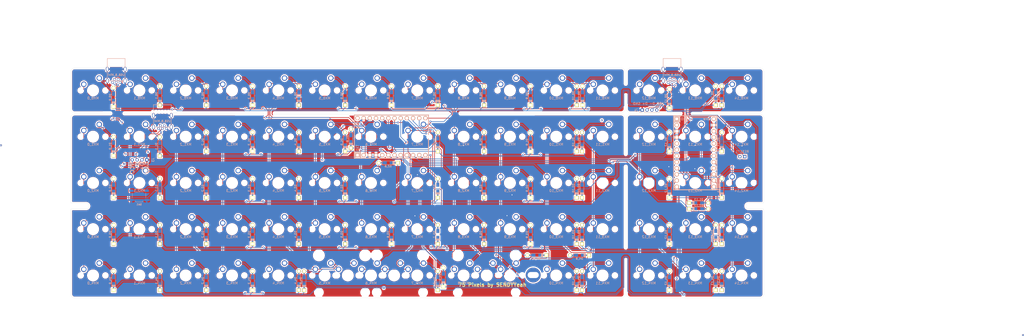
<source format=kicad_pcb>
(kicad_pcb (version 20171130) (host pcbnew "(5.1.7)-1")
  (layers (0 F.Cu signal) (31 B.Cu signal) (34 B.Paste user) (35 F.Paste user) (36 B.SilkS user) (37 F.SilkS user) (38 B.Mask user) (39 F.Mask user) (44 Edge.Cuts user))
  (net 0 "")
  (net 1 row0)
  (net 2 "Net-(D0_0-Pad2)")
  (net 3 "Net-(D0_1-Pad2)")
  (net 4 "Net-(D0_2-Pad2)")
  (net 5 "Net-(D0_3-Pad2)")
  (net 6 "Net-(D0_4-Pad2)")
  (net 7 "Net-(D0_5-Pad2)")
  (net 8 "Net-(D0_6-Pad2)")
  (net 9 "Net-(D0_7-Pad2)")
  (net 10 "Net-(D0_8-Pad2)")
  (net 11 "Net-(D0_9-Pad2)")
  (net 12 "Net-(D0_10-Pad2)")
  (net 13 "Net-(D0_11-Pad2)")
  (net 14 "Net-(D0_12-Pad2)")
  (net 15 "Net-(D0_13-Pad2)")
  (net 16 "Net-(D0_14-Pad2)")
  (net 17 col0)
  (net 18 col1)
  (net 19 col2)
  (net 20 col3)
  (net 21 col4)
  (net 22 col5)
  (net 23 col6)
  (net 24 col7)
  (net 25 data-)
  (net 26 VCC)
  (net 27 row1)
  (net 28 row2)
  (net 29 row3)
  (net 30 row4)
  (net 31 GND)
  (net 32 reset)
  (net 33 "Net-(U1-Pad24)")
  (net 34 data+)
  (net 35 "Net-(J1-Pad4)")
  (net 36 "Net-(J2-Pad4)")
  (net 37 "Net-(D1_0-Pad2)")
  (net 38 "Net-(D1_1-Pad2)")
  (net 39 "Net-(D1_2-Pad2)")
  (net 40 "Net-(D1_3-Pad2)")
  (net 41 "Net-(D1_4-Pad2)")
  (net 42 "Net-(D1_5-Pad2)")
  (net 43 "Net-(D1_6-Pad2)")
  (net 44 "Net-(D1_7-Pad2)")
  (net 45 "Net-(D1_8-Pad2)")
  (net 46 "Net-(D1_9-Pad2)")
  (net 47 "Net-(D1_10-Pad2)")
  (net 48 "Net-(D1_11-Pad2)")
  (net 49 "Net-(D1_12-Pad2)")
  (net 50 "Net-(D1_13-Pad2)")
  (net 51 "Net-(D1_14-Pad2)")
  (net 52 "Net-(D2_0-Pad2)")
  (net 53 row5)
  (net 54 "Net-(D2_1-Pad2)")
  (net 55 "Net-(D2_2-Pad2)")
  (net 56 "Net-(D2_3-Pad2)")
  (net 57 "Net-(D2_4-Pad2)")
  (net 58 "Net-(D2_5-Pad2)")
  (net 59 "Net-(D2_6-Pad2)")
  (net 60 "Net-(D2_7-Pad2)")
  (net 61 "Net-(D2_8-Pad2)")
  (net 62 "Net-(D2_9-Pad2)")
  (net 63 "Net-(D2_10-Pad2)")
  (net 64 "Net-(D2_11-Pad2)")
  (net 65 "Net-(D2_12-Pad2)")
  (net 66 "Net-(D2_13-Pad2)")
  (net 67 "Net-(D2_14-Pad2)")
  (net 68 row6)
  (net 69 "Net-(D3_0-Pad2)")
  (net 70 row7)
  (net 71 "Net-(D3_1-Pad2)")
  (net 72 "Net-(D3_2-Pad2)")
  (net 73 "Net-(D3_3-Pad2)")
  (net 74 "Net-(D3_4-Pad2)")
  (net 75 "Net-(D3_5-Pad2)")
  (net 76 "Net-(D3_6-Pad2)")
  (net 77 "Net-(D3_7-Pad2)")
  (net 78 "Net-(D3_8-Pad2)")
  (net 79 "Net-(D3_9-Pad2)")
  (net 80 "Net-(D3_10-Pad2)")
  (net 81 "Net-(D3_11-Pad2)")
  (net 82 "Net-(D3_12-Pad2)")
  (net 83 "Net-(D3_13-Pad2)")
  (net 84 "Net-(D3_14-Pad2)")
  (net 85 row8)
  (net 86 "Net-(D4_0-Pad2)")
  (net 87 row9)
  (net 88 "Net-(D4_1-Pad2)")
  (net 89 "Net-(D4_2-Pad2)")
  (net 90 "Net-(D4_3-Pad2)")
  (net 91 "Net-(D4_4-Pad2)")
  (net 92 "Net-(D4_5-Pad2)")
  (net 93 "Net-(D4_6-Pad2)")
  (net 94 "Net-(D4_7-Pad2)")
  (net 95 "Net-(D4_8-Pad2)")
  (net 96 "Net-(D4_9-Pad2)")
  (net 97 "Net-(D4_10-Pad2)")
  (net 98 "Net-(D4_11-Pad2)")
  (net 99 "Net-(D4_12-Pad2)")
  (net 100 "Net-(D4_13-Pad2)")
  (net 101 "Net-(D4_14-Pad2)")
  (net 102 "Net-(U1-Pad21)")
  (net 103 "Net-(U2-Pad24)")
  (net 104 "Net-(U2-Pad21)")
  (net 105 "Net-(U2-Pad8)")
  (net 106 "Net-(U2-Pad7)")
  (net 107 "Net-(U2-Pad6)")
  (net 108 "Net-(U2-Pad5)")
  (net 109 "Net-(U2-Pad2)")
  (net 110 "Net-(U2-Pad1)")
  (net 111 "Net-(J4-Pad4)")
  (net 112 data2-)
  (net 113 data2+)
  (net 114 VCC2)
  (net 115 "Net-(RESET1-Pad2)")
  (net 116 "Net-(RESET1-Pad1)")
  (module Keebio-Parts:ArduinoProMicro-BackSide (layer F.Cu) (at 272.8125 53.0625 270)
    (fp_text reference U2 hide)
    (fp_text value ProMicro hide)
    (fp_text user RAW (at -13.9 -4.7) (layer B.SilkS) (effects (justify mirror)))
    (fp_text user TX0 (at -13.9 4.6) (layer B.SilkS) (effects (justify mirror)))
    (pad 24 thru_hole circle (at -13.97 -7.62 270) (size 1.7526 1.7526) (drill 1.0922) (layers *.Cu *.SilkS *.Mask) (net 103 "Net-(U2-Pad24)"))
    (pad 12 thru_hole circle (at 13.97 7.62 270) (size 1.7526 1.7526) (drill 1.0922) (layers *.Cu *.SilkS *.Mask) (net 87 row9))
    (pad 23 thru_hole circle (at -11.43 -7.62 270) (size 1.7526 1.7526) (drill 1.0922) (layers *.Cu *.SilkS *.Mask) (net 31 GND))
    (pad 22 thru_hole circle (at -8.89 -7.62 270) (size 1.7526 1.7526) (drill 1.0922) (layers *.Cu *.SilkS *.Mask) (net 115 "Net-(RESET1-Pad2)"))
    (pad 21 thru_hole circle (at -6.35 -7.62 270) (size 1.7526 1.7526) (drill 1.0922) (layers *.Cu *.SilkS *.Mask) (net 104 "Net-(U2-Pad21)"))
    (pad 20 thru_hole circle (at -3.81 -7.62 270) (size 1.7526 1.7526) (drill 1.0922) (layers *.Cu *.SilkS *.Mask) (net 27 row1))
    (pad 19 thru_hole circle (at -1.27 -7.62 270) (size 1.7526 1.7526) (drill 1.0922) (layers *.Cu *.SilkS *.Mask) (net 28 row2))
    (pad 18 thru_hole circle (at 1.27 -7.62 270) (size 1.7526 1.7526) (drill 1.0922) (layers *.Cu *.SilkS *.Mask) (net 29 row3))
    (pad 17 thru_hole circle (at 3.81 -7.62 270) (size 1.7526 1.7526) (drill 1.0922) (layers *.Cu *.SilkS *.Mask) (net 30 row4))
    (pad 16 thru_hole circle (at 6.35 -7.62 270) (size 1.7526 1.7526) (drill 1.0922) (layers *.Cu *.SilkS *.Mask) (net 53 row5))
    (pad 15 thru_hole circle (at 8.89 -7.62 270) (size 1.7526 1.7526) (drill 1.0922) (layers *.Cu *.SilkS *.Mask) (net 68 row6))
    (pad 14 thru_hole circle (at 11.43 -7.62 270) (size 1.7526 1.7526) (drill 1.0922) (layers *.Cu *.SilkS *.Mask) (net 70 row7))
    (pad 13 thru_hole circle (at 13.97 -7.62 270) (size 1.7526 1.7526) (drill 1.0922) (layers *.Cu *.SilkS *.Mask) (net 1 row0))
    (pad 11 thru_hole circle (at 11.43 7.62 270) (size 1.7526 1.7526) (drill 1.0922) (layers *.Cu *.SilkS *.Mask) (net 85 row8))
    (pad 10 thru_hole circle (at 8.89 7.62 270) (size 1.7526 1.7526) (drill 1.0922) (layers *.Cu *.SilkS *.Mask) (net 24 col7))
    (pad 9 thru_hole circle (at 6.35 7.62 270) (size 1.7526 1.7526) (drill 1.0922) (layers *.Cu *.SilkS *.Mask) (net 23 col6))
    (pad 8 thru_hole circle (at 3.81 7.62 270) (size 1.7526 1.7526) (drill 1.0922) (layers *.Cu *.SilkS *.Mask) (net 105 "Net-(U2-Pad8)"))
    (pad 7 thru_hole circle (at 1.27 7.62 270) (size 1.7526 1.7526) (drill 1.0922) (layers *.Cu *.SilkS *.Mask) (net 106 "Net-(U2-Pad7)"))
    (pad 6 thru_hole circle (at -1.27 7.62 270) (size 1.7526 1.7526) (drill 1.0922) (layers *.Cu *.SilkS *.Mask) (net 107 "Net-(U2-Pad6)"))
    (pad 5 thru_hole circle (at -3.81 7.62 270) (size 1.7526 1.7526) (drill 1.0922) (layers *.Cu *.SilkS *.Mask) (net 108 "Net-(U2-Pad5)"))
    (pad 4 thru_hole circle (at -6.35 7.62 270) (size 1.7526 1.7526) (drill 1.0922) (layers *.Cu *.SilkS *.Mask) (net 31 GND))
    (pad 3 thru_hole circle (at -8.89 7.62 270) (size 1.7526 1.7526) (drill 1.0922) (layers *.Cu *.SilkS *.Mask) (net 31 GND))
    (pad 2 thru_hole circle (at -11.43 7.62 270) (size 1.7526 1.7526) (drill 1.0922) (layers *.Cu *.SilkS *.Mask) (net 109 "Net-(U2-Pad2)"))
    (pad 1 thru_hole rect (at -13.97 7.62 270) (size 1.7526 1.7526) (drill 1.0922) (layers *.Cu *.SilkS *.Mask) (net 110 "Net-(U2-Pad1)"))
  )
  (module Keebio-Parts:ArduinoProMicro-BackSide (layer F.Cu) (at 147.84375 46.40625)
    (fp_text reference U1 hide)
    (fp_text value ProMicro hide)
    (fp_text user RAW (at -13.9 -4.7 90) (layer B.SilkS) (effects (justify mirror)))
    (fp_text user TX0 (at -13.9 4.6 90) (layer B.SilkS) (effects (justify mirror)))
    (pad 24 thru_hole circle (at -13.97 -7.62) (size 1.7526 1.7526) (drill 1.0922) (layers *.Cu *.SilkS *.Mask) (net 33 "Net-(U1-Pad24)"))
    (pad 12 thru_hole circle (at 13.97 7.62) (size 1.7526 1.7526) (drill 1.0922) (layers *.Cu *.SilkS *.Mask) (net 87 row9))
    (pad 23 thru_hole circle (at -11.43 -7.62) (size 1.7526 1.7526) (drill 1.0922) (layers *.Cu *.SilkS *.Mask) (net 31 GND))
    (pad 22 thru_hole circle (at -8.89 -7.62) (size 1.7526 1.7526) (drill 1.0922) (layers *.Cu *.SilkS *.Mask) (net 32 reset))
    (pad 21 thru_hole circle (at -6.35 -7.62) (size 1.7526 1.7526) (drill 1.0922) (layers *.Cu *.SilkS *.Mask) (net 102 "Net-(U1-Pad21)"))
    (pad 20 thru_hole circle (at -3.81 -7.62) (size 1.7526 1.7526) (drill 1.0922) (layers *.Cu *.SilkS *.Mask) (net 27 row1))
    (pad 19 thru_hole circle (at -1.27 -7.62) (size 1.7526 1.7526) (drill 1.0922) (layers *.Cu *.SilkS *.Mask) (net 28 row2))
    (pad 18 thru_hole circle (at 1.27 -7.62) (size 1.7526 1.7526) (drill 1.0922) (layers *.Cu *.SilkS *.Mask) (net 29 row3))
    (pad 17 thru_hole circle (at 3.81 -7.62) (size 1.7526 1.7526) (drill 1.0922) (layers *.Cu *.SilkS *.Mask) (net 30 row4))
    (pad 16 thru_hole circle (at 6.35 -7.62) (size 1.7526 1.7526) (drill 1.0922) (layers *.Cu *.SilkS *.Mask) (net 53 row5))
    (pad 15 thru_hole circle (at 8.89 -7.62) (size 1.7526 1.7526) (drill 1.0922) (layers *.Cu *.SilkS *.Mask) (net 68 row6))
    (pad 14 thru_hole circle (at 11.43 -7.62) (size 1.7526 1.7526) (drill 1.0922) (layers *.Cu *.SilkS *.Mask) (net 70 row7))
    (pad 13 thru_hole circle (at 13.97 -7.62) (size 1.7526 1.7526) (drill 1.0922) (layers *.Cu *.SilkS *.Mask) (net 1 row0))
    (pad 11 thru_hole circle (at 11.43 7.62) (size 1.7526 1.7526) (drill 1.0922) (layers *.Cu *.SilkS *.Mask) (net 85 row8))
    (pad 10 thru_hole circle (at 8.89 7.62) (size 1.7526 1.7526) (drill 1.0922) (layers *.Cu *.SilkS *.Mask) (net 24 col7))
    (pad 9 thru_hole circle (at 6.35 7.62) (size 1.7526 1.7526) (drill 1.0922) (layers *.Cu *.SilkS *.Mask) (net 23 col6))
    (pad 8 thru_hole circle (at 3.81 7.62) (size 1.7526 1.7526) (drill 1.0922) (layers *.Cu *.SilkS *.Mask) (net 22 col5))
    (pad 7 thru_hole circle (at 1.27 7.62) (size 1.7526 1.7526) (drill 1.0922) (layers *.Cu *.SilkS *.Mask) (net 21 col4))
    (pad 6 thru_hole circle (at -1.27 7.62) (size 1.7526 1.7526) (drill 1.0922) (layers *.Cu *.SilkS *.Mask) (net 20 col3))
    (pad 5 thru_hole circle (at -3.81 7.62) (size 1.7526 1.7526) (drill 1.0922) (layers *.Cu *.SilkS *.Mask) (net 19 col2))
    (pad 4 thru_hole circle (at -6.35 7.62) (size 1.7526 1.7526) (drill 1.0922) (layers *.Cu *.SilkS *.Mask) (net 31 GND))
    (pad 3 thru_hole circle (at -8.89 7.62) (size 1.7526 1.7526) (drill 1.0922) (layers *.Cu *.SilkS *.Mask) (net 31 GND))
    (pad 2 thru_hole circle (at -11.43 7.62) (size 1.7526 1.7526) (drill 1.0922) (layers *.Cu *.SilkS *.Mask) (net 18 col1))
    (pad 1 thru_hole rect (at -13.97 7.62) (size 1.7526 1.7526) (drill 1.0922) (layers *.Cu *.SilkS *.Mask) (net 17 col0))
  )
  (module MX_Only:MXOnly-2U-ReversedStabilizers-NoLED (layer F.Cu) (at 148.95 103.575)
    (fp_text reference MX_2u_1)
    (fp_text value MX-NoLED)
    (pad 2 thru_hole circle (at 2.54 -5.08) (size 2.25 2.25) (drill 1.47) (layers *.Cu B.Mask) (net 94 "Net-(D4_7-Pad2)"))
    (pad "" np_thru_hole circle (at 0 0) (size 3.9878 3.9878) (drill 3.9878) (layers *.Cu *.Mask))
    (pad 1 thru_hole circle (at -3.81 -2.54) (size 2.25 2.25) (drill 1.47) (layers *.Cu B.Mask) (net 20 col3))
    (pad "" np_thru_hole circle (at -5.08 0 48.0996) (size 1.75 1.75) (drill 1.75) (layers *.Cu *.Mask))
    (pad "" np_thru_hole circle (at 5.08 0 48.0996) (size 1.75 1.75) (drill 1.75) (layers *.Cu *.Mask))
    (pad "" np_thru_hole circle (at -11.90625 6.985) (size 3.048 3.048) (drill 3.048) (layers *.Cu *.Mask))
    (pad "" np_thru_hole circle (at 11.90625 6.985) (size 3.048 3.048) (drill 3.048) (layers *.Cu *.Mask))
    (pad "" np_thru_hole circle (at -11.90625 -8.255) (size 3.9878 3.9878) (drill 3.9878) (layers *.Cu *.Mask))
    (pad "" np_thru_hole circle (at 11.90625 -8.255) (size 3.9878 3.9878) (drill 3.9878) (layers *.Cu *.Mask))
  )
  (module Connector_PinHeader_2.00mm:PinHeader_2x01_P2.00mm_Vertical (layer B.Cu) (at 293.15625 54.65625 180)
    (fp_text reference RESET1 (at 1 2.06) (layer B.SilkS) (effects (justify mirror)))
    (fp_text value Conn_01x02_Female)
    (pad 2 thru_hole oval (at 2 0 180) (size 1.35 1.35) (drill 0.8) (layers *.Cu *.Mask) (net 115 "Net-(RESET1-Pad2)"))
    (pad 1 thru_hole rect (at 0 0 180) (size 1.35 1.35) (drill 0.8) (layers *.Cu *.Mask) (net 116 "Net-(RESET1-Pad1)"))
  )
  (module Keebio-Parts:breakaway-mousebites (layer F.Cu) (at 54.84375 36.46875)
    (fp_text reference REF** hide)
    (fp_text value breakaway-mousebites hide)
    (pad "" np_thru_hole circle (at 0 -0.254) (size 0.7874 0.7874) (drill 0.7874) (layers *.Cu *.Mask))
    (pad "" np_thru_hole circle (at 1.27 -0.254) (size 0.7874 0.7874) (drill 0.7874) (layers *.Cu *.Mask))
    (pad "" np_thru_hole circle (at 2.54 -0.254) (size 0.7874 0.7874) (drill 0.7874) (layers *.Cu *.Mask))
    (pad "" np_thru_hole circle (at -1.27 -0.254) (size 0.7874 0.7874) (drill 0.7874) (layers *.Cu *.Mask))
    (pad "" np_thru_hole circle (at -2.54 -0.254) (size 0.7874 0.7874) (drill 0.7874) (layers *.Cu *.Mask))
  )
  (module Connector_PinSocket_2.00mm:PinSocket_1x04_P2.00mm_Vertical (layer B.Cu) (at 250.96875 35.4375 270)
    (fp_text reference J5 (at 0 2.5 270) (layer B.SilkS) (effects (justify mirror)))
    (fp_text value Conn_01x04)
    (fp_text user "VCC D- D+ GND" (at -2.625 -2.53125 180) (layer B.SilkS) (effects (justify mirror)))
    (pad 4 thru_hole oval (at 0 -6 270) (size 1.35 1.35) (drill 0.8) (layers *.Cu *.Mask) (net 114 VCC2))
    (pad 3 thru_hole oval (at 0 -4 270) (size 1.35 1.35) (drill 0.8) (layers *.Cu *.Mask) (net 112 data2-))
    (pad 2 thru_hole oval (at 0 -2 270) (size 1.35 1.35) (drill 0.8) (layers *.Cu *.Mask) (net 113 data2+))
    (pad 1 thru_hole rect (at 0 0 270) (size 1.35 1.35) (drill 0.8) (layers *.Cu *.Mask) (net 31 GND))
  )
  (module "Keebio-Parts:USB-Mini-B_ LCSC-C46398" (layer B.Cu) (at 263.25 23.4375)
    (fp_text reference J4 hide)
    (fp_text value USB_B_Mini (at 0.02 -2.46) (layer B.SilkS) (effects (font (size 0.8 0.8)) (justify mirror)))
    (pad 6 thru_hole oval (at 3.65 0) (size 1.2 1.9) (drill oval 0.8 1.5) (layers *.Cu *.Mask) (net 31 GND))
    (pad 6 thru_hole oval (at -3.65 0) (size 1.2 1.9) (drill oval 0.8 1.5) (layers *.Cu *.Mask) (net 31 GND))
    (pad 1 thru_hole circle (at -1.6 0.6) (size 1.1 1.1) (drill 0.7) (layers *.Cu *.Mask) (net 114 VCC2))
    (pad 2 thru_hole circle (at -0.8 -0.6) (size 1.1 1.1) (drill 0.7) (layers *.Cu *.Mask) (net 112 data2-))
    (pad 3 thru_hole circle (at 0 0.6) (size 1.1 1.1) (drill 0.7) (layers *.Cu *.Mask) (net 113 data2+))
    (pad 4 thru_hole circle (at 0.8 -0.6) (size 1.1 1.1) (drill 0.7) (layers *.Cu *.Mask) (net 111 "Net-(J4-Pad4)"))
    (pad 5 thru_hole circle (at 1.6 0.6) (size 1.1 1.1) (drill 0.7) (layers *.Cu *.Mask) (net 31 GND))
    (pad 6 thru_hole oval (at -3.65 -4.82) (size 1.2 1.9) (drill oval 0.8 1.5) (layers *.Cu *.Mask) (net 31 GND))
    (pad 6 thru_hole oval (at 3.65 -4.82) (size 1.2 1.9) (drill oval 0.8 1.5) (layers *.Cu *.Mask) (net 31 GND))
  )
  (module keyboard_parts:Poker_oval_hole (layer F.Cu) (at 206.15625 103.40625)
    (fp_text reference Poker_oval_hole hide)
    (fp_text value VAL** hide)
    (pad "" thru_hole circle (at 0 0) (size 6.1 6.1) (drill oval 4.6 2.5) (layers *.Cu *.Mask))
  )
  (module MX_Only:MXOnly-1U-NoLED-swap-pad (layer F.Cu) (at 272.775 27.375)
    (fp_text reference MX0_13 (at 0 3.175) (layer B.SilkS) (effects (justify mirror)))
    (fp_text value MX-NoLED)
    (pad "" np_thru_hole circle (at 5.08 0 48.0996) (size 1.75 1.75) (drill 1.75) (layers *.Cu *.Mask))
    (pad "" np_thru_hole circle (at -5.08 0 48.0996) (size 1.75 1.75) (drill 1.75) (layers *.Cu *.Mask))
    (pad 2 thru_hole circle (at -3.81 -2.54) (size 2.25 2.25) (drill 1.47) (layers *.Cu B.Mask) (net 23 col6))
    (pad "" np_thru_hole circle (at 0 0) (size 3.9878 3.9878) (drill 3.9878) (layers *.Cu *.Mask))
    (pad 1 thru_hole circle (at 2.54 -5.08) (size 2.25 2.25) (drill 1.47) (layers *.Cu B.Mask) (net 15 "Net-(D0_13-Pad2)"))
  )
  (module Keebio-Parts:breakaway-mousebites (layer F.Cu) (at 52.3125 36.46875)
    (fp_text reference REF** hide)
    (fp_text value breakaway-mousebites hide)
    (pad "" np_thru_hole circle (at -2.54 -0.254) (size 0.7874 0.7874) (drill 0.7874) (layers *.Cu *.Mask))
    (pad "" np_thru_hole circle (at -1.27 -0.254) (size 0.7874 0.7874) (drill 0.7874) (layers *.Cu *.Mask))
    (pad "" np_thru_hole circle (at 2.54 -0.254) (size 0.7874 0.7874) (drill 0.7874) (layers *.Cu *.Mask))
    (pad "" np_thru_hole circle (at 1.27 -0.254) (size 0.7874 0.7874) (drill 0.7874) (layers *.Cu *.Mask))
    (pad "" np_thru_hole circle (at 0 -0.254) (size 0.7874 0.7874) (drill 0.7874) (layers *.Cu *.Mask))
  )
  (module MX_Only:MXOnly-1U-NoLED-swap-pad (layer F.Cu) (at 44.175 46.425)
    (fp_text reference MX1_1 (at 0 3.175) (layer B.SilkS) (effects (justify mirror)))
    (fp_text value MX-NoLED)
    (pad "" np_thru_hole circle (at 5.08 0 48.0996) (size 1.75 1.75) (drill 1.75) (layers *.Cu *.Mask))
    (pad "" np_thru_hole circle (at -5.08 0 48.0996) (size 1.75 1.75) (drill 1.75) (layers *.Cu *.Mask))
    (pad 2 thru_hole circle (at -3.81 -2.54) (size 2.25 2.25) (drill 1.47) (layers *.Cu B.Mask) (net 17 col0))
    (pad "" np_thru_hole circle (at 0 0) (size 3.9878 3.9878) (drill 3.9878) (layers *.Cu *.Mask))
    (pad 1 thru_hole circle (at 2.54 -5.08) (size 2.25 2.25) (drill 1.47) (layers *.Cu B.Mask) (net 38 "Net-(D1_1-Pad2)"))
  )
  (module MX_Only:MXOnly-1U-NoLED-swap-pad (layer F.Cu) (at 63.225 27.375)
    (fp_text reference MX0_2 (at 0 3.175) (layer B.SilkS) (effects (justify mirror)))
    (fp_text value MX-NoLED)
    (pad "" np_thru_hole circle (at 5.08 0 48.0996) (size 1.75 1.75) (drill 1.75) (layers *.Cu *.Mask))
    (pad "" np_thru_hole circle (at -5.08 0 48.0996) (size 1.75 1.75) (drill 1.75) (layers *.Cu *.Mask))
    (pad 2 thru_hole circle (at -3.81 -2.54) (size 2.25 2.25) (drill 1.47) (layers *.Cu B.Mask) (net 18 col1))
    (pad "" np_thru_hole circle (at 0 0) (size 3.9878 3.9878) (drill 3.9878) (layers *.Cu *.Mask))
    (pad 1 thru_hole circle (at 2.54 -5.08) (size 2.25 2.25) (drill 1.47) (layers *.Cu B.Mask) (net 4 "Net-(D0_2-Pad2)"))
  )
  (module MX_Only:MXOnly-2U-ReversedStabilizers-NoLED (layer F.Cu) (at 187.05 103.575)
    (fp_text reference MX_2u_2)
    (fp_text value MX-NoLED)
    (pad 2 thru_hole circle (at 2.54 -5.08) (size 2.25 2.25) (drill 1.47) (layers *.Cu B.Mask) (net 21 col4))
    (pad "" np_thru_hole circle (at 0 0) (size 3.9878 3.9878) (drill 3.9878) (layers *.Cu *.Mask))
    (pad 1 thru_hole circle (at -3.81 -2.54) (size 2.25 2.25) (drill 1.47) (layers *.Cu B.Mask) (net 96 "Net-(D4_9-Pad2)"))
    (pad "" np_thru_hole circle (at -5.08 0 48.0996) (size 1.75 1.75) (drill 1.75) (layers *.Cu *.Mask))
    (pad "" np_thru_hole circle (at 5.08 0 48.0996) (size 1.75 1.75) (drill 1.75) (layers *.Cu *.Mask))
    (pad "" np_thru_hole circle (at -11.90625 6.985) (size 3.048 3.048) (drill 3.048) (layers *.Cu *.Mask))
    (pad "" np_thru_hole circle (at 11.90625 6.985) (size 3.048 3.048) (drill 3.048) (layers *.Cu *.Mask))
    (pad "" np_thru_hole circle (at -11.90625 -8.255) (size 3.9878 3.9878) (drill 3.9878) (layers *.Cu *.Mask))
    (pad "" np_thru_hole circle (at 11.90625 -8.255) (size 3.9878 3.9878) (drill 3.9878) (layers *.Cu *.Mask))
  )
  (module MX_Only:MXOnly-2U-ReversedStabilizers-NoLED (layer F.Cu) (at 129.9 103.575)
    (fp_text reference MX_2u_0)
    (fp_text value MX-NoLED)
    (pad 2 thru_hole circle (at 2.54 -5.08) (size 2.25 2.25) (drill 1.47) (layers *.Cu B.Mask) (net 19 col2))
    (pad "" np_thru_hole circle (at 0 0) (size 3.9878 3.9878) (drill 3.9878) (layers *.Cu *.Mask))
    (pad 1 thru_hole circle (at -3.81 -2.54) (size 2.25 2.25) (drill 1.47) (layers *.Cu B.Mask) (net 92 "Net-(D4_5-Pad2)"))
    (pad "" np_thru_hole circle (at -5.08 0 48.0996) (size 1.75 1.75) (drill 1.75) (layers *.Cu *.Mask))
    (pad "" np_thru_hole circle (at 5.08 0 48.0996) (size 1.75 1.75) (drill 1.75) (layers *.Cu *.Mask))
    (pad "" np_thru_hole circle (at -11.90625 6.985) (size 3.048 3.048) (drill 3.048) (layers *.Cu *.Mask))
    (pad "" np_thru_hole circle (at 11.90625 6.985) (size 3.048 3.048) (drill 3.048) (layers *.Cu *.Mask))
    (pad "" np_thru_hole circle (at -11.90625 -8.255) (size 3.9878 3.9878) (drill 3.9878) (layers *.Cu *.Mask))
    (pad "" np_thru_hole circle (at 11.90625 -8.255) (size 3.9878 3.9878) (drill 3.9878) (layers *.Cu *.Mask))
  )
  (module Connector_PinSocket_2.00mm:PinSocket_1x04_P2.00mm_Vertical (layer B.Cu) (at 47.25 55.96875 90)
    (fp_text reference J3 (at 0 2.5 270) (layer B.SilkS) (effects (justify mirror)))
    (fp_text value Conn_01x04)
    (pad 4 thru_hole oval (at 0 -6 90) (size 1.35 1.35) (drill 0.8) (layers *.Cu *.Mask) (net 26 VCC))
    (pad 3 thru_hole oval (at 0 -4 90) (size 1.35 1.35) (drill 0.8) (layers *.Cu *.Mask) (net 25 data-))
    (pad 2 thru_hole oval (at 0 -2 90) (size 1.35 1.35) (drill 0.8) (layers *.Cu *.Mask) (net 34 data+))
    (pad 1 thru_hole rect (at 0 0 90) (size 1.35 1.35) (drill 0.8) (layers *.Cu *.Mask) (net 31 GND))
  )
  (module MX_Only:MXOnly-1U-NoLED-swap-pad (layer F.Cu) (at 44.175 27.375)
    (fp_text reference MX0_1 (at 0 3.175) (layer B.SilkS) (effects (justify mirror)))
    (fp_text value MX-NoLED)
    (pad "" np_thru_hole circle (at 5.08 0 48.0996) (size 1.75 1.75) (drill 1.75) (layers *.Cu *.Mask))
    (pad "" np_thru_hole circle (at -5.08 0 48.0996) (size 1.75 1.75) (drill 1.75) (layers *.Cu *.Mask))
    (pad 2 thru_hole circle (at -3.81 -2.54) (size 2.25 2.25) (drill 1.47) (layers *.Cu B.Mask) (net 17 col0))
    (pad "" np_thru_hole circle (at 0 0) (size 3.9878 3.9878) (drill 3.9878) (layers *.Cu *.Mask))
    (pad 1 thru_hole circle (at 2.54 -5.08) (size 2.25 2.25) (drill 1.47) (layers *.Cu B.Mask) (net 3 "Net-(D0_1-Pad2)"))
  )
  (module MX_Only:MXOnly-1U-NoLED-swap-pad (layer F.Cu) (at 25.125 27.375)
    (fp_text reference MX0_0 (at 0 3.175) (layer B.SilkS) (effects (justify mirror)))
    (fp_text value MX-NoLED)
    (pad "" np_thru_hole circle (at 5.08 0 48.0996) (size 1.75 1.75) (drill 1.75) (layers *.Cu *.Mask))
    (pad "" np_thru_hole circle (at -5.08 0 48.0996) (size 1.75 1.75) (drill 1.75) (layers *.Cu *.Mask))
    (pad 2 thru_hole circle (at -3.81 -2.54) (size 2.25 2.25) (drill 1.47) (layers *.Cu B.Mask) (net 17 col0))
    (pad "" np_thru_hole circle (at 0 0) (size 3.9878 3.9878) (drill 3.9878) (layers *.Cu *.Mask))
    (pad 1 thru_hole circle (at 2.54 -5.08) (size 2.25 2.25) (drill 1.47) (layers *.Cu B.Mask) (net 2 "Net-(D0_0-Pad2)"))
  )
  (module MX_Only:MXOnly-1U-NoLED-swap-pad (layer F.Cu) (at 82.275 27.375)
    (fp_text reference MX0_3 (at 0 3.175) (layer B.SilkS) (effects (justify mirror)))
    (fp_text value MX-NoLED)
    (pad "" np_thru_hole circle (at 5.08 0 48.0996) (size 1.75 1.75) (drill 1.75) (layers *.Cu *.Mask))
    (pad "" np_thru_hole circle (at -5.08 0 48.0996) (size 1.75 1.75) (drill 1.75) (layers *.Cu *.Mask))
    (pad 2 thru_hole circle (at -3.81 -2.54) (size 2.25 2.25) (drill 1.47) (layers *.Cu B.Mask) (net 18 col1))
    (pad "" np_thru_hole circle (at 0 0) (size 3.9878 3.9878) (drill 3.9878) (layers *.Cu *.Mask))
    (pad 1 thru_hole circle (at 2.54 -5.08) (size 2.25 2.25) (drill 1.47) (layers *.Cu B.Mask) (net 5 "Net-(D0_3-Pad2)"))
  )
  (module MX_Only:MXOnly-1U-NoLED-swap-pad (layer F.Cu) (at 120.375 27.375)
    (fp_text reference MX0_5 (at 0 3.175) (layer B.SilkS) (effects (justify mirror)))
    (fp_text value MX-NoLED)
    (pad "" np_thru_hole circle (at 5.08 0 48.0996) (size 1.75 1.75) (drill 1.75) (layers *.Cu *.Mask))
    (pad "" np_thru_hole circle (at -5.08 0 48.0996) (size 1.75 1.75) (drill 1.75) (layers *.Cu *.Mask))
    (pad 2 thru_hole circle (at -3.81 -2.54) (size 2.25 2.25) (drill 1.47) (layers *.Cu B.Mask) (net 19 col2))
    (pad "" np_thru_hole circle (at 0 0) (size 3.9878 3.9878) (drill 3.9878) (layers *.Cu *.Mask))
    (pad 1 thru_hole circle (at 2.54 -5.08) (size 2.25 2.25) (drill 1.47) (layers *.Cu B.Mask) (net 7 "Net-(D0_5-Pad2)"))
  )
  (module MX_Only:MXOnly-1U-NoLED-swap-pad (layer F.Cu) (at 139.425 27.375)
    (fp_text reference MX0_6 (at 0 3.175) (layer B.SilkS) (effects (justify mirror)))
    (fp_text value MX-NoLED)
    (pad "" np_thru_hole circle (at 5.08 0 48.0996) (size 1.75 1.75) (drill 1.75) (layers *.Cu *.Mask))
    (pad "" np_thru_hole circle (at -5.08 0 48.0996) (size 1.75 1.75) (drill 1.75) (layers *.Cu *.Mask))
    (pad 2 thru_hole circle (at -3.81 -2.54) (size 2.25 2.25) (drill 1.47) (layers *.Cu B.Mask) (net 20 col3))
    (pad "" np_thru_hole circle (at 0 0) (size 3.9878 3.9878) (drill 3.9878) (layers *.Cu *.Mask))
    (pad 1 thru_hole circle (at 2.54 -5.08) (size 2.25 2.25) (drill 1.47) (layers *.Cu B.Mask) (net 8 "Net-(D0_6-Pad2)"))
  )
  (module MX_Only:MXOnly-1U-NoLED-swap-pad (layer F.Cu) (at 177.525 27.375)
    (fp_text reference MX0_8 (at 0 3.175) (layer B.SilkS) (effects (justify mirror)))
    (fp_text value MX-NoLED)
    (pad "" np_thru_hole circle (at 5.08 0 48.0996) (size 1.75 1.75) (drill 1.75) (layers *.Cu *.Mask))
    (pad "" np_thru_hole circle (at -5.08 0 48.0996) (size 1.75 1.75) (drill 1.75) (layers *.Cu *.Mask))
    (pad 2 thru_hole circle (at -3.81 -2.54) (size 2.25 2.25) (drill 1.47) (layers *.Cu B.Mask) (net 21 col4))
    (pad "" np_thru_hole circle (at 0 0) (size 3.9878 3.9878) (drill 3.9878) (layers *.Cu *.Mask))
    (pad 1 thru_hole circle (at 2.54 -5.08) (size 2.25 2.25) (drill 1.47) (layers *.Cu B.Mask) (net 10 "Net-(D0_8-Pad2)"))
  )
  (module MX_Only:MXOnly-1U-NoLED-swap-pad (layer F.Cu) (at 196.575 27.375)
    (fp_text reference MX0_9 (at 0 3.175) (layer B.SilkS) (effects (justify mirror)))
    (fp_text value MX-NoLED)
    (pad "" np_thru_hole circle (at 5.08 0 48.0996) (size 1.75 1.75) (drill 1.75) (layers *.Cu *.Mask))
    (pad "" np_thru_hole circle (at -5.08 0 48.0996) (size 1.75 1.75) (drill 1.75) (layers *.Cu *.Mask))
    (pad 2 thru_hole circle (at -3.81 -2.54) (size 2.25 2.25) (drill 1.47) (layers *.Cu B.Mask) (net 21 col4))
    (pad "" np_thru_hole circle (at 0 0) (size 3.9878 3.9878) (drill 3.9878) (layers *.Cu *.Mask))
    (pad 1 thru_hole circle (at 2.54 -5.08) (size 2.25 2.25) (drill 1.47) (layers *.Cu B.Mask) (net 11 "Net-(D0_9-Pad2)"))
  )
  (module MX_Only:MXOnly-1U-NoLED-swap-pad (layer F.Cu) (at 234.675 27.375)
    (fp_text reference MX0_11 (at 0 3.175) (layer B.SilkS) (effects (justify mirror)))
    (fp_text value MX-NoLED)
    (pad "" np_thru_hole circle (at 5.08 0 48.0996) (size 1.75 1.75) (drill 1.75) (layers *.Cu *.Mask))
    (pad "" np_thru_hole circle (at -5.08 0 48.0996) (size 1.75 1.75) (drill 1.75) (layers *.Cu *.Mask))
    (pad 2 thru_hole circle (at -3.81 -2.54) (size 2.25 2.25) (drill 1.47) (layers *.Cu B.Mask) (net 22 col5))
    (pad "" np_thru_hole circle (at 0 0) (size 3.9878 3.9878) (drill 3.9878) (layers *.Cu *.Mask))
    (pad 1 thru_hole circle (at 2.54 -5.08) (size 2.25 2.25) (drill 1.47) (layers *.Cu B.Mask) (net 13 "Net-(D0_11-Pad2)"))
  )
  (module MX_Only:MXOnly-1U-NoLED-swap-pad (layer F.Cu) (at 253.725 27.375)
    (fp_text reference MX0_12 (at 0 3.175) (layer B.SilkS) (effects (justify mirror)))
    (fp_text value MX-NoLED)
    (pad "" np_thru_hole circle (at 5.08 0 48.0996) (size 1.75 1.75) (drill 1.75) (layers *.Cu *.Mask))
    (pad "" np_thru_hole circle (at -5.08 0 48.0996) (size 1.75 1.75) (drill 1.75) (layers *.Cu *.Mask))
    (pad 2 thru_hole circle (at -3.81 -2.54) (size 2.25 2.25) (drill 1.47) (layers *.Cu B.Mask) (net 23 col6))
    (pad "" np_thru_hole circle (at 0 0) (size 3.9878 3.9878) (drill 3.9878) (layers *.Cu *.Mask))
    (pad 1 thru_hole circle (at 2.54 -5.08) (size 2.25 2.25) (drill 1.47) (layers *.Cu B.Mask) (net 14 "Net-(D0_12-Pad2)"))
  )
  (module MX_Only:MXOnly-1U-NoLED-swap-pad (layer F.Cu) (at 25.125 46.425)
    (fp_text reference MX1_0 (at 0 3.175) (layer B.SilkS) (effects (justify mirror)))
    (fp_text value MX-NoLED)
    (pad "" np_thru_hole circle (at 5.08 0 48.0996) (size 1.75 1.75) (drill 1.75) (layers *.Cu *.Mask))
    (pad "" np_thru_hole circle (at -5.08 0 48.0996) (size 1.75 1.75) (drill 1.75) (layers *.Cu *.Mask))
    (pad 2 thru_hole circle (at -3.81 -2.54) (size 2.25 2.25) (drill 1.47) (layers *.Cu B.Mask) (net 17 col0))
    (pad "" np_thru_hole circle (at 0 0) (size 3.9878 3.9878) (drill 3.9878) (layers *.Cu *.Mask))
    (pad 1 thru_hole circle (at 2.54 -5.08) (size 2.25 2.25) (drill 1.47) (layers *.Cu B.Mask) (net 37 "Net-(D1_0-Pad2)"))
  )
  (module MX_Only:MXOnly-1U-NoLED-swap-pad (layer F.Cu) (at 63.225 46.425)
    (fp_text reference MX1_2 (at 0 3.175) (layer B.SilkS) (effects (justify mirror)))
    (fp_text value MX-NoLED)
    (pad "" np_thru_hole circle (at 5.08 0 48.0996) (size 1.75 1.75) (drill 1.75) (layers *.Cu *.Mask))
    (pad "" np_thru_hole circle (at -5.08 0 48.0996) (size 1.75 1.75) (drill 1.75) (layers *.Cu *.Mask))
    (pad 2 thru_hole circle (at -3.81 -2.54) (size 2.25 2.25) (drill 1.47) (layers *.Cu B.Mask) (net 18 col1))
    (pad "" np_thru_hole circle (at 0 0) (size 3.9878 3.9878) (drill 3.9878) (layers *.Cu *.Mask))
    (pad 1 thru_hole circle (at 2.54 -5.08) (size 2.25 2.25) (drill 1.47) (layers *.Cu B.Mask) (net 39 "Net-(D1_2-Pad2)"))
  )
  (module MX_Only:MXOnly-1U-NoLED-swap-pad (layer F.Cu) (at 82.275 46.425)
    (fp_text reference MX1_3 (at 0 3.175) (layer B.SilkS) (effects (justify mirror)))
    (fp_text value MX-NoLED)
    (pad "" np_thru_hole circle (at 5.08 0 48.0996) (size 1.75 1.75) (drill 1.75) (layers *.Cu *.Mask))
    (pad "" np_thru_hole circle (at -5.08 0 48.0996) (size 1.75 1.75) (drill 1.75) (layers *.Cu *.Mask))
    (pad 2 thru_hole circle (at -3.81 -2.54) (size 2.25 2.25) (drill 1.47) (layers *.Cu B.Mask) (net 18 col1))
    (pad "" np_thru_hole circle (at 0 0) (size 3.9878 3.9878) (drill 3.9878) (layers *.Cu *.Mask))
    (pad 1 thru_hole circle (at 2.54 -5.08) (size 2.25 2.25) (drill 1.47) (layers *.Cu B.Mask) (net 40 "Net-(D1_3-Pad2)"))
  )
  (module MX_Only:MXOnly-1U-NoLED-swap-pad (layer F.Cu) (at 101.325 46.425)
    (fp_text reference MX1_4 (at 0 3.175) (layer B.SilkS) (effects (justify mirror)))
    (fp_text value MX-NoLED)
    (pad "" np_thru_hole circle (at 5.08 0 48.0996) (size 1.75 1.75) (drill 1.75) (layers *.Cu *.Mask))
    (pad "" np_thru_hole circle (at -5.08 0 48.0996) (size 1.75 1.75) (drill 1.75) (layers *.Cu *.Mask))
    (pad 2 thru_hole circle (at -3.81 -2.54) (size 2.25 2.25) (drill 1.47) (layers *.Cu B.Mask) (net 19 col2))
    (pad "" np_thru_hole circle (at 0 0) (size 3.9878 3.9878) (drill 3.9878) (layers *.Cu *.Mask))
    (pad 1 thru_hole circle (at 2.54 -5.08) (size 2.25 2.25) (drill 1.47) (layers *.Cu B.Mask) (net 41 "Net-(D1_4-Pad2)"))
  )
  (module MX_Only:MXOnly-1U-NoLED-swap-pad (layer F.Cu) (at 120.375 46.425)
    (fp_text reference MX1_5 (at 0 3.175) (layer B.SilkS) (effects (justify mirror)))
    (fp_text value MX-NoLED)
    (pad "" np_thru_hole circle (at 5.08 0 48.0996) (size 1.75 1.75) (drill 1.75) (layers *.Cu *.Mask))
    (pad "" np_thru_hole circle (at -5.08 0 48.0996) (size 1.75 1.75) (drill 1.75) (layers *.Cu *.Mask))
    (pad 2 thru_hole circle (at -3.81 -2.54) (size 2.25 2.25) (drill 1.47) (layers *.Cu B.Mask) (net 19 col2))
    (pad "" np_thru_hole circle (at 0 0) (size 3.9878 3.9878) (drill 3.9878) (layers *.Cu *.Mask))
    (pad 1 thru_hole circle (at 2.54 -5.08) (size 2.25 2.25) (drill 1.47) (layers *.Cu B.Mask) (net 42 "Net-(D1_5-Pad2)"))
  )
  (module MX_Only:MXOnly-1U-NoLED-swap-pad (layer F.Cu) (at 139.425 46.425)
    (fp_text reference MX1_6 (at 0 3.175) (layer B.SilkS) (effects (justify mirror)))
    (fp_text value MX-NoLED)
    (pad "" np_thru_hole circle (at 5.08 0 48.0996) (size 1.75 1.75) (drill 1.75) (layers *.Cu *.Mask))
    (pad "" np_thru_hole circle (at -5.08 0 48.0996) (size 1.75 1.75) (drill 1.75) (layers *.Cu *.Mask))
    (pad 2 thru_hole circle (at -3.81 -2.54) (size 2.25 2.25) (drill 1.47) (layers *.Cu B.Mask) (net 20 col3))
    (pad "" np_thru_hole circle (at 0 0) (size 3.9878 3.9878) (drill 3.9878) (layers *.Cu *.Mask))
    (pad 1 thru_hole circle (at 2.54 -5.08) (size 2.25 2.25) (drill 1.47) (layers *.Cu B.Mask) (net 43 "Net-(D1_6-Pad2)"))
  )
  (module MX_Only:MXOnly-1U-NoLED-swap-pad (layer F.Cu) (at 158.475 46.425)
    (fp_text reference MX1_7 (at 0 3.175) (layer B.SilkS) (effects (justify mirror)))
    (fp_text value MX-NoLED)
    (pad "" np_thru_hole circle (at 5.08 0 48.0996) (size 1.75 1.75) (drill 1.75) (layers *.Cu *.Mask))
    (pad "" np_thru_hole circle (at -5.08 0 48.0996) (size 1.75 1.75) (drill 1.75) (layers *.Cu *.Mask))
    (pad 2 thru_hole circle (at -3.81 -2.54) (size 2.25 2.25) (drill 1.47) (layers *.Cu B.Mask) (net 20 col3))
    (pad "" np_thru_hole circle (at 0 0) (size 3.9878 3.9878) (drill 3.9878) (layers *.Cu *.Mask))
    (pad 1 thru_hole circle (at 2.54 -5.08) (size 2.25 2.25) (drill 1.47) (layers *.Cu B.Mask) (net 44 "Net-(D1_7-Pad2)"))
  )
  (module MX_Only:MXOnly-1U-NoLED-swap-pad (layer F.Cu) (at 177.525 46.425)
    (fp_text reference MX1_8 (at 0 3.175) (layer B.SilkS) (effects (justify mirror)))
    (fp_text value MX-NoLED)
    (pad "" np_thru_hole circle (at 5.08 0 48.0996) (size 1.75 1.75) (drill 1.75) (layers *.Cu *.Mask))
    (pad "" np_thru_hole circle (at -5.08 0 48.0996) (size 1.75 1.75) (drill 1.75) (layers *.Cu *.Mask))
    (pad 2 thru_hole circle (at -3.81 -2.54) (size 2.25 2.25) (drill 1.47) (layers *.Cu B.Mask) (net 21 col4))
    (pad "" np_thru_hole circle (at 0 0) (size 3.9878 3.9878) (drill 3.9878) (layers *.Cu *.Mask))
    (pad 1 thru_hole circle (at 2.54 -5.08) (size 2.25 2.25) (drill 1.47) (layers *.Cu B.Mask) (net 45 "Net-(D1_8-Pad2)"))
  )
  (module MX_Only:MXOnly-1U-NoLED-swap-pad (layer F.Cu) (at 196.575 46.425)
    (fp_text reference MX1_9 (at 0 3.175) (layer B.SilkS) (effects (justify mirror)))
    (fp_text value MX-NoLED)
    (pad "" np_thru_hole circle (at 5.08 0 48.0996) (size 1.75 1.75) (drill 1.75) (layers *.Cu *.Mask))
    (pad "" np_thru_hole circle (at -5.08 0 48.0996) (size 1.75 1.75) (drill 1.75) (layers *.Cu *.Mask))
    (pad 2 thru_hole circle (at -3.81 -2.54) (size 2.25 2.25) (drill 1.47) (layers *.Cu B.Mask) (net 21 col4))
    (pad "" np_thru_hole circle (at 0 0) (size 3.9878 3.9878) (drill 3.9878) (layers *.Cu *.Mask))
    (pad 1 thru_hole circle (at 2.54 -5.08) (size 2.25 2.25) (drill 1.47) (layers *.Cu B.Mask) (net 46 "Net-(D1_9-Pad2)"))
  )
  (module MX_Only:MXOnly-1U-NoLED-swap-pad (layer F.Cu) (at 215.625 46.425)
    (fp_text reference MX1_10 (at 0 3.175) (layer B.SilkS) (effects (justify mirror)))
    (fp_text value MX-NoLED)
    (pad "" np_thru_hole circle (at 5.08 0 48.0996) (size 1.75 1.75) (drill 1.75) (layers *.Cu *.Mask))
    (pad "" np_thru_hole circle (at -5.08 0 48.0996) (size 1.75 1.75) (drill 1.75) (layers *.Cu *.Mask))
    (pad 2 thru_hole circle (at -3.81 -2.54) (size 2.25 2.25) (drill 1.47) (layers *.Cu B.Mask) (net 22 col5))
    (pad "" np_thru_hole circle (at 0 0) (size 3.9878 3.9878) (drill 3.9878) (layers *.Cu *.Mask))
    (pad 1 thru_hole circle (at 2.54 -5.08) (size 2.25 2.25) (drill 1.47) (layers *.Cu B.Mask) (net 47 "Net-(D1_10-Pad2)"))
  )
  (module MX_Only:MXOnly-1U-NoLED-swap-pad (layer F.Cu) (at 234.675 46.425)
    (fp_text reference MX1_11 (at 0 3.175) (layer B.SilkS) (effects (justify mirror)))
    (fp_text value MX-NoLED)
    (pad "" np_thru_hole circle (at 5.08 0 48.0996) (size 1.75 1.75) (drill 1.75) (layers *.Cu *.Mask))
    (pad "" np_thru_hole circle (at -5.08 0 48.0996) (size 1.75 1.75) (drill 1.75) (layers *.Cu *.Mask))
    (pad 2 thru_hole circle (at -3.81 -2.54) (size 2.25 2.25) (drill 1.47) (layers *.Cu B.Mask) (net 22 col5))
    (pad "" np_thru_hole circle (at 0 0) (size 3.9878 3.9878) (drill 3.9878) (layers *.Cu *.Mask))
    (pad 1 thru_hole circle (at 2.54 -5.08) (size 2.25 2.25) (drill 1.47) (layers *.Cu B.Mask) (net 48 "Net-(D1_11-Pad2)"))
  )
  (module MX_Only:MXOnly-1U-NoLED-swap-pad (layer F.Cu) (at 253.725 46.425)
    (fp_text reference MX1_12 (at 0 3.175) (layer B.SilkS) (effects (justify mirror)))
    (fp_text value MX-NoLED)
    (pad "" np_thru_hole circle (at 5.08 0 48.0996) (size 1.75 1.75) (drill 1.75) (layers *.Cu *.Mask))
    (pad "" np_thru_hole circle (at -5.08 0 48.0996) (size 1.75 1.75) (drill 1.75) (layers *.Cu *.Mask))
    (pad 2 thru_hole circle (at -3.81 -2.54) (size 2.25 2.25) (drill 1.47) (layers *.Cu B.Mask) (net 23 col6))
    (pad "" np_thru_hole circle (at 0 0) (size 3.9878 3.9878) (drill 3.9878) (layers *.Cu *.Mask))
    (pad 1 thru_hole circle (at 2.54 -5.08) (size 2.25 2.25) (drill 1.47) (layers *.Cu B.Mask) (net 49 "Net-(D1_12-Pad2)"))
  )
  (module MX_Only:MXOnly-1U-NoLED-swap-pad (layer F.Cu) (at 272.775 46.425)
    (fp_text reference MX1_13 (at 0 3.175) (layer B.SilkS) (effects (justify mirror)))
    (fp_text value MX-NoLED)
    (pad "" np_thru_hole circle (at 5.08 0 48.0996) (size 1.75 1.75) (drill 1.75) (layers *.Cu *.Mask))
    (pad "" np_thru_hole circle (at -5.08 0 48.0996) (size 1.75 1.75) (drill 1.75) (layers *.Cu *.Mask))
    (pad 2 thru_hole circle (at -3.81 -2.54) (size 2.25 2.25) (drill 1.47) (layers *.Cu B.Mask) (net 23 col6))
    (pad "" np_thru_hole circle (at 0 0) (size 3.9878 3.9878) (drill 3.9878) (layers *.Cu *.Mask))
    (pad 1 thru_hole circle (at 2.54 -5.08) (size 2.25 2.25) (drill 1.47) (layers *.Cu B.Mask) (net 50 "Net-(D1_13-Pad2)"))
  )
  (module MX_Only:MXOnly-1U-NoLED-swap-pad (layer F.Cu) (at 25.125 65.475)
    (fp_text reference MX2_0 (at 0 3.175) (layer B.SilkS) (effects (justify mirror)))
    (fp_text value MX-NoLED)
    (pad "" np_thru_hole circle (at 5.08 0 48.0996) (size 1.75 1.75) (drill 1.75) (layers *.Cu *.Mask))
    (pad "" np_thru_hole circle (at -5.08 0 48.0996) (size 1.75 1.75) (drill 1.75) (layers *.Cu *.Mask))
    (pad 2 thru_hole circle (at -3.81 -2.54) (size 2.25 2.25) (drill 1.47) (layers *.Cu B.Mask) (net 17 col0))
    (pad "" np_thru_hole circle (at 0 0) (size 3.9878 3.9878) (drill 3.9878) (layers *.Cu *.Mask))
    (pad 1 thru_hole circle (at 2.54 -5.08) (size 2.25 2.25) (drill 1.47) (layers *.Cu B.Mask) (net 52 "Net-(D2_0-Pad2)"))
  )
  (module MX_Only:MXOnly-1U-NoLED-swap-pad (layer F.Cu) (at 44.175 65.475)
    (fp_text reference MX2_1 (at 0 3.175) (layer B.SilkS) (effects (justify mirror)))
    (fp_text value MX-NoLED)
    (pad "" np_thru_hole circle (at 5.08 0 48.0996) (size 1.75 1.75) (drill 1.75) (layers *.Cu *.Mask))
    (pad "" np_thru_hole circle (at -5.08 0 48.0996) (size 1.75 1.75) (drill 1.75) (layers *.Cu *.Mask))
    (pad 2 thru_hole circle (at -3.81 -2.54) (size 2.25 2.25) (drill 1.47) (layers *.Cu B.Mask) (net 17 col0))
    (pad "" np_thru_hole circle (at 0 0) (size 3.9878 3.9878) (drill 3.9878) (layers *.Cu *.Mask))
    (pad 1 thru_hole circle (at 2.54 -5.08) (size 2.25 2.25) (drill 1.47) (layers *.Cu B.Mask) (net 54 "Net-(D2_1-Pad2)"))
  )
  (module MX_Only:MXOnly-1U-NoLED-swap-pad (layer F.Cu) (at 63.225 65.475)
    (fp_text reference MX2_2 (at 0 3.175) (layer B.SilkS) (effects (justify mirror)))
    (fp_text value MX-NoLED)
    (pad "" np_thru_hole circle (at 5.08 0 48.0996) (size 1.75 1.75) (drill 1.75) (layers *.Cu *.Mask))
    (pad "" np_thru_hole circle (at -5.08 0 48.0996) (size 1.75 1.75) (drill 1.75) (layers *.Cu *.Mask))
    (pad 2 thru_hole circle (at -3.81 -2.54) (size 2.25 2.25) (drill 1.47) (layers *.Cu B.Mask) (net 18 col1))
    (pad "" np_thru_hole circle (at 0 0) (size 3.9878 3.9878) (drill 3.9878) (layers *.Cu *.Mask))
    (pad 1 thru_hole circle (at 2.54 -5.08) (size 2.25 2.25) (drill 1.47) (layers *.Cu B.Mask) (net 55 "Net-(D2_2-Pad2)"))
  )
  (module MX_Only:MXOnly-1U-NoLED-swap-pad (layer F.Cu) (at 82.275 65.475)
    (fp_text reference MX2_3 (at 0 3.175) (layer B.SilkS) (effects (justify mirror)))
    (fp_text value MX-NoLED)
    (pad "" np_thru_hole circle (at 5.08 0 48.0996) (size 1.75 1.75) (drill 1.75) (layers *.Cu *.Mask))
    (pad "" np_thru_hole circle (at -5.08 0 48.0996) (size 1.75 1.75) (drill 1.75) (layers *.Cu *.Mask))
    (pad 2 thru_hole circle (at -3.81 -2.54) (size 2.25 2.25) (drill 1.47) (layers *.Cu B.Mask) (net 18 col1))
    (pad "" np_thru_hole circle (at 0 0) (size 3.9878 3.9878) (drill 3.9878) (layers *.Cu *.Mask))
    (pad 1 thru_hole circle (at 2.54 -5.08) (size 2.25 2.25) (drill 1.47) (layers *.Cu B.Mask) (net 56 "Net-(D2_3-Pad2)"))
  )
  (module MX_Only:MXOnly-1U-NoLED-swap-pad (layer F.Cu) (at 101.325 65.475)
    (fp_text reference MX2_4 (at 0 3.175) (layer B.SilkS) (effects (justify mirror)))
    (fp_text value MX-NoLED)
    (pad "" np_thru_hole circle (at 5.08 0 48.0996) (size 1.75 1.75) (drill 1.75) (layers *.Cu *.Mask))
    (pad "" np_thru_hole circle (at -5.08 0 48.0996) (size 1.75 1.75) (drill 1.75) (layers *.Cu *.Mask))
    (pad 2 thru_hole circle (at -3.81 -2.54) (size 2.25 2.25) (drill 1.47) (layers *.Cu B.Mask) (net 19 col2))
    (pad "" np_thru_hole circle (at 0 0) (size 3.9878 3.9878) (drill 3.9878) (layers *.Cu *.Mask))
    (pad 1 thru_hole circle (at 2.54 -5.08) (size 2.25 2.25) (drill 1.47) (layers *.Cu B.Mask) (net 57 "Net-(D2_4-Pad2)"))
  )
  (module MX_Only:MXOnly-1U-NoLED-swap-pad (layer F.Cu) (at 120.375 65.475)
    (fp_text reference MX2_5 (at 0 3.175) (layer B.SilkS) (effects (justify mirror)))
    (fp_text value MX-NoLED)
    (pad "" np_thru_hole circle (at 5.08 0 48.0996) (size 1.75 1.75) (drill 1.75) (layers *.Cu *.Mask))
    (pad "" np_thru_hole circle (at -5.08 0 48.0996) (size 1.75 1.75) (drill 1.75) (layers *.Cu *.Mask))
    (pad 2 thru_hole circle (at -3.81 -2.54) (size 2.25 2.25) (drill 1.47) (layers *.Cu B.Mask) (net 19 col2))
    (pad "" np_thru_hole circle (at 0 0) (size 3.9878 3.9878) (drill 3.9878) (layers *.Cu *.Mask))
    (pad 1 thru_hole circle (at 2.54 -5.08) (size 2.25 2.25) (drill 1.47) (layers *.Cu B.Mask) (net 58 "Net-(D2_5-Pad2)"))
  )
  (module MX_Only:MXOnly-1U-NoLED-swap-pad (layer F.Cu) (at 139.425 65.475)
    (fp_text reference MX2_6 (at 0 3.175) (layer B.SilkS) (effects (justify mirror)))
    (fp_text value MX-NoLED)
    (pad "" np_thru_hole circle (at 5.08 0 48.0996) (size 1.75 1.75) (drill 1.75) (layers *.Cu *.Mask))
    (pad "" np_thru_hole circle (at -5.08 0 48.0996) (size 1.75 1.75) (drill 1.75) (layers *.Cu *.Mask))
    (pad 2 thru_hole circle (at -3.81 -2.54) (size 2.25 2.25) (drill 1.47) (layers *.Cu B.Mask) (net 20 col3))
    (pad "" np_thru_hole circle (at 0 0) (size 3.9878 3.9878) (drill 3.9878) (layers *.Cu *.Mask))
    (pad 1 thru_hole circle (at 2.54 -5.08) (size 2.25 2.25) (drill 1.47) (layers *.Cu B.Mask) (net 59 "Net-(D2_6-Pad2)"))
  )
  (module MX_Only:MXOnly-1U-NoLED-swap-pad (layer F.Cu) (at 158.475 65.475)
    (fp_text reference MX2_7 (at 0 3.175) (layer B.SilkS) (effects (justify mirror)))
    (fp_text value MX-NoLED)
    (pad "" np_thru_hole circle (at 5.08 0 48.0996) (size 1.75 1.75) (drill 1.75) (layers *.Cu *.Mask))
    (pad "" np_thru_hole circle (at -5.08 0 48.0996) (size 1.75 1.75) (drill 1.75) (layers *.Cu *.Mask))
    (pad 2 thru_hole circle (at -3.81 -2.54) (size 2.25 2.25) (drill 1.47) (layers *.Cu B.Mask) (net 20 col3))
    (pad "" np_thru_hole circle (at 0 0) (size 3.9878 3.9878) (drill 3.9878) (layers *.Cu *.Mask))
    (pad 1 thru_hole circle (at 2.54 -5.08) (size 2.25 2.25) (drill 1.47) (layers *.Cu B.Mask) (net 60 "Net-(D2_7-Pad2)"))
  )
  (module MX_Only:MXOnly-1U-NoLED-swap-pad (layer F.Cu) (at 177.525 65.475)
    (fp_text reference MX2_8 (at 0 3.175) (layer B.SilkS) (effects (justify mirror)))
    (fp_text value MX-NoLED)
    (pad "" np_thru_hole circle (at 5.08 0 48.0996) (size 1.75 1.75) (drill 1.75) (layers *.Cu *.Mask))
    (pad "" np_thru_hole circle (at -5.08 0 48.0996) (size 1.75 1.75) (drill 1.75) (layers *.Cu *.Mask))
    (pad 2 thru_hole circle (at -3.81 -2.54) (size 2.25 2.25) (drill 1.47) (layers *.Cu B.Mask) (net 21 col4))
    (pad "" np_thru_hole circle (at 0 0) (size 3.9878 3.9878) (drill 3.9878) (layers *.Cu *.Mask))
    (pad 1 thru_hole circle (at 2.54 -5.08) (size 2.25 2.25) (drill 1.47) (layers *.Cu B.Mask) (net 61 "Net-(D2_8-Pad2)"))
  )
  (module MX_Only:MXOnly-1U-NoLED-swap-pad (layer F.Cu) (at 196.575 65.475)
    (fp_text reference MX2_9 (at 0 3.175) (layer B.SilkS) (effects (justify mirror)))
    (fp_text value MX-NoLED)
    (pad "" np_thru_hole circle (at 5.08 0 48.0996) (size 1.75 1.75) (drill 1.75) (layers *.Cu *.Mask))
    (pad "" np_thru_hole circle (at -5.08 0 48.0996) (size 1.75 1.75) (drill 1.75) (layers *.Cu *.Mask))
    (pad 2 thru_hole circle (at -3.81 -2.54) (size 2.25 2.25) (drill 1.47) (layers *.Cu B.Mask) (net 21 col4))
    (pad "" np_thru_hole circle (at 0 0) (size 3.9878 3.9878) (drill 3.9878) (layers *.Cu *.Mask))
    (pad 1 thru_hole circle (at 2.54 -5.08) (size 2.25 2.25) (drill 1.47) (layers *.Cu B.Mask) (net 62 "Net-(D2_9-Pad2)"))
  )
  (module MX_Only:MXOnly-1U-NoLED-swap-pad (layer F.Cu) (at 215.625 65.475)
    (fp_text reference MX2_10 (at 0 3.175) (layer B.SilkS) (effects (justify mirror)))
    (fp_text value MX-NoLED)
    (pad "" np_thru_hole circle (at 5.08 0 48.0996) (size 1.75 1.75) (drill 1.75) (layers *.Cu *.Mask))
    (pad "" np_thru_hole circle (at -5.08 0 48.0996) (size 1.75 1.75) (drill 1.75) (layers *.Cu *.Mask))
    (pad 2 thru_hole circle (at -3.81 -2.54) (size 2.25 2.25) (drill 1.47) (layers *.Cu B.Mask) (net 22 col5))
    (pad "" np_thru_hole circle (at 0 0) (size 3.9878 3.9878) (drill 3.9878) (layers *.Cu *.Mask))
    (pad 1 thru_hole circle (at 2.54 -5.08) (size 2.25 2.25) (drill 1.47) (layers *.Cu B.Mask) (net 63 "Net-(D2_10-Pad2)"))
  )
  (module MX_Only:MXOnly-1U-NoLED-swap-pad (layer F.Cu) (at 234.675 65.475)
    (fp_text reference MX2_11 (at 0 3.175) (layer B.SilkS) (effects (justify mirror)))
    (fp_text value MX-NoLED)
    (pad "" np_thru_hole circle (at 5.08 0 48.0996) (size 1.75 1.75) (drill 1.75) (layers *.Cu *.Mask))
    (pad "" np_thru_hole circle (at -5.08 0 48.0996) (size 1.75 1.75) (drill 1.75) (layers *.Cu *.Mask))
    (pad 2 thru_hole circle (at -3.81 -2.54) (size 2.25 2.25) (drill 1.47) (layers *.Cu B.Mask) (net 22 col5))
    (pad "" np_thru_hole circle (at 0 0) (size 3.9878 3.9878) (drill 3.9878) (layers *.Cu *.Mask))
    (pad 1 thru_hole circle (at 2.54 -5.08) (size 2.25 2.25) (drill 1.47) (layers *.Cu B.Mask) (net 64 "Net-(D2_11-Pad2)"))
  )
  (module MX_Only:MXOnly-1U-NoLED-swap-pad (layer F.Cu) (at 253.725 65.475)
    (fp_text reference MX2_12 (at 0 3.175) (layer B.SilkS) (effects (justify mirror)))
    (fp_text value MX-NoLED)
    (pad "" np_thru_hole circle (at 5.08 0 48.0996) (size 1.75 1.75) (drill 1.75) (layers *.Cu *.Mask))
    (pad "" np_thru_hole circle (at -5.08 0 48.0996) (size 1.75 1.75) (drill 1.75) (layers *.Cu *.Mask))
    (pad 2 thru_hole circle (at -3.81 -2.54) (size 2.25 2.25) (drill 1.47) (layers *.Cu B.Mask) (net 23 col6))
    (pad "" np_thru_hole circle (at 0 0) (size 3.9878 3.9878) (drill 3.9878) (layers *.Cu *.Mask))
    (pad 1 thru_hole circle (at 2.54 -5.08) (size 2.25 2.25) (drill 1.47) (layers *.Cu B.Mask) (net 65 "Net-(D2_12-Pad2)"))
  )
  (module MX_Only:MXOnly-1U-NoLED-swap-pad (layer F.Cu) (at 272.775 65.475)
    (fp_text reference MX2_13 (at 0 3.175) (layer B.SilkS) (effects (justify mirror)))
    (fp_text value MX-NoLED)
    (pad "" np_thru_hole circle (at 5.08 0 48.0996) (size 1.75 1.75) (drill 1.75) (layers *.Cu *.Mask))
    (pad "" np_thru_hole circle (at -5.08 0 48.0996) (size 1.75 1.75) (drill 1.75) (layers *.Cu *.Mask))
    (pad 2 thru_hole circle (at -3.81 -2.54) (size 2.25 2.25) (drill 1.47) (layers *.Cu B.Mask) (net 23 col6))
    (pad "" np_thru_hole circle (at 0 0) (size 3.9878 3.9878) (drill 3.9878) (layers *.Cu *.Mask))
    (pad 1 thru_hole circle (at 2.54 -5.08) (size 2.25 2.25) (drill 1.47) (layers *.Cu B.Mask) (net 66 "Net-(D2_13-Pad2)"))
  )
  (module MX_Only:MXOnly-1U-NoLED-swap-pad (layer F.Cu) (at 25.125 84.525)
    (fp_text reference MX3_0 (at 0 3.175) (layer B.SilkS) (effects (justify mirror)))
    (fp_text value MX-NoLED)
    (pad "" np_thru_hole circle (at 5.08 0 48.0996) (size 1.75 1.75) (drill 1.75) (layers *.Cu *.Mask))
    (pad "" np_thru_hole circle (at -5.08 0 48.0996) (size 1.75 1.75) (drill 1.75) (layers *.Cu *.Mask))
    (pad 2 thru_hole circle (at -3.81 -2.54) (size 2.25 2.25) (drill 1.47) (layers *.Cu B.Mask) (net 17 col0))
    (pad "" np_thru_hole circle (at 0 0) (size 3.9878 3.9878) (drill 3.9878) (layers *.Cu *.Mask))
    (pad 1 thru_hole circle (at 2.54 -5.08) (size 2.25 2.25) (drill 1.47) (layers *.Cu B.Mask) (net 69 "Net-(D3_0-Pad2)"))
  )
  (module MX_Only:MXOnly-1U-NoLED-swap-pad (layer F.Cu) (at 44.175 84.525)
    (fp_text reference MX3_1 (at 0 3.175) (layer B.SilkS) (effects (justify mirror)))
    (fp_text value MX-NoLED)
    (pad "" np_thru_hole circle (at 5.08 0 48.0996) (size 1.75 1.75) (drill 1.75) (layers *.Cu *.Mask))
    (pad "" np_thru_hole circle (at -5.08 0 48.0996) (size 1.75 1.75) (drill 1.75) (layers *.Cu *.Mask))
    (pad 2 thru_hole circle (at -3.81 -2.54) (size 2.25 2.25) (drill 1.47) (layers *.Cu B.Mask) (net 17 col0))
    (pad "" np_thru_hole circle (at 0 0) (size 3.9878 3.9878) (drill 3.9878) (layers *.Cu *.Mask))
    (pad 1 thru_hole circle (at 2.54 -5.08) (size 2.25 2.25) (drill 1.47) (layers *.Cu B.Mask) (net 71 "Net-(D3_1-Pad2)"))
  )
  (module MX_Only:MXOnly-1U-NoLED-swap-pad (layer F.Cu) (at 63.225 84.525)
    (fp_text reference MX3_2 (at 0 3.175) (layer B.SilkS) (effects (justify mirror)))
    (fp_text value MX-NoLED)
    (pad "" np_thru_hole circle (at 5.08 0 48.0996) (size 1.75 1.75) (drill 1.75) (layers *.Cu *.Mask))
    (pad "" np_thru_hole circle (at -5.08 0 48.0996) (size 1.75 1.75) (drill 1.75) (layers *.Cu *.Mask))
    (pad 2 thru_hole circle (at -3.81 -2.54) (size 2.25 2.25) (drill 1.47) (layers *.Cu B.Mask) (net 18 col1))
    (pad "" np_thru_hole circle (at 0 0) (size 3.9878 3.9878) (drill 3.9878) (layers *.Cu *.Mask))
    (pad 1 thru_hole circle (at 2.54 -5.08) (size 2.25 2.25) (drill 1.47) (layers *.Cu B.Mask) (net 72 "Net-(D3_2-Pad2)"))
  )
  (module MX_Only:MXOnly-1U-NoLED-swap-pad (layer F.Cu) (at 82.275 84.525)
    (fp_text reference MX3_3 (at 0 3.175) (layer B.SilkS) (effects (justify mirror)))
    (fp_text value MX-NoLED)
    (pad "" np_thru_hole circle (at 5.08 0 48.0996) (size 1.75 1.75) (drill 1.75) (layers *.Cu *.Mask))
    (pad "" np_thru_hole circle (at -5.08 0 48.0996) (size 1.75 1.75) (drill 1.75) (layers *.Cu *.Mask))
    (pad 2 thru_hole circle (at -3.81 -2.54) (size 2.25 2.25) (drill 1.47) (layers *.Cu B.Mask) (net 18 col1))
    (pad "" np_thru_hole circle (at 0 0) (size 3.9878 3.9878) (drill 3.9878) (layers *.Cu *.Mask))
    (pad 1 thru_hole circle (at 2.54 -5.08) (size 2.25 2.25) (drill 1.47) (layers *.Cu B.Mask) (net 73 "Net-(D3_3-Pad2)"))
  )
  (module MX_Only:MXOnly-1U-NoLED-swap-pad (layer F.Cu) (at 101.325 84.525)
    (fp_text reference MX3_4 (at 0 3.175) (layer B.SilkS) (effects (justify mirror)))
    (fp_text value MX-NoLED)
    (pad "" np_thru_hole circle (at 5.08 0 48.0996) (size 1.75 1.75) (drill 1.75) (layers *.Cu *.Mask))
    (pad "" np_thru_hole circle (at -5.08 0 48.0996) (size 1.75 1.75) (drill 1.75) (layers *.Cu *.Mask))
    (pad 2 thru_hole circle (at -3.81 -2.54) (size 2.25 2.25) (drill 1.47) (layers *.Cu B.Mask) (net 19 col2))
    (pad "" np_thru_hole circle (at 0 0) (size 3.9878 3.9878) (drill 3.9878) (layers *.Cu *.Mask))
    (pad 1 thru_hole circle (at 2.54 -5.08) (size 2.25 2.25) (drill 1.47) (layers *.Cu B.Mask) (net 74 "Net-(D3_4-Pad2)"))
  )
  (module MX_Only:MXOnly-1U-NoLED-swap-pad (layer F.Cu) (at 120.375 84.525)
    (fp_text reference MX3_5 (at 0 3.175) (layer B.SilkS) (effects (justify mirror)))
    (fp_text value MX-NoLED)
    (pad "" np_thru_hole circle (at 5.08 0 48.0996) (size 1.75 1.75) (drill 1.75) (layers *.Cu *.Mask))
    (pad "" np_thru_hole circle (at -5.08 0 48.0996) (size 1.75 1.75) (drill 1.75) (layers *.Cu *.Mask))
    (pad 2 thru_hole circle (at -3.81 -2.54) (size 2.25 2.25) (drill 1.47) (layers *.Cu B.Mask) (net 19 col2))
    (pad "" np_thru_hole circle (at 0 0) (size 3.9878 3.9878) (drill 3.9878) (layers *.Cu *.Mask))
    (pad 1 thru_hole circle (at 2.54 -5.08) (size 2.25 2.25) (drill 1.47) (layers *.Cu B.Mask) (net 75 "Net-(D3_5-Pad2)"))
  )
  (module MX_Only:MXOnly-1U-NoLED-swap-pad (layer F.Cu) (at 139.425 84.525)
    (fp_text reference MX3_6 (at 0 3.175) (layer B.SilkS) (effects (justify mirror)))
    (fp_text value MX-NoLED)
    (pad "" np_thru_hole circle (at 5.08 0 48.0996) (size 1.75 1.75) (drill 1.75) (layers *.Cu *.Mask))
    (pad "" np_thru_hole circle (at -5.08 0 48.0996) (size 1.75 1.75) (drill 1.75) (layers *.Cu *.Mask))
    (pad 2 thru_hole circle (at -3.81 -2.54) (size 2.25 2.25) (drill 1.47) (layers *.Cu B.Mask) (net 20 col3))
    (pad "" np_thru_hole circle (at 0 0) (size 3.9878 3.9878) (drill 3.9878) (layers *.Cu *.Mask))
    (pad 1 thru_hole circle (at 2.54 -5.08) (size 2.25 2.25) (drill 1.47) (layers *.Cu B.Mask) (net 76 "Net-(D3_6-Pad2)"))
  )
  (module MX_Only:MXOnly-1U-NoLED-swap-pad (layer F.Cu) (at 158.475 84.525)
    (fp_text reference MX3_7 (at 0 3.175) (layer B.SilkS) (effects (justify mirror)))
    (fp_text value MX-NoLED)
    (pad "" np_thru_hole circle (at 5.08 0 48.0996) (size 1.75 1.75) (drill 1.75) (layers *.Cu *.Mask))
    (pad "" np_thru_hole circle (at -5.08 0 48.0996) (size 1.75 1.75) (drill 1.75) (layers *.Cu *.Mask))
    (pad 2 thru_hole circle (at -3.81 -2.54) (size 2.25 2.25) (drill 1.47) (layers *.Cu B.Mask) (net 20 col3))
    (pad "" np_thru_hole circle (at 0 0) (size 3.9878 3.9878) (drill 3.9878) (layers *.Cu *.Mask))
    (pad 1 thru_hole circle (at 2.54 -5.08) (size 2.25 2.25) (drill 1.47) (layers *.Cu B.Mask) (net 77 "Net-(D3_7-Pad2)"))
  )
  (module MX_Only:MXOnly-1U-NoLED-swap-pad (layer F.Cu) (at 177.525 84.525)
    (fp_text reference MX3_8 (at 0 3.175) (layer B.SilkS) (effects (justify mirror)))
    (fp_text value MX-NoLED)
    (pad "" np_thru_hole circle (at 5.08 0 48.0996) (size 1.75 1.75) (drill 1.75) (layers *.Cu *.Mask))
    (pad "" np_thru_hole circle (at -5.08 0 48.0996) (size 1.75 1.75) (drill 1.75) (layers *.Cu *.Mask))
    (pad 2 thru_hole circle (at -3.81 -2.54) (size 2.25 2.25) (drill 1.47) (layers *.Cu B.Mask) (net 21 col4))
    (pad "" np_thru_hole circle (at 0 0) (size 3.9878 3.9878) (drill 3.9878) (layers *.Cu *.Mask))
    (pad 1 thru_hole circle (at 2.54 -5.08) (size 2.25 2.25) (drill 1.47) (layers *.Cu B.Mask) (net 78 "Net-(D3_8-Pad2)"))
  )
  (module MX_Only:MXOnly-1U-NoLED-swap-pad (layer F.Cu) (at 196.575 84.525)
    (fp_text reference MX3_9 (at 0 3.175) (layer B.SilkS) (effects (justify mirror)))
    (fp_text value MX-NoLED)
    (pad "" np_thru_hole circle (at 5.08 0 48.0996) (size 1.75 1.75) (drill 1.75) (layers *.Cu *.Mask))
    (pad "" np_thru_hole circle (at -5.08 0 48.0996) (size 1.75 1.75) (drill 1.75) (layers *.Cu *.Mask))
    (pad 2 thru_hole circle (at -3.81 -2.54) (size 2.25 2.25) (drill 1.47) (layers *.Cu B.Mask) (net 21 col4))
    (pad "" np_thru_hole circle (at 0 0) (size 3.9878 3.9878) (drill 3.9878) (layers *.Cu *.Mask))
    (pad 1 thru_hole circle (at 2.54 -5.08) (size 2.25 2.25) (drill 1.47) (layers *.Cu B.Mask) (net 79 "Net-(D3_9-Pad2)"))
  )
  (module MX_Only:MXOnly-1U-NoLED-swap-pad (layer F.Cu) (at 215.625 84.525)
    (fp_text reference MX3_10 (at 0 3.175) (layer B.SilkS) (effects (justify mirror)))
    (fp_text value MX-NoLED)
    (pad "" np_thru_hole circle (at 5.08 0 48.0996) (size 1.75 1.75) (drill 1.75) (layers *.Cu *.Mask))
    (pad "" np_thru_hole circle (at -5.08 0 48.0996) (size 1.75 1.75) (drill 1.75) (layers *.Cu *.Mask))
    (pad 2 thru_hole circle (at -3.81 -2.54) (size 2.25 2.25) (drill 1.47) (layers *.Cu B.Mask) (net 22 col5))
    (pad "" np_thru_hole circle (at 0 0) (size 3.9878 3.9878) (drill 3.9878) (layers *.Cu *.Mask))
    (pad 1 thru_hole circle (at 2.54 -5.08) (size 2.25 2.25) (drill 1.47) (layers *.Cu B.Mask) (net 80 "Net-(D3_10-Pad2)"))
  )
  (module MX_Only:MXOnly-1U-NoLED-swap-pad (layer F.Cu) (at 234.675 84.525)
    (fp_text reference MX3_11 (at 0 3.175) (layer B.SilkS) (effects (justify mirror)))
    (fp_text value MX-NoLED)
    (pad "" np_thru_hole circle (at 5.08 0 48.0996) (size 1.75 1.75) (drill 1.75) (layers *.Cu *.Mask))
    (pad "" np_thru_hole circle (at -5.08 0 48.0996) (size 1.75 1.75) (drill 1.75) (layers *.Cu *.Mask))
    (pad 2 thru_hole circle (at -3.81 -2.54) (size 2.25 2.25) (drill 1.47) (layers *.Cu B.Mask) (net 22 col5))
    (pad "" np_thru_hole circle (at 0 0) (size 3.9878 3.9878) (drill 3.9878) (layers *.Cu *.Mask))
    (pad 1 thru_hole circle (at 2.54 -5.08) (size 2.25 2.25) (drill 1.47) (layers *.Cu B.Mask) (net 81 "Net-(D3_11-Pad2)"))
  )
  (module MX_Only:MXOnly-1U-NoLED-swap-pad (layer F.Cu) (at 253.725 84.525)
    (fp_text reference MX3_12 (at 0 3.175) (layer B.SilkS) (effects (justify mirror)))
    (fp_text value MX-NoLED)
    (pad "" np_thru_hole circle (at 5.08 0 48.0996) (size 1.75 1.75) (drill 1.75) (layers *.Cu *.Mask))
    (pad "" np_thru_hole circle (at -5.08 0 48.0996) (size 1.75 1.75) (drill 1.75) (layers *.Cu *.Mask))
    (pad 2 thru_hole circle (at -3.81 -2.54) (size 2.25 2.25) (drill 1.47) (layers *.Cu B.Mask) (net 23 col6))
    (pad "" np_thru_hole circle (at 0 0) (size 3.9878 3.9878) (drill 3.9878) (layers *.Cu *.Mask))
    (pad 1 thru_hole circle (at 2.54 -5.08) (size 2.25 2.25) (drill 1.47) (layers *.Cu B.Mask) (net 82 "Net-(D3_12-Pad2)"))
  )
  (module MX_Only:MXOnly-1U-NoLED-swap-pad (layer F.Cu) (at 272.775 84.525)
    (fp_text reference MX3_13 (at 0 3.175) (layer B.SilkS) (effects (justify mirror)))
    (fp_text value MX-NoLED)
    (pad "" np_thru_hole circle (at 5.08 0 48.0996) (size 1.75 1.75) (drill 1.75) (layers *.Cu *.Mask))
    (pad "" np_thru_hole circle (at -5.08 0 48.0996) (size 1.75 1.75) (drill 1.75) (layers *.Cu *.Mask))
    (pad 2 thru_hole circle (at -3.81 -2.54) (size 2.25 2.25) (drill 1.47) (layers *.Cu B.Mask) (net 23 col6))
    (pad "" np_thru_hole circle (at 0 0) (size 3.9878 3.9878) (drill 3.9878) (layers *.Cu *.Mask))
    (pad 1 thru_hole circle (at 2.54 -5.08) (size 2.25 2.25) (drill 1.47) (layers *.Cu B.Mask) (net 83 "Net-(D3_13-Pad2)"))
  )
  (module MX_Only:MXOnly-1U-NoLED-swap-pad (layer F.Cu) (at 25.125 103.575)
    (fp_text reference MX4_0 (at 0 3.175) (layer B.SilkS) (effects (justify mirror)))
    (fp_text value MX-NoLED)
    (pad "" np_thru_hole circle (at 5.08 0 48.0996) (size 1.75 1.75) (drill 1.75) (layers *.Cu *.Mask))
    (pad "" np_thru_hole circle (at -5.08 0 48.0996) (size 1.75 1.75) (drill 1.75) (layers *.Cu *.Mask))
    (pad 2 thru_hole circle (at -3.81 -2.54) (size 2.25 2.25) (drill 1.47) (layers *.Cu B.Mask) (net 17 col0))
    (pad "" np_thru_hole circle (at 0 0) (size 3.9878 3.9878) (drill 3.9878) (layers *.Cu *.Mask))
    (pad 1 thru_hole circle (at 2.54 -5.08) (size 2.25 2.25) (drill 1.47) (layers *.Cu B.Mask) (net 86 "Net-(D4_0-Pad2)"))
  )
  (module MX_Only:MXOnly-1U-NoLED-swap-pad (layer F.Cu) (at 44.175 103.575)
    (fp_text reference MX4_1 (at 0 3.175) (layer B.SilkS) (effects (justify mirror)))
    (fp_text value MX-NoLED)
    (pad "" np_thru_hole circle (at 5.08 0 48.0996) (size 1.75 1.75) (drill 1.75) (layers *.Cu *.Mask))
    (pad "" np_thru_hole circle (at -5.08 0 48.0996) (size 1.75 1.75) (drill 1.75) (layers *.Cu *.Mask))
    (pad 2 thru_hole circle (at -3.81 -2.54) (size 2.25 2.25) (drill 1.47) (layers *.Cu B.Mask) (net 17 col0))
    (pad "" np_thru_hole circle (at 0 0) (size 3.9878 3.9878) (drill 3.9878) (layers *.Cu *.Mask))
    (pad 1 thru_hole circle (at 2.54 -5.08) (size 2.25 2.25) (drill 1.47) (layers *.Cu B.Mask) (net 88 "Net-(D4_1-Pad2)"))
  )
  (module MX_Only:MXOnly-1U-NoLED-swap-pad (layer F.Cu) (at 63.225 103.575)
    (fp_text reference MX4_2 (at 0 3.175) (layer B.SilkS) (effects (justify mirror)))
    (fp_text value MX-NoLED)
    (pad "" np_thru_hole circle (at 5.08 0 48.0996) (size 1.75 1.75) (drill 1.75) (layers *.Cu *.Mask))
    (pad "" np_thru_hole circle (at -5.08 0 48.0996) (size 1.75 1.75) (drill 1.75) (layers *.Cu *.Mask))
    (pad 2 thru_hole circle (at -3.81 -2.54) (size 2.25 2.25) (drill 1.47) (layers *.Cu B.Mask) (net 18 col1))
    (pad "" np_thru_hole circle (at 0 0) (size 3.9878 3.9878) (drill 3.9878) (layers *.Cu *.Mask))
    (pad 1 thru_hole circle (at 2.54 -5.08) (size 2.25 2.25) (drill 1.47) (layers *.Cu B.Mask) (net 89 "Net-(D4_2-Pad2)"))
  )
  (module MX_Only:MXOnly-1U-NoLED-swap-pad (layer F.Cu) (at 82.275 103.575)
    (fp_text reference MX4_3 (at 0 3.175) (layer B.SilkS) (effects (justify mirror)))
    (fp_text value MX-NoLED)
    (pad "" np_thru_hole circle (at 5.08 0 48.0996) (size 1.75 1.75) (drill 1.75) (layers *.Cu *.Mask))
    (pad "" np_thru_hole circle (at -5.08 0 48.0996) (size 1.75 1.75) (drill 1.75) (layers *.Cu *.Mask))
    (pad 2 thru_hole circle (at -3.81 -2.54) (size 2.25 2.25) (drill 1.47) (layers *.Cu B.Mask) (net 18 col1))
    (pad "" np_thru_hole circle (at 0 0) (size 3.9878 3.9878) (drill 3.9878) (layers *.Cu *.Mask))
    (pad 1 thru_hole circle (at 2.54 -5.08) (size 2.25 2.25) (drill 1.47) (layers *.Cu B.Mask) (net 90 "Net-(D4_3-Pad2)"))
  )
  (module MX_Only:MXOnly-1U-NoLED-swap-pad (layer F.Cu) (at 101.325 103.575)
    (fp_text reference MX4_4 (at 0 3.175) (layer B.SilkS) (effects (justify mirror)))
    (fp_text value MX-NoLED)
    (pad "" np_thru_hole circle (at 5.08 0 48.0996) (size 1.75 1.75) (drill 1.75) (layers *.Cu *.Mask))
    (pad "" np_thru_hole circle (at -5.08 0 48.0996) (size 1.75 1.75) (drill 1.75) (layers *.Cu *.Mask))
    (pad 2 thru_hole circle (at -3.81 -2.54) (size 2.25 2.25) (drill 1.47) (layers *.Cu B.Mask) (net 19 col2))
    (pad "" np_thru_hole circle (at 0 0) (size 3.9878 3.9878) (drill 3.9878) (layers *.Cu *.Mask))
    (pad 1 thru_hole circle (at 2.54 -5.08) (size 2.25 2.25) (drill 1.47) (layers *.Cu B.Mask) (net 91 "Net-(D4_4-Pad2)"))
  )
  (module MX_Only:MXOnly-1U-NoLED-swap-pad (layer F.Cu) (at 120.375 103.575)
    (fp_text reference MX4_5 (at 0 3.175) (layer B.SilkS) (effects (justify mirror)))
    (fp_text value MX-NoLED)
    (pad "" np_thru_hole circle (at 5.08 0 48.0996) (size 1.75 1.75) (drill 1.75) (layers *.Cu *.Mask))
    (pad "" np_thru_hole circle (at -5.08 0 48.0996) (size 1.75 1.75) (drill 1.75) (layers *.Cu *.Mask))
    (pad 2 thru_hole circle (at -3.81 -2.54) (size 2.25 2.25) (drill 1.47) (layers *.Cu B.Mask) (net 19 col2))
    (pad "" np_thru_hole circle (at 0 0) (size 3.9878 3.9878) (drill 3.9878) (layers *.Cu *.Mask))
    (pad 1 thru_hole circle (at 2.54 -5.08) (size 2.25 2.25) (drill 1.47) (layers *.Cu B.Mask) (net 92 "Net-(D4_5-Pad2)"))
  )
  (module MX_Only:MXOnly-1U-NoLED-swap-pad (layer F.Cu) (at 139.425 103.575)
    (fp_text reference MX4_6 (at 0 3.175) (layer B.SilkS) (effects (justify mirror)))
    (fp_text value MX-NoLED)
    (pad "" np_thru_hole circle (at 5.08 0 48.0996) (size 1.75 1.75) (drill 1.75) (layers *.Cu *.Mask))
    (pad "" np_thru_hole circle (at -5.08 0 48.0996) (size 1.75 1.75) (drill 1.75) (layers *.Cu *.Mask))
    (pad 2 thru_hole circle (at -3.81 -2.54) (size 2.25 2.25) (drill 1.47) (layers *.Cu B.Mask) (net 20 col3))
    (pad "" np_thru_hole circle (at 0 0) (size 3.9878 3.9878) (drill 3.9878) (layers *.Cu *.Mask))
    (pad 1 thru_hole circle (at 2.54 -5.08) (size 2.25 2.25) (drill 1.47) (layers *.Cu B.Mask) (net 93 "Net-(D4_6-Pad2)"))
  )
  (module MX_Only:MXOnly-1U-NoLED-swap-pad (layer F.Cu) (at 158.475 103.575)
    (fp_text reference MX4_7 (at 0 3.175) (layer B.SilkS) (effects (justify mirror)))
    (fp_text value MX-NoLED)
    (pad "" np_thru_hole circle (at 5.08 0 48.0996) (size 1.75 1.75) (drill 1.75) (layers *.Cu *.Mask))
    (pad "" np_thru_hole circle (at -5.08 0 48.0996) (size 1.75 1.75) (drill 1.75) (layers *.Cu *.Mask))
    (pad 2 thru_hole circle (at -3.81 -2.54) (size 2.25 2.25) (drill 1.47) (layers *.Cu B.Mask) (net 20 col3))
    (pad "" np_thru_hole circle (at 0 0) (size 3.9878 3.9878) (drill 3.9878) (layers *.Cu *.Mask))
    (pad 1 thru_hole circle (at 2.54 -5.08) (size 2.25 2.25) (drill 1.47) (layers *.Cu B.Mask) (net 94 "Net-(D4_7-Pad2)"))
  )
  (module MX_Only:MXOnly-1U-NoLED-swap-pad (layer F.Cu) (at 177.525 103.575)
    (fp_text reference MX4_8 (at 0 3.175) (layer B.SilkS) (effects (justify mirror)))
    (fp_text value MX-NoLED)
    (pad "" np_thru_hole circle (at 5.08 0 48.0996) (size 1.75 1.75) (drill 1.75) (layers *.Cu *.Mask))
    (pad "" np_thru_hole circle (at -5.08 0 48.0996) (size 1.75 1.75) (drill 1.75) (layers *.Cu *.Mask))
    (pad 2 thru_hole circle (at -3.81 -2.54) (size 2.25 2.25) (drill 1.47) (layers *.Cu B.Mask) (net 21 col4))
    (pad "" np_thru_hole circle (at 0 0) (size 3.9878 3.9878) (drill 3.9878) (layers *.Cu *.Mask))
    (pad 1 thru_hole circle (at 2.54 -5.08) (size 2.25 2.25) (drill 1.47) (layers *.Cu B.Mask) (net 95 "Net-(D4_8-Pad2)"))
  )
  (module MX_Only:MXOnly-1U-NoLED-swap-pad (layer F.Cu) (at 196.575 103.575)
    (fp_text reference MX4_9 (at 0 3.175) (layer B.SilkS) (effects (justify mirror)))
    (fp_text value MX-NoLED)
    (pad "" np_thru_hole circle (at 5.08 0 48.0996) (size 1.75 1.75) (drill 1.75) (layers *.Cu *.Mask))
    (pad "" np_thru_hole circle (at -5.08 0 48.0996) (size 1.75 1.75) (drill 1.75) (layers *.Cu *.Mask))
    (pad 2 thru_hole circle (at -3.81 -2.54) (size 2.25 2.25) (drill 1.47) (layers *.Cu B.Mask) (net 21 col4))
    (pad "" np_thru_hole circle (at 0 0) (size 3.9878 3.9878) (drill 3.9878) (layers *.Cu *.Mask))
    (pad 1 thru_hole circle (at 2.54 -5.08) (size 2.25 2.25) (drill 1.47) (layers *.Cu B.Mask) (net 96 "Net-(D4_9-Pad2)"))
  )
  (module MX_Only:MXOnly-1U-NoLED-swap-pad (layer F.Cu) (at 215.625 103.575)
    (fp_text reference MX4_10 (at 0 3.175) (layer B.SilkS) (effects (justify mirror)))
    (fp_text value MX-NoLED)
    (pad "" np_thru_hole circle (at 5.08 0 48.0996) (size 1.75 1.75) (drill 1.75) (layers *.Cu *.Mask))
    (pad "" np_thru_hole circle (at -5.08 0 48.0996) (size 1.75 1.75) (drill 1.75) (layers *.Cu *.Mask))
    (pad 2 thru_hole circle (at -3.81 -2.54) (size 2.25 2.25) (drill 1.47) (layers *.Cu B.Mask) (net 22 col5))
    (pad "" np_thru_hole circle (at 0 0) (size 3.9878 3.9878) (drill 3.9878) (layers *.Cu *.Mask))
    (pad 1 thru_hole circle (at 2.54 -5.08) (size 2.25 2.25) (drill 1.47) (layers *.Cu B.Mask) (net 97 "Net-(D4_10-Pad2)"))
  )
  (module MX_Only:MXOnly-1U-NoLED-swap-pad (layer F.Cu) (at 234.675 103.575)
    (fp_text reference MX4_11 (at 0 3.175) (layer B.SilkS) (effects (justify mirror)))
    (fp_text value MX-NoLED)
    (pad "" np_thru_hole circle (at 5.08 0 48.0996) (size 1.75 1.75) (drill 1.75) (layers *.Cu *.Mask))
    (pad "" np_thru_hole circle (at -5.08 0 48.0996) (size 1.75 1.75) (drill 1.75) (layers *.Cu *.Mask))
    (pad 2 thru_hole circle (at -3.81 -2.54) (size 2.25 2.25) (drill 1.47) (layers *.Cu B.Mask) (net 22 col5))
    (pad "" np_thru_hole circle (at 0 0) (size 3.9878 3.9878) (drill 3.9878) (layers *.Cu *.Mask))
    (pad 1 thru_hole circle (at 2.54 -5.08) (size 2.25 2.25) (drill 1.47) (layers *.Cu B.Mask) (net 98 "Net-(D4_11-Pad2)"))
  )
  (module MX_Only:MXOnly-1U-NoLED-swap-pad (layer F.Cu) (at 253.725 103.575)
    (fp_text reference MX4_12 (at 0 3.175) (layer B.SilkS) (effects (justify mirror)))
    (fp_text value MX-NoLED)
    (pad "" np_thru_hole circle (at 5.08 0 48.0996) (size 1.75 1.75) (drill 1.75) (layers *.Cu *.Mask))
    (pad "" np_thru_hole circle (at -5.08 0 48.0996) (size 1.75 1.75) (drill 1.75) (layers *.Cu *.Mask))
    (pad 2 thru_hole circle (at -3.81 -2.54) (size 2.25 2.25) (drill 1.47) (layers *.Cu B.Mask) (net 23 col6))
    (pad "" np_thru_hole circle (at 0 0) (size 3.9878 3.9878) (drill 3.9878) (layers *.Cu *.Mask))
    (pad 1 thru_hole circle (at 2.54 -5.08) (size 2.25 2.25) (drill 1.47) (layers *.Cu B.Mask) (net 99 "Net-(D4_12-Pad2)"))
  )
  (module MX_Only:MXOnly-1U-NoLED-swap-pad (layer F.Cu) (at 272.775 103.575)
    (fp_text reference MX4_13 (at 0 3.175) (layer B.SilkS) (effects (justify mirror)))
    (fp_text value MX-NoLED)
    (pad "" np_thru_hole circle (at 5.08 0 48.0996) (size 1.75 1.75) (drill 1.75) (layers *.Cu *.Mask))
    (pad "" np_thru_hole circle (at -5.08 0 48.0996) (size 1.75 1.75) (drill 1.75) (layers *.Cu *.Mask))
    (pad 2 thru_hole circle (at -3.81 -2.54) (size 2.25 2.25) (drill 1.47) (layers *.Cu B.Mask) (net 23 col6))
    (pad "" np_thru_hole circle (at 0 0) (size 3.9878 3.9878) (drill 3.9878) (layers *.Cu *.Mask))
    (pad 1 thru_hole circle (at 2.54 -5.08) (size 2.25 2.25) (drill 1.47) (layers *.Cu B.Mask) (net 100 "Net-(D4_13-Pad2)"))
  )
  (module MX_Only:MXOnly-1U-NoLED-swap-pad (layer F.Cu) (at 158.475 27.375)
    (fp_text reference MX0_7 (at 0 3.175) (layer B.SilkS) (effects (justify mirror)))
    (fp_text value MX-NoLED)
    (pad "" np_thru_hole circle (at 5.08 0 48.0996) (size 1.75 1.75) (drill 1.75) (layers *.Cu *.Mask))
    (pad "" np_thru_hole circle (at -5.08 0 48.0996) (size 1.75 1.75) (drill 1.75) (layers *.Cu *.Mask))
    (pad 2 thru_hole circle (at -3.81 -2.54) (size 2.25 2.25) (drill 1.47) (layers *.Cu B.Mask) (net 20 col3))
    (pad "" np_thru_hole circle (at 0 0) (size 3.9878 3.9878) (drill 3.9878) (layers *.Cu *.Mask))
    (pad 1 thru_hole circle (at 2.54 -5.08) (size 2.25 2.25) (drill 1.47) (layers *.Cu B.Mask) (net 9 "Net-(D0_7-Pad2)"))
  )
  (module MX_Only:MXOnly-1U-NoLED-swap-pad (layer F.Cu) (at 101.325 27.375)
    (fp_text reference MX0_4 (at 0 3.175) (layer B.SilkS) (effects (justify mirror)))
    (fp_text value MX-NoLED)
    (pad "" np_thru_hole circle (at 5.08 0 48.0996) (size 1.75 1.75) (drill 1.75) (layers *.Cu *.Mask))
    (pad "" np_thru_hole circle (at -5.08 0 48.0996) (size 1.75 1.75) (drill 1.75) (layers *.Cu *.Mask))
    (pad 2 thru_hole circle (at -3.81 -2.54) (size 2.25 2.25) (drill 1.47) (layers *.Cu B.Mask) (net 19 col2))
    (pad "" np_thru_hole circle (at 0 0) (size 3.9878 3.9878) (drill 3.9878) (layers *.Cu *.Mask))
    (pad 1 thru_hole circle (at 2.54 -5.08) (size 2.25 2.25) (drill 1.47) (layers *.Cu B.Mask) (net 6 "Net-(D0_4-Pad2)"))
  )
  (module MX_Only:MXOnly-1U-NoLED-swap-pad (layer F.Cu) (at 215.625 27.375)
    (fp_text reference MX0_10 (at 0 3.175) (layer B.SilkS) (effects (justify mirror)))
    (fp_text value MX-NoLED)
    (pad "" np_thru_hole circle (at 5.08 0 48.0996) (size 1.75 1.75) (drill 1.75) (layers *.Cu *.Mask))
    (pad "" np_thru_hole circle (at -5.08 0 48.0996) (size 1.75 1.75) (drill 1.75) (layers *.Cu *.Mask))
    (pad 2 thru_hole circle (at -3.81 -2.54) (size 2.25 2.25) (drill 1.47) (layers *.Cu B.Mask) (net 22 col5))
    (pad "" np_thru_hole circle (at 0 0) (size 3.9878 3.9878) (drill 3.9878) (layers *.Cu *.Mask))
    (pad 1 thru_hole circle (at 2.54 -5.08) (size 2.25 2.25) (drill 1.47) (layers *.Cu B.Mask) (net 12 "Net-(D0_10-Pad2)"))
  )
  (module MX_Only:MXOnly-1U-NoLED-swap-pad (layer F.Cu) (at 291.825 27.375)
    (fp_text reference MX0_14 (at 0 3.175) (layer B.SilkS) (effects (justify mirror)))
    (fp_text value MX-NoLED)
    (pad "" np_thru_hole circle (at 5.08 0 48.0996) (size 1.75 1.75) (drill 1.75) (layers *.Cu *.Mask))
    (pad "" np_thru_hole circle (at -5.08 0 48.0996) (size 1.75 1.75) (drill 1.75) (layers *.Cu *.Mask))
    (pad 2 thru_hole circle (at -3.81 -2.54) (size 2.25 2.25) (drill 1.47) (layers *.Cu B.Mask) (net 24 col7))
    (pad "" np_thru_hole circle (at 0 0) (size 3.9878 3.9878) (drill 3.9878) (layers *.Cu *.Mask))
    (pad 1 thru_hole circle (at 2.54 -5.08) (size 2.25 2.25) (drill 1.47) (layers *.Cu B.Mask) (net 16 "Net-(D0_14-Pad2)"))
  )
  (module MX_Only:MXOnly-1U-NoLED-swap-pad (layer F.Cu) (at 291.825 46.425)
    (fp_text reference MX1_14 (at 0 3.175) (layer B.SilkS) (effects (justify mirror)))
    (fp_text value MX-NoLED)
    (pad "" np_thru_hole circle (at 5.08 0 48.0996) (size 1.75 1.75) (drill 1.75) (layers *.Cu *.Mask))
    (pad "" np_thru_hole circle (at -5.08 0 48.0996) (size 1.75 1.75) (drill 1.75) (layers *.Cu *.Mask))
    (pad 2 thru_hole circle (at -3.81 -2.54) (size 2.25 2.25) (drill 1.47) (layers *.Cu B.Mask) (net 24 col7))
    (pad "" np_thru_hole circle (at 0 0) (size 3.9878 3.9878) (drill 3.9878) (layers *.Cu *.Mask))
    (pad 1 thru_hole circle (at 2.54 -5.08) (size 2.25 2.25) (drill 1.47) (layers *.Cu B.Mask) (net 51 "Net-(D1_14-Pad2)"))
  )
  (module MX_Only:MXOnly-1U-NoLED-swap-pad (layer F.Cu) (at 291.825 65.475)
    (fp_text reference MX2_14 (at 0 3.175) (layer B.SilkS) (effects (justify mirror)))
    (fp_text value MX-NoLED)
    (pad "" np_thru_hole circle (at 5.08 0 48.0996) (size 1.75 1.75) (drill 1.75) (layers *.Cu *.Mask))
    (pad "" np_thru_hole circle (at -5.08 0 48.0996) (size 1.75 1.75) (drill 1.75) (layers *.Cu *.Mask))
    (pad 2 thru_hole circle (at -3.81 -2.54) (size 2.25 2.25) (drill 1.47) (layers *.Cu B.Mask) (net 24 col7))
    (pad "" np_thru_hole circle (at 0 0) (size 3.9878 3.9878) (drill 3.9878) (layers *.Cu *.Mask))
    (pad 1 thru_hole circle (at 2.54 -5.08) (size 2.25 2.25) (drill 1.47) (layers *.Cu B.Mask) (net 67 "Net-(D2_14-Pad2)"))
  )
  (module MX_Only:MXOnly-1U-NoLED-swap-pad (layer F.Cu) (at 291.825 84.525)
    (fp_text reference MX3_14 (at 0 3.175) (layer B.SilkS) (effects (justify mirror)))
    (fp_text value MX-NoLED)
    (pad "" np_thru_hole circle (at 5.08 0 48.0996) (size 1.75 1.75) (drill 1.75) (layers *.Cu *.Mask))
    (pad "" np_thru_hole circle (at -5.08 0 48.0996) (size 1.75 1.75) (drill 1.75) (layers *.Cu *.Mask))
    (pad 2 thru_hole circle (at -3.81 -2.54) (size 2.25 2.25) (drill 1.47) (layers *.Cu B.Mask) (net 24 col7))
    (pad "" np_thru_hole circle (at 0 0) (size 3.9878 3.9878) (drill 3.9878) (layers *.Cu *.Mask))
    (pad 1 thru_hole circle (at 2.54 -5.08) (size 2.25 2.25) (drill 1.47) (layers *.Cu B.Mask) (net 84 "Net-(D3_14-Pad2)"))
  )
  (module MX_Only:MXOnly-1U-NoLED-swap-pad (layer F.Cu) (at 291.825 103.575)
    (fp_text reference MX4_14 (at 0 3.175) (layer B.SilkS) (effects (justify mirror)))
    (fp_text value MX-NoLED)
    (pad "" np_thru_hole circle (at 5.08 0 48.0996) (size 1.75 1.75) (drill 1.75) (layers *.Cu *.Mask))
    (pad "" np_thru_hole circle (at -5.08 0 48.0996) (size 1.75 1.75) (drill 1.75) (layers *.Cu *.Mask))
    (pad 2 thru_hole circle (at -3.81 -2.54) (size 2.25 2.25) (drill 1.47) (layers *.Cu B.Mask) (net 24 col7))
    (pad "" np_thru_hole circle (at 0 0) (size 3.9878 3.9878) (drill 3.9878) (layers *.Cu *.Mask))
    (pad 1 thru_hole circle (at 2.54 -5.08) (size 2.25 2.25) (drill 1.47) (layers *.Cu B.Mask) (net 101 "Net-(D4_14-Pad2)"))
  )
  (module "Keebio-Parts:USB-Mini-B_ LCSC-C46398" (layer B.Cu) (at 53.63125 42.46875)
    (fp_text reference J2 hide)
    (fp_text value USB_B_Mini (at 0.02 -2.46) (layer B.SilkS) (effects (font (size 0.8 0.8)) (justify mirror)))
    (pad 6 thru_hole oval (at 3.65 0) (size 1.2 1.9) (drill oval 0.8 1.5) (layers *.Cu *.Mask) (net 31 GND))
    (pad 6 thru_hole oval (at -3.65 0) (size 1.2 1.9) (drill oval 0.8 1.5) (layers *.Cu *.Mask) (net 31 GND))
    (pad 1 thru_hole circle (at -1.6 0.6) (size 1.1 1.1) (drill 0.7) (layers *.Cu *.Mask) (net 26 VCC))
    (pad 2 thru_hole circle (at -0.8 -0.6) (size 1.1 1.1) (drill 0.7) (layers *.Cu *.Mask) (net 25 data-))
    (pad 3 thru_hole circle (at 0 0.6) (size 1.1 1.1) (drill 0.7) (layers *.Cu *.Mask) (net 34 data+))
    (pad 4 thru_hole circle (at 0.8 -0.6) (size 1.1 1.1) (drill 0.7) (layers *.Cu *.Mask) (net 36 "Net-(J2-Pad4)"))
    (pad 5 thru_hole circle (at 1.6 0.6) (size 1.1 1.1) (drill 0.7) (layers *.Cu *.Mask) (net 31 GND))
    (pad 6 thru_hole oval (at -3.65 -4.82) (size 1.2 1.9) (drill oval 0.8 1.5) (layers *.Cu *.Mask) (net 31 GND))
    (pad 6 thru_hole oval (at 3.65 -4.82) (size 1.2 1.9) (drill oval 0.8 1.5) (layers *.Cu *.Mask) (net 31 GND))
  )
  (module "Keebio-Parts:USB-Mini-B_ LCSC-C46398" (layer B.Cu) (at 34.6375 23.4375)
    (fp_text reference J1 hide)
    (fp_text value USB_B_Mini (at 0.02 -2.46) (layer B.SilkS) (effects (font (size 0.8 0.8)) (justify mirror)))
    (pad 6 thru_hole oval (at 3.65 0) (size 1.2 1.9) (drill oval 0.8 1.5) (layers *.Cu *.Mask) (net 31 GND))
    (pad 6 thru_hole oval (at -3.65 0) (size 1.2 1.9) (drill oval 0.8 1.5) (layers *.Cu *.Mask) (net 31 GND))
    (pad 1 thru_hole circle (at -1.6 0.6) (size 1.1 1.1) (drill 0.7) (layers *.Cu *.Mask) (net 26 VCC))
    (pad 2 thru_hole circle (at -0.8 -0.6) (size 1.1 1.1) (drill 0.7) (layers *.Cu *.Mask) (net 25 data-))
    (pad 3 thru_hole circle (at 0 0.6) (size 1.1 1.1) (drill 0.7) (layers *.Cu *.Mask) (net 34 data+))
    (pad 4 thru_hole circle (at 0.8 -0.6) (size 1.1 1.1) (drill 0.7) (layers *.Cu *.Mask) (net 35 "Net-(J1-Pad4)"))
    (pad 5 thru_hole circle (at 1.6 0.6) (size 1.1 1.1) (drill 0.7) (layers *.Cu *.Mask) (net 31 GND))
    (pad 6 thru_hole oval (at -3.65 -4.82) (size 1.2 1.9) (drill oval 0.8 1.5) (layers *.Cu *.Mask) (net 31 GND))
    (pad 6 thru_hole oval (at 3.65 -4.82) (size 1.2 1.9) (drill oval 0.8 1.5) (layers *.Cu *.Mask) (net 31 GND))
  )
  (module Keebio-Parts:Diode-Hybrid-Back (layer F.Cu) (at 283.6875 105.73125 270)
    (fp_text reference D4_14 (at -0.0254 1.4 90) (layer B.SilkS) (effects (font (size 0.8 0.8)) (justify mirror)))
    (fp_text value 1N4148 hide)
    (pad 1 thru_hole rect (at 3.9 0 270) (size 1.6 1.6) (drill 1) (layers *.Cu *.Mask F.SilkS) (net 85 row8))
    (pad 2 thru_hole circle (at -3.9 0 270) (size 1.6 1.6) (drill 1) (layers *.Cu *.Mask F.SilkS) (net 101 "Net-(D4_14-Pad2)"))
    (pad 1 smd rect (at 2.5 0 270) (size 2.9 0.5) (layers B.Cu) (net 85 row8))
    (pad 1 smd rect (at 1.4 0 270) (size 1.6 1.2) (layers B.Cu B.Paste B.Mask) (net 85 row8))
    (pad 2 smd rect (at -1.4 0 270) (size 1.6 1.2) (layers B.Cu B.Paste B.Mask) (net 101 "Net-(D4_14-Pad2)"))
    (pad 2 smd rect (at -2.5 0 270) (size 2.9 0.5) (layers B.Cu) (net 101 "Net-(D4_14-Pad2)"))
  )
  (module Keebio-Parts:Diode-Hybrid-Back (layer F.Cu) (at 281.2125 105.73125 270)
    (fp_text reference D4_13 (at -0.0254 1.4 90) (layer B.SilkS) (effects (font (size 0.8 0.8)) (justify mirror)))
    (fp_text value 1N4148 hide)
    (pad 1 thru_hole rect (at 3.9 0 270) (size 1.6 1.6) (drill 1) (layers *.Cu *.Mask F.SilkS) (net 87 row9))
    (pad 2 thru_hole circle (at -3.9 0 270) (size 1.6 1.6) (drill 1) (layers *.Cu *.Mask F.SilkS) (net 100 "Net-(D4_13-Pad2)"))
    (pad 1 smd rect (at 2.5 0 270) (size 2.9 0.5) (layers B.Cu) (net 87 row9))
    (pad 1 smd rect (at 1.4 0 270) (size 1.6 1.2) (layers B.Cu B.Paste B.Mask) (net 87 row9))
    (pad 2 smd rect (at -1.4 0 270) (size 1.6 1.2) (layers B.Cu B.Paste B.Mask) (net 100 "Net-(D4_13-Pad2)"))
    (pad 2 smd rect (at -2.5 0 270) (size 2.9 0.5) (layers B.Cu) (net 100 "Net-(D4_13-Pad2)"))
  )
  (module Keebio-Parts:Diode-Hybrid-Back (layer F.Cu) (at 262.1625 105.73125 270)
    (fp_text reference D4_12 (at -0.0254 1.4 90) (layer B.SilkS) (effects (font (size 0.8 0.8)) (justify mirror)))
    (fp_text value 1N4148 hide)
    (pad 1 thru_hole rect (at 3.9 0 270) (size 1.6 1.6) (drill 1) (layers *.Cu *.Mask F.SilkS) (net 85 row8))
    (pad 2 thru_hole circle (at -3.9 0 270) (size 1.6 1.6) (drill 1) (layers *.Cu *.Mask F.SilkS) (net 99 "Net-(D4_12-Pad2)"))
    (pad 1 smd rect (at 2.5 0 270) (size 2.9 0.5) (layers B.Cu) (net 85 row8))
    (pad 1 smd rect (at 1.4 0 270) (size 1.6 1.2) (layers B.Cu B.Paste B.Mask) (net 85 row8))
    (pad 2 smd rect (at -1.4 0 270) (size 1.6 1.2) (layers B.Cu B.Paste B.Mask) (net 99 "Net-(D4_12-Pad2)"))
    (pad 2 smd rect (at -2.5 0 270) (size 2.9 0.5) (layers B.Cu) (net 99 "Net-(D4_12-Pad2)"))
  )
  (module Keebio-Parts:Diode-Hybrid-Back (layer F.Cu) (at 226.2375 105.73125 270)
    (fp_text reference D4_11 (at -0.0254 1.4 90) (layer B.SilkS) (effects (font (size 0.8 0.8)) (justify mirror)))
    (fp_text value 1N4148 hide)
    (pad 1 thru_hole rect (at 3.9 0 270) (size 1.6 1.6) (drill 1) (layers *.Cu *.Mask F.SilkS) (net 87 row9))
    (pad 2 thru_hole circle (at -3.9 0 270) (size 1.6 1.6) (drill 1) (layers *.Cu *.Mask F.SilkS) (net 98 "Net-(D4_11-Pad2)"))
    (pad 1 smd rect (at 2.5 0 270) (size 2.9 0.5) (layers B.Cu) (net 87 row9))
    (pad 1 smd rect (at 1.4 0 270) (size 1.6 1.2) (layers B.Cu B.Paste B.Mask) (net 87 row9))
    (pad 2 smd rect (at -1.4 0 270) (size 1.6 1.2) (layers B.Cu B.Paste B.Mask) (net 98 "Net-(D4_11-Pad2)"))
    (pad 2 smd rect (at -2.5 0 270) (size 2.9 0.5) (layers B.Cu) (net 98 "Net-(D4_11-Pad2)"))
  )
  (module Keebio-Parts:Diode-Hybrid-Back (layer F.Cu) (at 224.0625 105.73125 270)
    (fp_text reference D4_10 (at -0.0254 1.4 90) (layer B.SilkS) (effects (font (size 0.8 0.8)) (justify mirror)))
    (fp_text value 1N4148 hide)
    (pad 1 thru_hole rect (at 3.9 0 270) (size 1.6 1.6) (drill 1) (layers *.Cu *.Mask F.SilkS) (net 85 row8))
    (pad 2 thru_hole circle (at -3.9 0 270) (size 1.6 1.6) (drill 1) (layers *.Cu *.Mask F.SilkS) (net 97 "Net-(D4_10-Pad2)"))
    (pad 1 smd rect (at 2.5 0 270) (size 2.9 0.5) (layers B.Cu) (net 85 row8))
    (pad 1 smd rect (at 1.4 0 270) (size 1.6 1.2) (layers B.Cu B.Paste B.Mask) (net 85 row8))
    (pad 2 smd rect (at -1.4 0 270) (size 1.6 1.2) (layers B.Cu B.Paste B.Mask) (net 97 "Net-(D4_10-Pad2)"))
    (pad 2 smd rect (at -2.5 0 270) (size 2.9 0.5) (layers B.Cu) (net 97 "Net-(D4_10-Pad2)"))
  )
  (module Keebio-Parts:Diode-Hybrid-Back (layer F.Cu) (at 225.1875 95.25)
    (fp_text reference D4_9 (at -0.0254 1.4) (layer B.SilkS) (effects (font (size 0.8 0.8)) (justify mirror)))
    (fp_text value 1N4148 hide)
    (pad 2 smd rect (at -2.5 0) (size 2.9 0.5) (layers B.Cu) (net 96 "Net-(D4_9-Pad2)"))
    (pad 2 smd rect (at -1.4 0) (size 1.6 1.2) (layers B.Cu B.Paste B.Mask) (net 96 "Net-(D4_9-Pad2)"))
    (pad 1 smd rect (at 1.4 0) (size 1.6 1.2) (layers B.Cu B.Paste B.Mask) (net 87 row9))
    (pad 1 smd rect (at 2.5 0) (size 2.9 0.5) (layers B.Cu) (net 87 row9))
    (pad 2 thru_hole circle (at -3.9 0) (size 1.6 1.6) (drill 1) (layers *.Cu *.Mask F.SilkS) (net 96 "Net-(D4_9-Pad2)"))
    (pad 1 thru_hole rect (at 3.9 0) (size 1.6 1.6) (drill 1) (layers *.Cu *.Mask F.SilkS) (net 87 row9))
  )
  (module Keebio-Parts:Diode-Hybrid-Back (layer F.Cu) (at 207.6625 95.25)
    (fp_text reference D4_8 (at -0.0254 1.4) (layer B.SilkS) (effects (font (size 0.8 0.8)) (justify mirror)))
    (fp_text value 1N4148 hide)
    (pad 1 thru_hole rect (at 3.9 0) (size 1.6 1.6) (drill 1) (layers *.Cu *.Mask F.SilkS) (net 85 row8))
    (pad 2 thru_hole circle (at -3.9 0) (size 1.6 1.6) (drill 1) (layers *.Cu *.Mask F.SilkS) (net 95 "Net-(D4_8-Pad2)"))
    (pad 1 smd rect (at 2.5 0) (size 2.9 0.5) (layers B.Cu) (net 85 row8))
    (pad 1 smd rect (at 1.4 0) (size 1.6 1.2) (layers B.Cu B.Paste B.Mask) (net 85 row8))
    (pad 2 smd rect (at -1.4 0) (size 1.6 1.2) (layers B.Cu B.Paste B.Mask) (net 95 "Net-(D4_8-Pad2)"))
    (pad 2 smd rect (at -2.5 0) (size 2.9 0.5) (layers B.Cu) (net 95 "Net-(D4_8-Pad2)"))
  )
  (module Keebio-Parts:Diode-Hybrid-Back (layer F.Cu) (at 166.9125 105.73125 270)
    (fp_text reference D4_7 (at -0.0254 1.4 90) (layer B.SilkS) (effects (font (size 0.8 0.8)) (justify mirror)))
    (fp_text value 1N4148 hide)
    (pad 1 thru_hole rect (at 3.9 0 270) (size 1.6 1.6) (drill 1) (layers *.Cu *.Mask F.SilkS) (net 87 row9))
    (pad 2 thru_hole circle (at -3.9 0 270) (size 1.6 1.6) (drill 1) (layers *.Cu *.Mask F.SilkS) (net 94 "Net-(D4_7-Pad2)"))
    (pad 1 smd rect (at 2.5 0 270) (size 2.9 0.5) (layers B.Cu) (net 87 row9))
    (pad 1 smd rect (at 1.4 0 270) (size 1.6 1.2) (layers B.Cu B.Paste B.Mask) (net 87 row9))
    (pad 2 smd rect (at -1.4 0 270) (size 1.6 1.2) (layers B.Cu B.Paste B.Mask) (net 94 "Net-(D4_7-Pad2)"))
    (pad 2 smd rect (at -2.5 0 270) (size 2.9 0.5) (layers B.Cu) (net 94 "Net-(D4_7-Pad2)"))
  )
  (module Keebio-Parts:Diode-Hybrid-Back (layer F.Cu) (at 169.21875 104.2875 270)
    (fp_text reference D4_6 (at -0.0254 1.4 90) (layer B.SilkS) (effects (font (size 0.8 0.8)) (justify mirror)))
    (fp_text value 1N4148 hide)
    (pad 1 thru_hole rect (at 3.9 0 270) (size 1.6 1.6) (drill 1) (layers *.Cu *.Mask F.SilkS) (net 85 row8))
    (pad 2 thru_hole circle (at -3.9 0 270) (size 1.6 1.6) (drill 1) (layers *.Cu *.Mask F.SilkS) (net 93 "Net-(D4_6-Pad2)"))
    (pad 1 smd rect (at 2.5 0 270) (size 2.9 0.5) (layers B.Cu) (net 85 row8))
    (pad 1 smd rect (at 1.4 0 270) (size 1.6 1.2) (layers B.Cu B.Paste B.Mask) (net 85 row8))
    (pad 2 smd rect (at -1.4 0 270) (size 1.6 1.2) (layers B.Cu B.Paste B.Mask) (net 93 "Net-(D4_6-Pad2)"))
    (pad 2 smd rect (at -2.5 0 270) (size 2.9 0.5) (layers B.Cu) (net 93 "Net-(D4_6-Pad2)"))
  )
  (module Keebio-Parts:Diode-Hybrid-Back (layer F.Cu) (at 111.9375 105.78125 270)
    (fp_text reference D4_5 (at -0.0254 1.4 90) (layer B.SilkS) (effects (font (size 0.8 0.8)) (justify mirror)))
    (fp_text value 1N4148 hide)
    (pad 1 thru_hole rect (at 3.9 0 270) (size 1.6 1.6) (drill 1) (layers *.Cu *.Mask F.SilkS) (net 87 row9))
    (pad 2 thru_hole circle (at -3.9 0 270) (size 1.6 1.6) (drill 1) (layers *.Cu *.Mask F.SilkS) (net 92 "Net-(D4_5-Pad2)"))
    (pad 1 smd rect (at 2.5 0 270) (size 2.9 0.5) (layers B.Cu) (net 87 row9))
    (pad 1 smd rect (at 1.4 0 270) (size 1.6 1.2) (layers B.Cu B.Paste B.Mask) (net 87 row9))
    (pad 2 smd rect (at -1.4 0 270) (size 1.6 1.2) (layers B.Cu B.Paste B.Mask) (net 92 "Net-(D4_5-Pad2)"))
    (pad 2 smd rect (at -2.5 0 270) (size 2.9 0.5) (layers B.Cu) (net 92 "Net-(D4_5-Pad2)"))
  )
  (module Keebio-Parts:Diode-Hybrid-Back (layer F.Cu) (at 109.7625 105.73125 270)
    (fp_text reference D4_4 (at -0.0254 1.4 90) (layer B.SilkS) (effects (font (size 0.8 0.8)) (justify mirror)))
    (fp_text value 1N4148 hide)
    (pad 1 thru_hole rect (at 3.9 0 270) (size 1.6 1.6) (drill 1) (layers *.Cu *.Mask F.SilkS) (net 85 row8))
    (pad 2 thru_hole circle (at -3.9 0 270) (size 1.6 1.6) (drill 1) (layers *.Cu *.Mask F.SilkS) (net 91 "Net-(D4_4-Pad2)"))
    (pad 1 smd rect (at 2.5 0 270) (size 2.9 0.5) (layers B.Cu) (net 85 row8))
    (pad 1 smd rect (at 1.4 0 270) (size 1.6 1.2) (layers B.Cu B.Paste B.Mask) (net 85 row8))
    (pad 2 smd rect (at -1.4 0 270) (size 1.6 1.2) (layers B.Cu B.Paste B.Mask) (net 91 "Net-(D4_4-Pad2)"))
    (pad 2 smd rect (at -2.5 0 270) (size 2.9 0.5) (layers B.Cu) (net 91 "Net-(D4_4-Pad2)"))
  )
  (module Keebio-Parts:Diode-Hybrid-Back (layer F.Cu) (at 90.7125 105.73125 270)
    (fp_text reference D4_3 (at -0.0254 1.4 90) (layer B.SilkS) (effects (font (size 0.8 0.8)) (justify mirror)))
    (fp_text value 1N4148 hide)
    (pad 1 thru_hole rect (at 3.9 0 270) (size 1.6 1.6) (drill 1) (layers *.Cu *.Mask F.SilkS) (net 87 row9))
    (pad 2 thru_hole circle (at -3.9 0 270) (size 1.6 1.6) (drill 1) (layers *.Cu *.Mask F.SilkS) (net 90 "Net-(D4_3-Pad2)"))
    (pad 1 smd rect (at 2.5 0 270) (size 2.9 0.5) (layers B.Cu) (net 87 row9))
    (pad 1 smd rect (at 1.4 0 270) (size 1.6 1.2) (layers B.Cu B.Paste B.Mask) (net 87 row9))
    (pad 2 smd rect (at -1.4 0 270) (size 1.6 1.2) (layers B.Cu B.Paste B.Mask) (net 90 "Net-(D4_3-Pad2)"))
    (pad 2 smd rect (at -2.5 0 270) (size 2.9 0.5) (layers B.Cu) (net 90 "Net-(D4_3-Pad2)"))
  )
  (module Keebio-Parts:Diode-Hybrid-Back (layer F.Cu) (at 71.6625 105.73125 270)
    (fp_text reference D4_2 (at -0.0254 1.4 90) (layer B.SilkS) (effects (font (size 0.8 0.8)) (justify mirror)))
    (fp_text value 1N4148 hide)
    (pad 1 thru_hole rect (at 3.9 0 270) (size 1.6 1.6) (drill 1) (layers *.Cu *.Mask F.SilkS) (net 85 row8))
    (pad 2 thru_hole circle (at -3.9 0 270) (size 1.6 1.6) (drill 1) (layers *.Cu *.Mask F.SilkS) (net 89 "Net-(D4_2-Pad2)"))
    (pad 1 smd rect (at 2.5 0 270) (size 2.9 0.5) (layers B.Cu) (net 85 row8))
    (pad 1 smd rect (at 1.4 0 270) (size 1.6 1.2) (layers B.Cu B.Paste B.Mask) (net 85 row8))
    (pad 2 smd rect (at -1.4 0 270) (size 1.6 1.2) (layers B.Cu B.Paste B.Mask) (net 89 "Net-(D4_2-Pad2)"))
    (pad 2 smd rect (at -2.5 0 270) (size 2.9 0.5) (layers B.Cu) (net 89 "Net-(D4_2-Pad2)"))
  )
  (module Keebio-Parts:Diode-Hybrid-Back (layer F.Cu) (at 52.6125 105.73125 270)
    (fp_text reference D4_1 (at -0.0254 1.4 90) (layer B.SilkS) (effects (font (size 0.8 0.8)) (justify mirror)))
    (fp_text value 1N4148 hide)
    (pad 1 thru_hole rect (at 3.9 0 270) (size 1.6 1.6) (drill 1) (layers *.Cu *.Mask F.SilkS) (net 87 row9))
    (pad 2 thru_hole circle (at -3.9 0 270) (size 1.6 1.6) (drill 1) (layers *.Cu *.Mask F.SilkS) (net 88 "Net-(D4_1-Pad2)"))
    (pad 1 smd rect (at 2.5 0 270) (size 2.9 0.5) (layers B.Cu) (net 87 row9))
    (pad 1 smd rect (at 1.4 0 270) (size 1.6 1.2) (layers B.Cu B.Paste B.Mask) (net 87 row9))
    (pad 2 smd rect (at -1.4 0 270) (size 1.6 1.2) (layers B.Cu B.Paste B.Mask) (net 88 "Net-(D4_1-Pad2)"))
    (pad 2 smd rect (at -2.5 0 270) (size 2.9 0.5) (layers B.Cu) (net 88 "Net-(D4_1-Pad2)"))
  )
  (module Keebio-Parts:Diode-Hybrid-Back (layer F.Cu) (at 33.5625 105.73125 270)
    (fp_text reference D4_0 (at -0.0254 1.4 90) (layer B.SilkS) (effects (font (size 0.8 0.8)) (justify mirror)))
    (fp_text value 1N4148 hide)
    (pad 1 thru_hole rect (at 3.9 0 270) (size 1.6 1.6) (drill 1) (layers *.Cu *.Mask F.SilkS) (net 85 row8))
    (pad 2 thru_hole circle (at -3.9 0 270) (size 1.6 1.6) (drill 1) (layers *.Cu *.Mask F.SilkS) (net 86 "Net-(D4_0-Pad2)"))
    (pad 1 smd rect (at 2.5 0 270) (size 2.9 0.5) (layers B.Cu) (net 85 row8))
    (pad 1 smd rect (at 1.4 0 270) (size 1.6 1.2) (layers B.Cu B.Paste B.Mask) (net 85 row8))
    (pad 2 smd rect (at -1.4 0 270) (size 1.6 1.2) (layers B.Cu B.Paste B.Mask) (net 86 "Net-(D4_0-Pad2)"))
    (pad 2 smd rect (at -2.5 0 270) (size 2.9 0.5) (layers B.Cu) (net 86 "Net-(D4_0-Pad2)"))
  )
  (module Keebio-Parts:Diode-Hybrid-Back (layer F.Cu) (at 283.6875 86.68125 270)
    (fp_text reference D3_14 (at -0.0254 1.4 90) (layer B.SilkS) (effects (font (size 0.8 0.8)) (justify mirror)))
    (fp_text value 1N4148 hide)
    (pad 1 thru_hole rect (at 3.9 0 270) (size 1.6 1.6) (drill 1) (layers *.Cu *.Mask F.SilkS) (net 68 row6))
    (pad 2 thru_hole circle (at -3.9 0 270) (size 1.6 1.6) (drill 1) (layers *.Cu *.Mask F.SilkS) (net 84 "Net-(D3_14-Pad2)"))
    (pad 1 smd rect (at 2.5 0 270) (size 2.9 0.5) (layers B.Cu) (net 68 row6))
    (pad 1 smd rect (at 1.4 0 270) (size 1.6 1.2) (layers B.Cu B.Paste B.Mask) (net 68 row6))
    (pad 2 smd rect (at -1.4 0 270) (size 1.6 1.2) (layers B.Cu B.Paste B.Mask) (net 84 "Net-(D3_14-Pad2)"))
    (pad 2 smd rect (at -2.5 0 270) (size 2.9 0.5) (layers B.Cu) (net 84 "Net-(D3_14-Pad2)"))
  )
  (module Keebio-Parts:Diode-Hybrid-Back (layer F.Cu) (at 281.2125 86.68125 270)
    (fp_text reference D3_13 (at -0.0254 1.4 90) (layer B.SilkS) (effects (font (size 0.8 0.8)) (justify mirror)))
    (fp_text value 1N4148 hide)
    (pad 1 thru_hole rect (at 3.9 0 270) (size 1.6 1.6) (drill 1) (layers *.Cu *.Mask F.SilkS) (net 70 row7))
    (pad 2 thru_hole circle (at -3.9 0 270) (size 1.6 1.6) (drill 1) (layers *.Cu *.Mask F.SilkS) (net 83 "Net-(D3_13-Pad2)"))
    (pad 1 smd rect (at 2.5 0 270) (size 2.9 0.5) (layers B.Cu) (net 70 row7))
    (pad 1 smd rect (at 1.4 0 270) (size 1.6 1.2) (layers B.Cu B.Paste B.Mask) (net 70 row7))
    (pad 2 smd rect (at -1.4 0 270) (size 1.6 1.2) (layers B.Cu B.Paste B.Mask) (net 83 "Net-(D3_13-Pad2)"))
    (pad 2 smd rect (at -2.5 0 270) (size 2.9 0.5) (layers B.Cu) (net 83 "Net-(D3_13-Pad2)"))
  )
  (module Keebio-Parts:Diode-Hybrid-Back (layer F.Cu) (at 262.1625 86.68125 270)
    (fp_text reference D3_12 (at -0.0254 1.4 90) (layer B.SilkS) (effects (font (size 0.8 0.8)) (justify mirror)))
    (fp_text value 1N4148 hide)
    (pad 1 thru_hole rect (at 3.9 0 270) (size 1.6 1.6) (drill 1) (layers *.Cu *.Mask F.SilkS) (net 68 row6))
    (pad 2 thru_hole circle (at -3.9 0 270) (size 1.6 1.6) (drill 1) (layers *.Cu *.Mask F.SilkS) (net 82 "Net-(D3_12-Pad2)"))
    (pad 1 smd rect (at 2.5 0 270) (size 2.9 0.5) (layers B.Cu) (net 68 row6))
    (pad 1 smd rect (at 1.4 0 270) (size 1.6 1.2) (layers B.Cu B.Paste B.Mask) (net 68 row6))
    (pad 2 smd rect (at -1.4 0 270) (size 1.6 1.2) (layers B.Cu B.Paste B.Mask) (net 82 "Net-(D3_12-Pad2)"))
    (pad 2 smd rect (at -2.5 0 270) (size 2.9 0.5) (layers B.Cu) (net 82 "Net-(D3_12-Pad2)"))
  )
  (module Keebio-Parts:Diode-Hybrid-Back (layer F.Cu) (at 226.2375 86.68125 270)
    (fp_text reference D3_11 (at -0.0254 1.4 90) (layer B.SilkS) (effects (font (size 0.8 0.8)) (justify mirror)))
    (fp_text value 1N4148 hide)
    (pad 1 thru_hole rect (at 3.9 0 270) (size 1.6 1.6) (drill 1) (layers *.Cu *.Mask F.SilkS) (net 70 row7))
    (pad 2 thru_hole circle (at -3.9 0 270) (size 1.6 1.6) (drill 1) (layers *.Cu *.Mask F.SilkS) (net 81 "Net-(D3_11-Pad2)"))
    (pad 1 smd rect (at 2.5 0 270) (size 2.9 0.5) (layers B.Cu) (net 70 row7))
    (pad 1 smd rect (at 1.4 0 270) (size 1.6 1.2) (layers B.Cu B.Paste B.Mask) (net 70 row7))
    (pad 2 smd rect (at -1.4 0 270) (size 1.6 1.2) (layers B.Cu B.Paste B.Mask) (net 81 "Net-(D3_11-Pad2)"))
    (pad 2 smd rect (at -2.5 0 270) (size 2.9 0.5) (layers B.Cu) (net 81 "Net-(D3_11-Pad2)"))
  )
  (module Keebio-Parts:Diode-Hybrid-Back (layer F.Cu) (at 224.0625 86.68125 270)
    (fp_text reference D3_10 (at -0.0254 1.4 90) (layer B.SilkS) (effects (font (size 0.8 0.8)) (justify mirror)))
    (fp_text value 1N4148 hide)
    (pad 1 thru_hole rect (at 3.9 0 270) (size 1.6 1.6) (drill 1) (layers *.Cu *.Mask F.SilkS) (net 68 row6))
    (pad 2 thru_hole circle (at -3.9 0 270) (size 1.6 1.6) (drill 1) (layers *.Cu *.Mask F.SilkS) (net 80 "Net-(D3_10-Pad2)"))
    (pad 1 smd rect (at 2.5 0 270) (size 2.9 0.5) (layers B.Cu) (net 68 row6))
    (pad 1 smd rect (at 1.4 0 270) (size 1.6 1.2) (layers B.Cu B.Paste B.Mask) (net 68 row6))
    (pad 2 smd rect (at -1.4 0 270) (size 1.6 1.2) (layers B.Cu B.Paste B.Mask) (net 80 "Net-(D3_10-Pad2)"))
    (pad 2 smd rect (at -2.5 0 270) (size 2.9 0.5) (layers B.Cu) (net 80 "Net-(D3_10-Pad2)"))
  )
  (module Keebio-Parts:Diode-Hybrid-Back (layer F.Cu) (at 205.03125 86.75625 270)
    (fp_text reference D3_9 (at -0.0254 1.4 90) (layer B.SilkS) (effects (font (size 0.8 0.8)) (justify mirror)))
    (fp_text value 1N4148 hide)
    (pad 1 thru_hole rect (at 3.9 0 270) (size 1.6 1.6) (drill 1) (layers *.Cu *.Mask F.SilkS) (net 70 row7))
    (pad 2 thru_hole circle (at -3.9 0 270) (size 1.6 1.6) (drill 1) (layers *.Cu *.Mask F.SilkS) (net 79 "Net-(D3_9-Pad2)"))
    (pad 1 smd rect (at 2.5 0 270) (size 2.9 0.5) (layers B.Cu) (net 70 row7))
    (pad 1 smd rect (at 1.4 0 270) (size 1.6 1.2) (layers B.Cu B.Paste B.Mask) (net 70 row7))
    (pad 2 smd rect (at -1.4 0 270) (size 1.6 1.2) (layers B.Cu B.Paste B.Mask) (net 79 "Net-(D3_9-Pad2)"))
    (pad 2 smd rect (at -2.5 0 270) (size 2.9 0.5) (layers B.Cu) (net 79 "Net-(D3_9-Pad2)"))
  )
  (module Keebio-Parts:Diode-Hybrid-Back (layer F.Cu) (at 185.9625 86.68125 270)
    (fp_text reference D3_8 (at -0.0254 1.4 90) (layer B.SilkS) (effects (font (size 0.8 0.8)) (justify mirror)))
    (fp_text value 1N4148 hide)
    (pad 1 thru_hole rect (at 3.9 0 270) (size 1.6 1.6) (drill 1) (layers *.Cu *.Mask F.SilkS) (net 68 row6))
    (pad 2 thru_hole circle (at -3.9 0 270) (size 1.6 1.6) (drill 1) (layers *.Cu *.Mask F.SilkS) (net 78 "Net-(D3_8-Pad2)"))
    (pad 1 smd rect (at 2.5 0 270) (size 2.9 0.5) (layers B.Cu) (net 68 row6))
    (pad 1 smd rect (at 1.4 0 270) (size 1.6 1.2) (layers B.Cu B.Paste B.Mask) (net 68 row6))
    (pad 2 smd rect (at -1.4 0 270) (size 1.6 1.2) (layers B.Cu B.Paste B.Mask) (net 78 "Net-(D3_8-Pad2)"))
    (pad 2 smd rect (at -2.5 0 270) (size 2.9 0.5) (layers B.Cu) (net 78 "Net-(D3_8-Pad2)"))
  )
  (module Keebio-Parts:Diode-Hybrid-Back (layer F.Cu) (at 166.9125 86.68125 270)
    (fp_text reference D3_7 (at -0.0254 1.4 90) (layer B.SilkS) (effects (font (size 0.8 0.8)) (justify mirror)))
    (fp_text value 1N4148 hide)
    (pad 1 thru_hole rect (at 3.9 0 270) (size 1.6 1.6) (drill 1) (layers *.Cu *.Mask F.SilkS) (net 70 row7))
    (pad 2 thru_hole circle (at -3.9 0 270) (size 1.6 1.6) (drill 1) (layers *.Cu *.Mask F.SilkS) (net 77 "Net-(D3_7-Pad2)"))
    (pad 1 smd rect (at 2.5 0 270) (size 2.9 0.5) (layers B.Cu) (net 70 row7))
    (pad 1 smd rect (at 1.4 0 270) (size 1.6 1.2) (layers B.Cu B.Paste B.Mask) (net 70 row7))
    (pad 2 smd rect (at -1.4 0 270) (size 1.6 1.2) (layers B.Cu B.Paste B.Mask) (net 77 "Net-(D3_7-Pad2)"))
    (pad 2 smd rect (at -2.5 0 270) (size 2.9 0.5) (layers B.Cu) (net 77 "Net-(D3_7-Pad2)"))
  )
  (module Keebio-Parts:Diode-Hybrid-Back (layer F.Cu) (at 147.8625 86.68125 270)
    (fp_text reference D3_6 (at -0.0254 1.4 90) (layer B.SilkS) (effects (font (size 0.8 0.8)) (justify mirror)))
    (fp_text value 1N4148 hide)
    (pad 1 thru_hole rect (at 3.9 0 270) (size 1.6 1.6) (drill 1) (layers *.Cu *.Mask F.SilkS) (net 68 row6))
    (pad 2 thru_hole circle (at -3.9 0 270) (size 1.6 1.6) (drill 1) (layers *.Cu *.Mask F.SilkS) (net 76 "Net-(D3_6-Pad2)"))
    (pad 1 smd rect (at 2.5 0 270) (size 2.9 0.5) (layers B.Cu) (net 68 row6))
    (pad 1 smd rect (at 1.4 0 270) (size 1.6 1.2) (layers B.Cu B.Paste B.Mask) (net 68 row6))
    (pad 2 smd rect (at -1.4 0 270) (size 1.6 1.2) (layers B.Cu B.Paste B.Mask) (net 76 "Net-(D3_6-Pad2)"))
    (pad 2 smd rect (at -2.5 0 270) (size 2.9 0.5) (layers B.Cu) (net 76 "Net-(D3_6-Pad2)"))
  )
  (module Keebio-Parts:Diode-Hybrid-Back (layer F.Cu) (at 128.8125 86.68125 270)
    (fp_text reference D3_5 (at -0.0254 1.4 90) (layer B.SilkS) (effects (font (size 0.8 0.8)) (justify mirror)))
    (fp_text value 1N4148 hide)
    (pad 1 thru_hole rect (at 3.9 0 270) (size 1.6 1.6) (drill 1) (layers *.Cu *.Mask F.SilkS) (net 70 row7))
    (pad 2 thru_hole circle (at -3.9 0 270) (size 1.6 1.6) (drill 1) (layers *.Cu *.Mask F.SilkS) (net 75 "Net-(D3_5-Pad2)"))
    (pad 1 smd rect (at 2.5 0 270) (size 2.9 0.5) (layers B.Cu) (net 70 row7))
    (pad 1 smd rect (at 1.4 0 270) (size 1.6 1.2) (layers B.Cu B.Paste B.Mask) (net 70 row7))
    (pad 2 smd rect (at -1.4 0 270) (size 1.6 1.2) (layers B.Cu B.Paste B.Mask) (net 75 "Net-(D3_5-Pad2)"))
    (pad 2 smd rect (at -2.5 0 270) (size 2.9 0.5) (layers B.Cu) (net 75 "Net-(D3_5-Pad2)"))
  )
  (module Keebio-Parts:Diode-Hybrid-Back (layer F.Cu) (at 109.7625 86.68125 270)
    (fp_text reference D3_4 (at -0.0254 1.4 90) (layer B.SilkS) (effects (font (size 0.8 0.8)) (justify mirror)))
    (fp_text value 1N4148 hide)
    (pad 1 thru_hole rect (at 3.9 0 270) (size 1.6 1.6) (drill 1) (layers *.Cu *.Mask F.SilkS) (net 68 row6))
    (pad 2 thru_hole circle (at -3.9 0 270) (size 1.6 1.6) (drill 1) (layers *.Cu *.Mask F.SilkS) (net 74 "Net-(D3_4-Pad2)"))
    (pad 1 smd rect (at 2.5 0 270) (size 2.9 0.5) (layers B.Cu) (net 68 row6))
    (pad 1 smd rect (at 1.4 0 270) (size 1.6 1.2) (layers B.Cu B.Paste B.Mask) (net 68 row6))
    (pad 2 smd rect (at -1.4 0 270) (size 1.6 1.2) (layers B.Cu B.Paste B.Mask) (net 74 "Net-(D3_4-Pad2)"))
    (pad 2 smd rect (at -2.5 0 270) (size 2.9 0.5) (layers B.Cu) (net 74 "Net-(D3_4-Pad2)"))
  )
  (module Keebio-Parts:Diode-Hybrid-Back (layer F.Cu) (at 90.7125 86.68125 270)
    (fp_text reference D3_3 (at -0.0254 1.4 90) (layer B.SilkS) (effects (font (size 0.8 0.8)) (justify mirror)))
    (fp_text value 1N4148 hide)
    (pad 1 thru_hole rect (at 3.9 0 270) (size 1.6 1.6) (drill 1) (layers *.Cu *.Mask F.SilkS) (net 70 row7))
    (pad 2 thru_hole circle (at -3.9 0 270) (size 1.6 1.6) (drill 1) (layers *.Cu *.Mask F.SilkS) (net 73 "Net-(D3_3-Pad2)"))
    (pad 1 smd rect (at 2.5 0 270) (size 2.9 0.5) (layers B.Cu) (net 70 row7))
    (pad 1 smd rect (at 1.4 0 270) (size 1.6 1.2) (layers B.Cu B.Paste B.Mask) (net 70 row7))
    (pad 2 smd rect (at -1.4 0 270) (size 1.6 1.2) (layers B.Cu B.Paste B.Mask) (net 73 "Net-(D3_3-Pad2)"))
    (pad 2 smd rect (at -2.5 0 270) (size 2.9 0.5) (layers B.Cu) (net 73 "Net-(D3_3-Pad2)"))
  )
  (module Keebio-Parts:Diode-Hybrid-Back (layer F.Cu) (at 71.6625 86.68125 270)
    (fp_text reference D3_2 (at -0.0254 1.4 90) (layer B.SilkS) (effects (font (size 0.8 0.8)) (justify mirror)))
    (fp_text value 1N4148 hide)
    (pad 1 thru_hole rect (at 3.9 0 270) (size 1.6 1.6) (drill 1) (layers *.Cu *.Mask F.SilkS) (net 68 row6))
    (pad 2 thru_hole circle (at -3.9 0 270) (size 1.6 1.6) (drill 1) (layers *.Cu *.Mask F.SilkS) (net 72 "Net-(D3_2-Pad2)"))
    (pad 1 smd rect (at 2.5 0 270) (size 2.9 0.5) (layers B.Cu) (net 68 row6))
    (pad 1 smd rect (at 1.4 0 270) (size 1.6 1.2) (layers B.Cu B.Paste B.Mask) (net 68 row6))
    (pad 2 smd rect (at -1.4 0 270) (size 1.6 1.2) (layers B.Cu B.Paste B.Mask) (net 72 "Net-(D3_2-Pad2)"))
    (pad 2 smd rect (at -2.5 0 270) (size 2.9 0.5) (layers B.Cu) (net 72 "Net-(D3_2-Pad2)"))
  )
  (module Keebio-Parts:Diode-Hybrid-Back (layer F.Cu) (at 52.6125 86.68125 270)
    (fp_text reference D3_1 (at -0.0254 1.4 90) (layer B.SilkS) (effects (font (size 0.8 0.8)) (justify mirror)))
    (fp_text value 1N4148 hide)
    (pad 1 thru_hole rect (at 3.9 0 270) (size 1.6 1.6) (drill 1) (layers *.Cu *.Mask F.SilkS) (net 70 row7))
    (pad 2 thru_hole circle (at -3.9 0 270) (size 1.6 1.6) (drill 1) (layers *.Cu *.Mask F.SilkS) (net 71 "Net-(D3_1-Pad2)"))
    (pad 1 smd rect (at 2.5 0 270) (size 2.9 0.5) (layers B.Cu) (net 70 row7))
    (pad 1 smd rect (at 1.4 0 270) (size 1.6 1.2) (layers B.Cu B.Paste B.Mask) (net 70 row7))
    (pad 2 smd rect (at -1.4 0 270) (size 1.6 1.2) (layers B.Cu B.Paste B.Mask) (net 71 "Net-(D3_1-Pad2)"))
    (pad 2 smd rect (at -2.5 0 270) (size 2.9 0.5) (layers B.Cu) (net 71 "Net-(D3_1-Pad2)"))
  )
  (module Keebio-Parts:Diode-Hybrid-Back (layer F.Cu) (at 33.5625 86.68125 270)
    (fp_text reference D3_0 (at -0.0254 1.4 90) (layer B.SilkS) (effects (font (size 0.8 0.8)) (justify mirror)))
    (fp_text value 1N4148 hide)
    (pad 1 thru_hole rect (at 3.9 0 270) (size 1.6 1.6) (drill 1) (layers *.Cu *.Mask F.SilkS) (net 68 row6))
    (pad 2 thru_hole circle (at -3.9 0 270) (size 1.6 1.6) (drill 1) (layers *.Cu *.Mask F.SilkS) (net 69 "Net-(D3_0-Pad2)"))
    (pad 1 smd rect (at 2.5 0 270) (size 2.9 0.5) (layers B.Cu) (net 68 row6))
    (pad 1 smd rect (at 1.4 0 270) (size 1.6 1.2) (layers B.Cu B.Paste B.Mask) (net 68 row6))
    (pad 2 smd rect (at -1.4 0 270) (size 1.6 1.2) (layers B.Cu B.Paste B.Mask) (net 69 "Net-(D3_0-Pad2)"))
    (pad 2 smd rect (at -2.5 0 270) (size 2.9 0.5) (layers B.Cu) (net 69 "Net-(D3_0-Pad2)"))
  )
  (module Keebio-Parts:Diode-Hybrid-Back (layer F.Cu) (at 283.6875 67.63125 270)
    (fp_text reference D2_14 (at -0.0254 1.4 90) (layer B.SilkS) (effects (font (size 0.8 0.8)) (justify mirror)))
    (fp_text value 1N4148 hide)
    (pad 1 thru_hole rect (at 3.9 0 270) (size 1.6 1.6) (drill 1) (layers *.Cu *.Mask F.SilkS) (net 30 row4))
    (pad 2 thru_hole circle (at -3.9 0 270) (size 1.6 1.6) (drill 1) (layers *.Cu *.Mask F.SilkS) (net 67 "Net-(D2_14-Pad2)"))
    (pad 1 smd rect (at 2.5 0 270) (size 2.9 0.5) (layers B.Cu) (net 30 row4))
    (pad 1 smd rect (at 1.4 0 270) (size 1.6 1.2) (layers B.Cu B.Paste B.Mask) (net 30 row4))
    (pad 2 smd rect (at -1.4 0 270) (size 1.6 1.2) (layers B.Cu B.Paste B.Mask) (net 67 "Net-(D2_14-Pad2)"))
    (pad 2 smd rect (at -2.5 0 270) (size 2.9 0.5) (layers B.Cu) (net 67 "Net-(D2_14-Pad2)"))
  )
  (module Keebio-Parts:Diode-Hybrid-Back (layer F.Cu) (at 274.21875 76.125 180)
    (fp_text reference D2_13 (at -0.0254 1.4) (layer B.SilkS) (effects (font (size 0.8 0.8)) (justify mirror)))
    (fp_text value 1N4148 hide)
    (pad 1 thru_hole rect (at 3.9 0 180) (size 1.6 1.6) (drill 1) (layers *.Cu *.Mask F.SilkS) (net 53 row5))
    (pad 2 thru_hole circle (at -3.9 0 180) (size 1.6 1.6) (drill 1) (layers *.Cu *.Mask F.SilkS) (net 66 "Net-(D2_13-Pad2)"))
    (pad 1 smd rect (at 2.5 0 180) (size 2.9 0.5) (layers B.Cu) (net 53 row5))
    (pad 1 smd rect (at 1.4 0 180) (size 1.6 1.2) (layers B.Cu B.Paste B.Mask) (net 53 row5))
    (pad 2 smd rect (at -1.4 0 180) (size 1.6 1.2) (layers B.Cu B.Paste B.Mask) (net 66 "Net-(D2_13-Pad2)"))
    (pad 2 smd rect (at -2.5 0 180) (size 2.9 0.5) (layers B.Cu) (net 66 "Net-(D2_13-Pad2)"))
  )
  (module Keebio-Parts:Diode-Hybrid-Back (layer F.Cu) (at 262.1625 67.63125 270)
    (fp_text reference D2_12 (at -0.0254 1.4 90) (layer B.SilkS) (effects (font (size 0.8 0.8)) (justify mirror)))
    (fp_text value 1N4148 hide)
    (pad 1 thru_hole rect (at 3.9 0 270) (size 1.6 1.6) (drill 1) (layers *.Cu *.Mask F.SilkS) (net 30 row4))
    (pad 2 thru_hole circle (at -3.9 0 270) (size 1.6 1.6) (drill 1) (layers *.Cu *.Mask F.SilkS) (net 65 "Net-(D2_12-Pad2)"))
    (pad 1 smd rect (at 2.5 0 270) (size 2.9 0.5) (layers B.Cu) (net 30 row4))
    (pad 1 smd rect (at 1.4 0 270) (size 1.6 1.2) (layers B.Cu B.Paste B.Mask) (net 30 row4))
    (pad 2 smd rect (at -1.4 0 270) (size 1.6 1.2) (layers B.Cu B.Paste B.Mask) (net 65 "Net-(D2_12-Pad2)"))
    (pad 2 smd rect (at -2.5 0 270) (size 2.9 0.5) (layers B.Cu) (net 65 "Net-(D2_12-Pad2)"))
  )
  (module Keebio-Parts:Diode-Hybrid-Back (layer F.Cu) (at 226.2375 67.63125 270)
    (fp_text reference D2_11 (at -0.0254 1.4 90) (layer B.SilkS) (effects (font (size 0.8 0.8)) (justify mirror)))
    (fp_text value 1N4148 hide)
    (pad 1 thru_hole rect (at 3.9 0 270) (size 1.6 1.6) (drill 1) (layers *.Cu *.Mask F.SilkS) (net 53 row5))
    (pad 2 thru_hole circle (at -3.9 0 270) (size 1.6 1.6) (drill 1) (layers *.Cu *.Mask F.SilkS) (net 64 "Net-(D2_11-Pad2)"))
    (pad 1 smd rect (at 2.5 0 270) (size 2.9 0.5) (layers B.Cu) (net 53 row5))
    (pad 1 smd rect (at 1.4 0 270) (size 1.6 1.2) (layers B.Cu B.Paste B.Mask) (net 53 row5))
    (pad 2 smd rect (at -1.4 0 270) (size 1.6 1.2) (layers B.Cu B.Paste B.Mask) (net 64 "Net-(D2_11-Pad2)"))
    (pad 2 smd rect (at -2.5 0 270) (size 2.9 0.5) (layers B.Cu) (net 64 "Net-(D2_11-Pad2)"))
  )
  (module Keebio-Parts:Diode-Hybrid-Back (layer F.Cu) (at 224.0625 67.63125 270)
    (fp_text reference D2_10 (at -0.0254 1.4 90) (layer B.SilkS) (effects (font (size 0.8 0.8)) (justify mirror)))
    (fp_text value 1N4148 hide)
    (pad 1 thru_hole rect (at 3.9 0 270) (size 1.6 1.6) (drill 1) (layers *.Cu *.Mask F.SilkS) (net 30 row4))
    (pad 2 thru_hole circle (at -3.9 0 270) (size 1.6 1.6) (drill 1) (layers *.Cu *.Mask F.SilkS) (net 63 "Net-(D2_10-Pad2)"))
    (pad 1 smd rect (at 2.5 0 270) (size 2.9 0.5) (layers B.Cu) (net 30 row4))
    (pad 1 smd rect (at 1.4 0 270) (size 1.6 1.2) (layers B.Cu B.Paste B.Mask) (net 30 row4))
    (pad 2 smd rect (at -1.4 0 270) (size 1.6 1.2) (layers B.Cu B.Paste B.Mask) (net 63 "Net-(D2_10-Pad2)"))
    (pad 2 smd rect (at -2.5 0 270) (size 2.9 0.5) (layers B.Cu) (net 63 "Net-(D2_10-Pad2)"))
  )
  (module Keebio-Parts:Diode-Hybrid-Back (layer F.Cu) (at 205.03125 67.70625 270)
    (fp_text reference D2_9 (at -0.0254 1.4 90) (layer B.SilkS) (effects (font (size 0.8 0.8)) (justify mirror)))
    (fp_text value 1N4148 hide)
    (pad 1 thru_hole rect (at 3.9 0 270) (size 1.6 1.6) (drill 1) (layers *.Cu *.Mask F.SilkS) (net 53 row5))
    (pad 2 thru_hole circle (at -3.9 0 270) (size 1.6 1.6) (drill 1) (layers *.Cu *.Mask F.SilkS) (net 62 "Net-(D2_9-Pad2)"))
    (pad 1 smd rect (at 2.5 0 270) (size 2.9 0.5) (layers B.Cu) (net 53 row5))
    (pad 1 smd rect (at 1.4 0 270) (size 1.6 1.2) (layers B.Cu B.Paste B.Mask) (net 53 row5))
    (pad 2 smd rect (at -1.4 0 270) (size 1.6 1.2) (layers B.Cu B.Paste B.Mask) (net 62 "Net-(D2_9-Pad2)"))
    (pad 2 smd rect (at -2.5 0 270) (size 2.9 0.5) (layers B.Cu) (net 62 "Net-(D2_9-Pad2)"))
  )
  (module Keebio-Parts:Diode-Hybrid-Back (layer F.Cu) (at 185.9625 67.63125 270)
    (fp_text reference D2_8 (at -0.0254 1.4 90) (layer B.SilkS) (effects (font (size 0.8 0.8)) (justify mirror)))
    (fp_text value 1N4148 hide)
    (pad 1 thru_hole rect (at 3.9 0 270) (size 1.6 1.6) (drill 1) (layers *.Cu *.Mask F.SilkS) (net 30 row4))
    (pad 2 thru_hole circle (at -3.9 0 270) (size 1.6 1.6) (drill 1) (layers *.Cu *.Mask F.SilkS) (net 61 "Net-(D2_8-Pad2)"))
    (pad 1 smd rect (at 2.5 0 270) (size 2.9 0.5) (layers B.Cu) (net 30 row4))
    (pad 1 smd rect (at 1.4 0 270) (size 1.6 1.2) (layers B.Cu B.Paste B.Mask) (net 30 row4))
    (pad 2 smd rect (at -1.4 0 270) (size 1.6 1.2) (layers B.Cu B.Paste B.Mask) (net 61 "Net-(D2_8-Pad2)"))
    (pad 2 smd rect (at -2.5 0 270) (size 2.9 0.5) (layers B.Cu) (net 61 "Net-(D2_8-Pad2)"))
  )
  (module Keebio-Parts:Diode-Hybrid-Back (layer F.Cu) (at 166.9125 67.63125 270)
    (fp_text reference D2_7 (at -0.0254 1.4 90) (layer B.SilkS) (effects (font (size 0.8 0.8)) (justify mirror)))
    (fp_text value 1N4148 hide)
    (pad 1 thru_hole rect (at 3.9 0 270) (size 1.6 1.6) (drill 1) (layers *.Cu *.Mask F.SilkS) (net 53 row5))
    (pad 2 thru_hole circle (at -3.9 0 270) (size 1.6 1.6) (drill 1) (layers *.Cu *.Mask F.SilkS) (net 60 "Net-(D2_7-Pad2)"))
    (pad 1 smd rect (at 2.5 0 270) (size 2.9 0.5) (layers B.Cu) (net 53 row5))
    (pad 1 smd rect (at 1.4 0 270) (size 1.6 1.2) (layers B.Cu B.Paste B.Mask) (net 53 row5))
    (pad 2 smd rect (at -1.4 0 270) (size 1.6 1.2) (layers B.Cu B.Paste B.Mask) (net 60 "Net-(D2_7-Pad2)"))
    (pad 2 smd rect (at -2.5 0 270) (size 2.9 0.5) (layers B.Cu) (net 60 "Net-(D2_7-Pad2)"))
  )
  (module Keebio-Parts:Diode-Hybrid-Back (layer F.Cu) (at 146.53125 57.1875)
    (fp_text reference D2_6 (at -0.0254 1.4) (layer B.SilkS) (effects (font (size 0.8 0.8)) (justify mirror)))
    (fp_text value 1N4148 hide)
    (pad 1 thru_hole rect (at 3.9 0) (size 1.6 1.6) (drill 1) (layers *.Cu *.Mask F.SilkS) (net 30 row4))
    (pad 2 thru_hole circle (at -3.9 0) (size 1.6 1.6) (drill 1) (layers *.Cu *.Mask F.SilkS) (net 59 "Net-(D2_6-Pad2)"))
    (pad 1 smd rect (at 2.5 0) (size 2.9 0.5) (layers B.Cu) (net 30 row4))
    (pad 1 smd rect (at 1.4 0) (size 1.6 1.2) (layers B.Cu B.Paste B.Mask) (net 30 row4))
    (pad 2 smd rect (at -1.4 0) (size 1.6 1.2) (layers B.Cu B.Paste B.Mask) (net 59 "Net-(D2_6-Pad2)"))
    (pad 2 smd rect (at -2.5 0) (size 2.9 0.5) (layers B.Cu) (net 59 "Net-(D2_6-Pad2)"))
  )
  (module Keebio-Parts:Diode-Hybrid-Back (layer F.Cu) (at 128.8125 67.63125 270)
    (fp_text reference D2_5 (at -0.0254 1.4 90) (layer B.SilkS) (effects (font (size 0.8 0.8)) (justify mirror)))
    (fp_text value 1N4148 hide)
    (pad 1 thru_hole rect (at 3.9 0 270) (size 1.6 1.6) (drill 1) (layers *.Cu *.Mask F.SilkS) (net 53 row5))
    (pad 2 thru_hole circle (at -3.9 0 270) (size 1.6 1.6) (drill 1) (layers *.Cu *.Mask F.SilkS) (net 58 "Net-(D2_5-Pad2)"))
    (pad 1 smd rect (at 2.5 0 270) (size 2.9 0.5) (layers B.Cu) (net 53 row5))
    (pad 1 smd rect (at 1.4 0 270) (size 1.6 1.2) (layers B.Cu B.Paste B.Mask) (net 53 row5))
    (pad 2 smd rect (at -1.4 0 270) (size 1.6 1.2) (layers B.Cu B.Paste B.Mask) (net 58 "Net-(D2_5-Pad2)"))
    (pad 2 smd rect (at -2.5 0 270) (size 2.9 0.5) (layers B.Cu) (net 58 "Net-(D2_5-Pad2)"))
  )
  (module Keebio-Parts:Diode-Hybrid-Back (layer F.Cu) (at 109.7625 67.63125 270)
    (fp_text reference D2_4 (at -0.0254 1.4 90) (layer B.SilkS) (effects (font (size 0.8 0.8)) (justify mirror)))
    (fp_text value 1N4148 hide)
    (pad 1 thru_hole rect (at 3.9 0 270) (size 1.6 1.6) (drill 1) (layers *.Cu *.Mask F.SilkS) (net 30 row4))
    (pad 2 thru_hole circle (at -3.9 0 270) (size 1.6 1.6) (drill 1) (layers *.Cu *.Mask F.SilkS) (net 57 "Net-(D2_4-Pad2)"))
    (pad 1 smd rect (at 2.5 0 270) (size 2.9 0.5) (layers B.Cu) (net 30 row4))
    (pad 1 smd rect (at 1.4 0 270) (size 1.6 1.2) (layers B.Cu B.Paste B.Mask) (net 30 row4))
    (pad 2 smd rect (at -1.4 0 270) (size 1.6 1.2) (layers B.Cu B.Paste B.Mask) (net 57 "Net-(D2_4-Pad2)"))
    (pad 2 smd rect (at -2.5 0 270) (size 2.9 0.5) (layers B.Cu) (net 57 "Net-(D2_4-Pad2)"))
  )
  (module Keebio-Parts:SW_SPST_TL3342 (layer B.Cu) (at 44.0625 70.59375)
    (fp_text reference SW1 (at 0 3.75) (layer B.SilkS) (effects (font (size 0.7 0.7)) (justify mirror)))
    (fp_text value SW_Push)
    (pad 1 smd rect (at -3.15 1.9) (size 1.7 1) (layers B.Cu B.Paste B.Mask) (net 31 GND))
    (pad 1 smd rect (at 3.15 1.9) (size 1.7 1) (layers B.Cu B.Paste B.Mask) (net 31 GND))
    (pad 2 smd rect (at -3.15 -1.9) (size 1.7 1) (layers B.Cu B.Paste B.Mask) (net 32 reset))
    (pad 2 smd rect (at 3.15 -1.9) (size 1.7 1) (layers B.Cu B.Paste B.Mask) (net 32 reset))
  )
  (module Keebio-Parts:Diode-Hybrid-Back (layer F.Cu) (at 90.7125 67.63125 270)
    (fp_text reference D2_3 (at -0.0254 1.4 90) (layer B.SilkS) (effects (font (size 0.8 0.8)) (justify mirror)))
    (fp_text value 1N4148 hide)
    (pad 1 thru_hole rect (at 3.9 0 270) (size 1.6 1.6) (drill 1) (layers *.Cu *.Mask F.SilkS) (net 53 row5))
    (pad 2 thru_hole circle (at -3.9 0 270) (size 1.6 1.6) (drill 1) (layers *.Cu *.Mask F.SilkS) (net 56 "Net-(D2_3-Pad2)"))
    (pad 1 smd rect (at 2.5 0 270) (size 2.9 0.5) (layers B.Cu) (net 53 row5))
    (pad 1 smd rect (at 1.4 0 270) (size 1.6 1.2) (layers B.Cu B.Paste B.Mask) (net 53 row5))
    (pad 2 smd rect (at -1.4 0 270) (size 1.6 1.2) (layers B.Cu B.Paste B.Mask) (net 56 "Net-(D2_3-Pad2)"))
    (pad 2 smd rect (at -2.5 0 270) (size 2.9 0.5) (layers B.Cu) (net 56 "Net-(D2_3-Pad2)"))
  )
  (module Keebio-Parts:Diode-Hybrid-Back (layer F.Cu) (at 71.6625 67.63125 270)
    (fp_text reference D2_2 (at -0.0254 1.4 90) (layer B.SilkS) (effects (font (size 0.8 0.8)) (justify mirror)))
    (fp_text value 1N4148 hide)
    (pad 1 thru_hole rect (at 3.9 0 270) (size 1.6 1.6) (drill 1) (layers *.Cu *.Mask F.SilkS) (net 30 row4))
    (pad 2 thru_hole circle (at -3.9 0 270) (size 1.6 1.6) (drill 1) (layers *.Cu *.Mask F.SilkS) (net 55 "Net-(D2_2-Pad2)"))
    (pad 1 smd rect (at 2.5 0 270) (size 2.9 0.5) (layers B.Cu) (net 30 row4))
    (pad 1 smd rect (at 1.4 0 270) (size 1.6 1.2) (layers B.Cu B.Paste B.Mask) (net 30 row4))
    (pad 2 smd rect (at -1.4 0 270) (size 1.6 1.2) (layers B.Cu B.Paste B.Mask) (net 55 "Net-(D2_2-Pad2)"))
    (pad 2 smd rect (at -2.5 0 270) (size 2.9 0.5) (layers B.Cu) (net 55 "Net-(D2_2-Pad2)"))
  )
  (module Keebio-Parts:Diode-Hybrid-Back (layer F.Cu) (at 52.6125 67.63125 270)
    (fp_text reference D2_1 (at -0.0254 1.4 90) (layer B.SilkS) (effects (font (size 0.8 0.8)) (justify mirror)))
    (fp_text value 1N4148 hide)
    (pad 1 thru_hole rect (at 3.9 0 270) (size 1.6 1.6) (drill 1) (layers *.Cu *.Mask F.SilkS) (net 53 row5))
    (pad 2 thru_hole circle (at -3.9 0 270) (size 1.6 1.6) (drill 1) (layers *.Cu *.Mask F.SilkS) (net 54 "Net-(D2_1-Pad2)"))
    (pad 1 smd rect (at 2.5 0 270) (size 2.9 0.5) (layers B.Cu) (net 53 row5))
    (pad 1 smd rect (at 1.4 0 270) (size 1.6 1.2) (layers B.Cu B.Paste B.Mask) (net 53 row5))
    (pad 2 smd rect (at -1.4 0 270) (size 1.6 1.2) (layers B.Cu B.Paste B.Mask) (net 54 "Net-(D2_1-Pad2)"))
    (pad 2 smd rect (at -2.5 0 270) (size 2.9 0.5) (layers B.Cu) (net 54 "Net-(D2_1-Pad2)"))
  )
  (module Keebio-Parts:Diode-Hybrid-Back (layer F.Cu) (at 33.5625 67.63125 270)
    (fp_text reference D2_0 (at -0.0254 1.4 90) (layer B.SilkS) (effects (font (size 0.8 0.8)) (justify mirror)))
    (fp_text value 1N4148 hide)
    (pad 1 thru_hole rect (at 3.9 0 270) (size 1.6 1.6) (drill 1) (layers *.Cu *.Mask F.SilkS) (net 30 row4))
    (pad 2 thru_hole circle (at -3.9 0 270) (size 1.6 1.6) (drill 1) (layers *.Cu *.Mask F.SilkS) (net 52 "Net-(D2_0-Pad2)"))
    (pad 1 smd rect (at 2.5 0 270) (size 2.9 0.5) (layers B.Cu) (net 30 row4))
    (pad 1 smd rect (at 1.4 0 270) (size 1.6 1.2) (layers B.Cu B.Paste B.Mask) (net 30 row4))
    (pad 2 smd rect (at -1.4 0 270) (size 1.6 1.2) (layers B.Cu B.Paste B.Mask) (net 52 "Net-(D2_0-Pad2)"))
    (pad 2 smd rect (at -2.5 0 270) (size 2.9 0.5) (layers B.Cu) (net 52 "Net-(D2_0-Pad2)"))
  )
  (module Keebio-Parts:Diode-Hybrid-Back (layer F.Cu) (at 283.6875 48.58125 270)
    (fp_text reference D1_14 (at -0.0254 1.4 90) (layer B.SilkS) (effects (font (size 0.8 0.8)) (justify mirror)))
    (fp_text value 1N4148 hide)
    (pad 1 thru_hole rect (at 3.9 0 270) (size 1.6 1.6) (drill 1) (layers *.Cu *.Mask F.SilkS) (net 28 row2))
    (pad 2 thru_hole circle (at -3.9 0 270) (size 1.6 1.6) (drill 1) (layers *.Cu *.Mask F.SilkS) (net 51 "Net-(D1_14-Pad2)"))
    (pad 1 smd rect (at 2.5 0 270) (size 2.9 0.5) (layers B.Cu) (net 28 row2))
    (pad 1 smd rect (at 1.4 0 270) (size 1.6 1.2) (layers B.Cu B.Paste B.Mask) (net 28 row2))
    (pad 2 smd rect (at -1.4 0 270) (size 1.6 1.2) (layers B.Cu B.Paste B.Mask) (net 51 "Net-(D1_14-Pad2)"))
    (pad 2 smd rect (at -2.5 0 270) (size 2.9 0.5) (layers B.Cu) (net 51 "Net-(D1_14-Pad2)"))
  )
  (module Keebio-Parts:Diode-Hybrid-Back (layer F.Cu) (at 274.21875 73.6875 180)
    (fp_text reference D1_13 (at -0.0254 1.4) (layer B.SilkS) (effects (font (size 0.8 0.8)) (justify mirror)))
    (fp_text value 1N4148 hide)
    (pad 1 thru_hole rect (at 3.9 0 180) (size 1.6 1.6) (drill 1) (layers *.Cu *.Mask F.SilkS) (net 29 row3))
    (pad 2 thru_hole circle (at -3.9 0 180) (size 1.6 1.6) (drill 1) (layers *.Cu *.Mask F.SilkS) (net 50 "Net-(D1_13-Pad2)"))
    (pad 1 smd rect (at 2.5 0 180) (size 2.9 0.5) (layers B.Cu) (net 29 row3))
    (pad 1 smd rect (at 1.4 0 180) (size 1.6 1.2) (layers B.Cu B.Paste B.Mask) (net 29 row3))
    (pad 2 smd rect (at -1.4 0 180) (size 1.6 1.2) (layers B.Cu B.Paste B.Mask) (net 50 "Net-(D1_13-Pad2)"))
    (pad 2 smd rect (at -2.5 0 180) (size 2.9 0.5) (layers B.Cu) (net 50 "Net-(D1_13-Pad2)"))
  )
  (module Keebio-Parts:Diode-Hybrid-Back (layer F.Cu) (at 262.1625 48.58125 270)
    (fp_text reference D1_12 (at -0.0254 1.4 90) (layer B.SilkS) (effects (font (size 0.8 0.8)) (justify mirror)))
    (fp_text value 1N4148 hide)
    (pad 1 thru_hole rect (at 3.9 0 270) (size 1.6 1.6) (drill 1) (layers *.Cu *.Mask F.SilkS) (net 28 row2))
    (pad 2 thru_hole circle (at -3.9 0 270) (size 1.6 1.6) (drill 1) (layers *.Cu *.Mask F.SilkS) (net 49 "Net-(D1_12-Pad2)"))
    (pad 1 smd rect (at 2.5 0 270) (size 2.9 0.5) (layers B.Cu) (net 28 row2))
    (pad 1 smd rect (at 1.4 0 270) (size 1.6 1.2) (layers B.Cu B.Paste B.Mask) (net 28 row2))
    (pad 2 smd rect (at -1.4 0 270) (size 1.6 1.2) (layers B.Cu B.Paste B.Mask) (net 49 "Net-(D1_12-Pad2)"))
    (pad 2 smd rect (at -2.5 0 270) (size 2.9 0.5) (layers B.Cu) (net 49 "Net-(D1_12-Pad2)"))
  )
  (module Keebio-Parts:Diode-Hybrid-Back (layer F.Cu) (at 226.2375 48.58125 270)
    (fp_text reference D1_11 (at -0.0254 1.4 90) (layer B.SilkS) (effects (font (size 0.8 0.8)) (justify mirror)))
    (fp_text value 1N4148 hide)
    (pad 1 thru_hole rect (at 3.9 0 270) (size 1.6 1.6) (drill 1) (layers *.Cu *.Mask F.SilkS) (net 29 row3))
    (pad 2 thru_hole circle (at -3.9 0 270) (size 1.6 1.6) (drill 1) (layers *.Cu *.Mask F.SilkS) (net 48 "Net-(D1_11-Pad2)"))
    (pad 1 smd rect (at 2.5 0 270) (size 2.9 0.5) (layers B.Cu) (net 29 row3))
    (pad 1 smd rect (at 1.4 0 270) (size 1.6 1.2) (layers B.Cu B.Paste B.Mask) (net 29 row3))
    (pad 2 smd rect (at -1.4 0 270) (size 1.6 1.2) (layers B.Cu B.Paste B.Mask) (net 48 "Net-(D1_11-Pad2)"))
    (pad 2 smd rect (at -2.5 0 270) (size 2.9 0.5) (layers B.Cu) (net 48 "Net-(D1_11-Pad2)"))
  )
  (module Keebio-Parts:Diode-Hybrid-Back (layer F.Cu) (at 224.0625 48.58125 270)
    (fp_text reference D1_10 (at -0.0254 1.4 90) (layer B.SilkS) (effects (font (size 0.8 0.8)) (justify mirror)))
    (fp_text value 1N4148 hide)
    (pad 1 thru_hole rect (at 3.9 0 270) (size 1.6 1.6) (drill 1) (layers *.Cu *.Mask F.SilkS) (net 28 row2))
    (pad 2 thru_hole circle (at -3.9 0 270) (size 1.6 1.6) (drill 1) (layers *.Cu *.Mask F.SilkS) (net 47 "Net-(D1_10-Pad2)"))
    (pad 1 smd rect (at 2.5 0 270) (size 2.9 0.5) (layers B.Cu) (net 28 row2))
    (pad 1 smd rect (at 1.4 0 270) (size 1.6 1.2) (layers B.Cu B.Paste B.Mask) (net 28 row2))
    (pad 2 smd rect (at -1.4 0 270) (size 1.6 1.2) (layers B.Cu B.Paste B.Mask) (net 47 "Net-(D1_10-Pad2)"))
    (pad 2 smd rect (at -2.5 0 270) (size 2.9 0.5) (layers B.Cu) (net 47 "Net-(D1_10-Pad2)"))
  )
  (module Keebio-Parts:Diode-Hybrid-Back (layer F.Cu) (at 205.03125 48.65625 270)
    (fp_text reference D1_9 (at -0.0254 1.4 90) (layer B.SilkS) (effects (font (size 0.8 0.8)) (justify mirror)))
    (fp_text value 1N4148 hide)
    (pad 1 thru_hole rect (at 3.9 0 270) (size 1.6 1.6) (drill 1) (layers *.Cu *.Mask F.SilkS) (net 29 row3))
    (pad 2 thru_hole circle (at -3.9 0 270) (size 1.6 1.6) (drill 1) (layers *.Cu *.Mask F.SilkS) (net 46 "Net-(D1_9-Pad2)"))
    (pad 1 smd rect (at 2.5 0 270) (size 2.9 0.5) (layers B.Cu) (net 29 row3))
    (pad 1 smd rect (at 1.4 0 270) (size 1.6 1.2) (layers B.Cu B.Paste B.Mask) (net 29 row3))
    (pad 2 smd rect (at -1.4 0 270) (size 1.6 1.2) (layers B.Cu B.Paste B.Mask) (net 46 "Net-(D1_9-Pad2)"))
    (pad 2 smd rect (at -2.5 0 270) (size 2.9 0.5) (layers B.Cu) (net 46 "Net-(D1_9-Pad2)"))
  )
  (module Keebio-Parts:Diode-Hybrid-Back (layer F.Cu) (at 185.9625 48.58125 270)
    (fp_text reference D1_8 (at -0.0254 1.4 90) (layer B.SilkS) (effects (font (size 0.8 0.8)) (justify mirror)))
    (fp_text value 1N4148 hide)
    (pad 1 thru_hole rect (at 3.9 0 270) (size 1.6 1.6) (drill 1) (layers *.Cu *.Mask F.SilkS) (net 28 row2))
    (pad 2 thru_hole circle (at -3.9 0 270) (size 1.6 1.6) (drill 1) (layers *.Cu *.Mask F.SilkS) (net 45 "Net-(D1_8-Pad2)"))
    (pad 1 smd rect (at 2.5 0 270) (size 2.9 0.5) (layers B.Cu) (net 28 row2))
    (pad 1 smd rect (at 1.4 0 270) (size 1.6 1.2) (layers B.Cu B.Paste B.Mask) (net 28 row2))
    (pad 2 smd rect (at -1.4 0 270) (size 1.6 1.2) (layers B.Cu B.Paste B.Mask) (net 45 "Net-(D1_8-Pad2)"))
    (pad 2 smd rect (at -2.5 0 270) (size 2.9 0.5) (layers B.Cu) (net 45 "Net-(D1_8-Pad2)"))
  )
  (module Keebio-Parts:Diode-Hybrid-Back (layer F.Cu) (at 166.9125 48.58125 270)
    (fp_text reference D1_7 (at -0.0254 1.4 90) (layer B.SilkS) (effects (font (size 0.8 0.8)) (justify mirror)))
    (fp_text value 1N4148 hide)
    (pad 1 thru_hole rect (at 3.9 0 270) (size 1.6 1.6) (drill 1) (layers *.Cu *.Mask F.SilkS) (net 29 row3))
    (pad 2 thru_hole circle (at -3.9 0 270) (size 1.6 1.6) (drill 1) (layers *.Cu *.Mask F.SilkS) (net 44 "Net-(D1_7-Pad2)"))
    (pad 1 smd rect (at 2.5 0 270) (size 2.9 0.5) (layers B.Cu) (net 29 row3))
    (pad 1 smd rect (at 1.4 0 270) (size 1.6 1.2) (layers B.Cu B.Paste B.Mask) (net 29 row3))
    (pad 2 smd rect (at -1.4 0 270) (size 1.6 1.2) (layers B.Cu B.Paste B.Mask) (net 44 "Net-(D1_7-Pad2)"))
    (pad 2 smd rect (at -2.5 0 270) (size 2.9 0.5) (layers B.Cu) (net 44 "Net-(D1_7-Pad2)"))
  )
  (module Keebio-Parts:Diode-Hybrid-Back (layer F.Cu) (at 131.15625 47.25 270)
    (fp_text reference D1_6 (at -0.0254 1.4 90) (layer B.SilkS) (effects (font (size 0.8 0.8)) (justify mirror)))
    (fp_text value 1N4148 hide)
    (pad 1 thru_hole rect (at 3.9 0 270) (size 1.6 1.6) (drill 1) (layers *.Cu *.Mask F.SilkS) (net 28 row2))
    (pad 2 thru_hole circle (at -3.9 0 270) (size 1.6 1.6) (drill 1) (layers *.Cu *.Mask F.SilkS) (net 43 "Net-(D1_6-Pad2)"))
    (pad 1 smd rect (at 2.5 0 270) (size 2.9 0.5) (layers B.Cu) (net 28 row2))
    (pad 1 smd rect (at 1.4 0 270) (size 1.6 1.2) (layers B.Cu B.Paste B.Mask) (net 28 row2))
    (pad 2 smd rect (at -1.4 0 270) (size 1.6 1.2) (layers B.Cu B.Paste B.Mask) (net 43 "Net-(D1_6-Pad2)"))
    (pad 2 smd rect (at -2.5 0 270) (size 2.9 0.5) (layers B.Cu) (net 43 "Net-(D1_6-Pad2)"))
  )
  (module Keebio-Parts:Diode-Hybrid-Back (layer F.Cu) (at 128.8125 48.58125 270)
    (fp_text reference D1_5 (at -0.0254 1.4 90) (layer B.SilkS) (effects (font (size 0.8 0.8)) (justify mirror)))
    (fp_text value 1N4148 hide)
    (pad 1 thru_hole rect (at 3.9 0 270) (size 1.6 1.6) (drill 1) (layers *.Cu *.Mask F.SilkS) (net 29 row3))
    (pad 2 thru_hole circle (at -3.9 0 270) (size 1.6 1.6) (drill 1) (layers *.Cu *.Mask F.SilkS) (net 42 "Net-(D1_5-Pad2)"))
    (pad 1 smd rect (at 2.5 0 270) (size 2.9 0.5) (layers B.Cu) (net 29 row3))
    (pad 1 smd rect (at 1.4 0 270) (size 1.6 1.2) (layers B.Cu B.Paste B.Mask) (net 29 row3))
    (pad 2 smd rect (at -1.4 0 270) (size 1.6 1.2) (layers B.Cu B.Paste B.Mask) (net 42 "Net-(D1_5-Pad2)"))
    (pad 2 smd rect (at -2.5 0 270) (size 2.9 0.5) (layers B.Cu) (net 42 "Net-(D1_5-Pad2)"))
  )
  (module Keebio-Parts:Diode-Hybrid-Back (layer F.Cu) (at 109.7625 48.58125 270)
    (fp_text reference D1_4 (at -0.0254 1.4 90) (layer B.SilkS) (effects (font (size 0.8 0.8)) (justify mirror)))
    (fp_text value 1N4148 hide)
    (pad 1 thru_hole rect (at 3.9 0 270) (size 1.6 1.6) (drill 1) (layers *.Cu *.Mask F.SilkS) (net 28 row2))
    (pad 2 thru_hole circle (at -3.9 0 270) (size 1.6 1.6) (drill 1) (layers *.Cu *.Mask F.SilkS) (net 41 "Net-(D1_4-Pad2)"))
    (pad 1 smd rect (at 2.5 0 270) (size 2.9 0.5) (layers B.Cu) (net 28 row2))
    (pad 1 smd rect (at 1.4 0 270) (size 1.6 1.2) (layers B.Cu B.Paste B.Mask) (net 28 row2))
    (pad 2 smd rect (at -1.4 0 270) (size 1.6 1.2) (layers B.Cu B.Paste B.Mask) (net 41 "Net-(D1_4-Pad2)"))
    (pad 2 smd rect (at -2.5 0 270) (size 2.9 0.5) (layers B.Cu) (net 41 "Net-(D1_4-Pad2)"))
  )
  (module Keebio-Parts:Diode-Hybrid-Back (layer F.Cu) (at 90.7125 48.58125 270)
    (fp_text reference D1_3 (at -0.0254 1.4 90) (layer B.SilkS) (effects (font (size 0.8 0.8)) (justify mirror)))
    (fp_text value 1N4148 hide)
    (pad 1 thru_hole rect (at 3.9 0 270) (size 1.6 1.6) (drill 1) (layers *.Cu *.Mask F.SilkS) (net 29 row3))
    (pad 2 thru_hole circle (at -3.9 0 270) (size 1.6 1.6) (drill 1) (layers *.Cu *.Mask F.SilkS) (net 40 "Net-(D1_3-Pad2)"))
    (pad 1 smd rect (at 2.5 0 270) (size 2.9 0.5) (layers B.Cu) (net 29 row3))
    (pad 1 smd rect (at 1.4 0 270) (size 1.6 1.2) (layers B.Cu B.Paste B.Mask) (net 29 row3))
    (pad 2 smd rect (at -1.4 0 270) (size 1.6 1.2) (layers B.Cu B.Paste B.Mask) (net 40 "Net-(D1_3-Pad2)"))
    (pad 2 smd rect (at -2.5 0 270) (size 2.9 0.5) (layers B.Cu) (net 40 "Net-(D1_3-Pad2)"))
  )
  (module Keebio-Parts:Diode-Hybrid-Back (layer F.Cu) (at 71.6625 48.58125 270)
    (fp_text reference D1_2 (at -0.0254 1.4 90) (layer B.SilkS) (effects (font (size 0.8 0.8)) (justify mirror)))
    (fp_text value 1N4148 hide)
    (pad 1 thru_hole rect (at 3.9 0 270) (size 1.6 1.6) (drill 1) (layers *.Cu *.Mask F.SilkS) (net 28 row2))
    (pad 2 thru_hole circle (at -3.9 0 270) (size 1.6 1.6) (drill 1) (layers *.Cu *.Mask F.SilkS) (net 39 "Net-(D1_2-Pad2)"))
    (pad 1 smd rect (at 2.5 0 270) (size 2.9 0.5) (layers B.Cu) (net 28 row2))
    (pad 1 smd rect (at 1.4 0 270) (size 1.6 1.2) (layers B.Cu B.Paste B.Mask) (net 28 row2))
    (pad 2 smd rect (at -1.4 0 270) (size 1.6 1.2) (layers B.Cu B.Paste B.Mask) (net 39 "Net-(D1_2-Pad2)"))
    (pad 2 smd rect (at -2.5 0 270) (size 2.9 0.5) (layers B.Cu) (net 39 "Net-(D1_2-Pad2)"))
  )
  (module Keebio-Parts:Diode-Hybrid-Back (layer F.Cu) (at 52.59375 50.4375 270)
    (fp_text reference D1_1 (at -0.0254 1.4 90) (layer B.SilkS) (effects (font (size 0.8 0.8)) (justify mirror)))
    (fp_text value 1N4148 hide)
    (pad 1 thru_hole rect (at 3.9 0 270) (size 1.6 1.6) (drill 1) (layers *.Cu *.Mask F.SilkS) (net 29 row3))
    (pad 2 thru_hole circle (at -3.9 0 270) (size 1.6 1.6) (drill 1) (layers *.Cu *.Mask F.SilkS) (net 38 "Net-(D1_1-Pad2)"))
    (pad 1 smd rect (at 2.5 0 270) (size 2.9 0.5) (layers B.Cu) (net 29 row3))
    (pad 1 smd rect (at 1.4 0 270) (size 1.6 1.2) (layers B.Cu B.Paste B.Mask) (net 29 row3))
    (pad 2 smd rect (at -1.4 0 270) (size 1.6 1.2) (layers B.Cu B.Paste B.Mask) (net 38 "Net-(D1_1-Pad2)"))
    (pad 2 smd rect (at -2.5 0 270) (size 2.9 0.5) (layers B.Cu) (net 38 "Net-(D1_1-Pad2)"))
  )
  (module Keebio-Parts:Diode-Hybrid-Back (layer F.Cu) (at 33.5625 50.34375 270)
    (fp_text reference D1_0 (at -0.0254 1.4 90) (layer B.SilkS) (effects (font (size 0.8 0.8)) (justify mirror)))
    (fp_text value 1N4148 hide)
    (pad 1 thru_hole rect (at 3.9 0 270) (size 1.6 1.6) (drill 1) (layers *.Cu *.Mask F.SilkS) (net 28 row2))
    (pad 2 thru_hole circle (at -3.9 0 270) (size 1.6 1.6) (drill 1) (layers *.Cu *.Mask F.SilkS) (net 37 "Net-(D1_0-Pad2)"))
    (pad 1 smd rect (at 2.5 0 270) (size 2.9 0.5) (layers B.Cu) (net 28 row2))
    (pad 1 smd rect (at 1.4 0 270) (size 1.6 1.2) (layers B.Cu B.Paste B.Mask) (net 28 row2))
    (pad 2 smd rect (at -1.4 0 270) (size 1.6 1.2) (layers B.Cu B.Paste B.Mask) (net 37 "Net-(D1_0-Pad2)"))
    (pad 2 smd rect (at -2.5 0 270) (size 2.9 0.5) (layers B.Cu) (net 37 "Net-(D1_0-Pad2)"))
  )
  (module Keebio-Parts:Diode-Hybrid-Back (layer F.Cu) (at 283.6875 29.53125 270)
    (fp_text reference D0_14 (at -0.0254 1.4 90) (layer B.SilkS) (effects (font (size 0.8 0.8)) (justify mirror)))
    (fp_text value 1N4148 hide)
    (pad 1 thru_hole rect (at 3.9 0 270) (size 1.6 1.6) (drill 1) (layers *.Cu *.Mask F.SilkS) (net 1 row0))
    (pad 2 thru_hole circle (at -3.9 0 270) (size 1.6 1.6) (drill 1) (layers *.Cu *.Mask F.SilkS) (net 16 "Net-(D0_14-Pad2)"))
    (pad 1 smd rect (at 2.5 0 270) (size 2.9 0.5) (layers B.Cu) (net 1 row0))
    (pad 1 smd rect (at 1.4 0 270) (size 1.6 1.2) (layers B.Cu B.Paste B.Mask) (net 1 row0))
    (pad 2 smd rect (at -1.4 0 270) (size 1.6 1.2) (layers B.Cu B.Paste B.Mask) (net 16 "Net-(D0_14-Pad2)"))
    (pad 2 smd rect (at -2.5 0 270) (size 2.9 0.5) (layers B.Cu) (net 16 "Net-(D0_14-Pad2)"))
  )
  (module Keebio-Parts:Diode-Hybrid-Back (layer F.Cu) (at 281.2125 29.53125 270)
    (fp_text reference D0_13 (at -0.0254 1.4 90) (layer B.SilkS) (effects (font (size 0.8 0.8)) (justify mirror)))
    (fp_text value 1N4148 hide)
    (pad 1 thru_hole rect (at 3.9 0 270) (size 1.6 1.6) (drill 1) (layers *.Cu *.Mask F.SilkS) (net 27 row1))
    (pad 2 thru_hole circle (at -3.9 0 270) (size 1.6 1.6) (drill 1) (layers *.Cu *.Mask F.SilkS) (net 15 "Net-(D0_13-Pad2)"))
    (pad 1 smd rect (at 2.5 0 270) (size 2.9 0.5) (layers B.Cu) (net 27 row1))
    (pad 1 smd rect (at 1.4 0 270) (size 1.6 1.2) (layers B.Cu B.Paste B.Mask) (net 27 row1))
    (pad 2 smd rect (at -1.4 0 270) (size 1.6 1.2) (layers B.Cu B.Paste B.Mask) (net 15 "Net-(D0_13-Pad2)"))
    (pad 2 smd rect (at -2.5 0 270) (size 2.9 0.5) (layers B.Cu) (net 15 "Net-(D0_13-Pad2)"))
  )
  (module Keebio-Parts:Diode-Hybrid-Back (layer F.Cu) (at 262.1625 30.75 270)
    (fp_text reference D0_12 (at -0.0254 1.4 90) (layer B.SilkS) (effects (font (size 0.8 0.8)) (justify mirror)))
    (fp_text value 1N4148 hide)
    (pad 1 thru_hole rect (at 3.9 0 270) (size 1.6 1.6) (drill 1) (layers *.Cu *.Mask F.SilkS) (net 1 row0))
    (pad 2 thru_hole circle (at -3.9 0 270) (size 1.6 1.6) (drill 1) (layers *.Cu *.Mask F.SilkS) (net 14 "Net-(D0_12-Pad2)"))
    (pad 1 smd rect (at 2.5 0 270) (size 2.9 0.5) (layers B.Cu) (net 1 row0))
    (pad 1 smd rect (at 1.4 0 270) (size 1.6 1.2) (layers B.Cu B.Paste B.Mask) (net 1 row0))
    (pad 2 smd rect (at -1.4 0 270) (size 1.6 1.2) (layers B.Cu B.Paste B.Mask) (net 14 "Net-(D0_12-Pad2)"))
    (pad 2 smd rect (at -2.5 0 270) (size 2.9 0.5) (layers B.Cu) (net 14 "Net-(D0_12-Pad2)"))
  )
  (module Keebio-Parts:Diode-Hybrid-Back (layer F.Cu) (at 226.40625 29.53125 270)
    (fp_text reference D0_11 (at -0.0254 1.4 90) (layer B.SilkS) (effects (font (size 0.8 0.8)) (justify mirror)))
    (fp_text value 1N4148 hide)
    (pad 1 thru_hole rect (at 3.9 0 270) (size 1.6 1.6) (drill 1) (layers *.Cu *.Mask F.SilkS) (net 27 row1))
    (pad 2 thru_hole circle (at -3.9 0 270) (size 1.6 1.6) (drill 1) (layers *.Cu *.Mask F.SilkS) (net 13 "Net-(D0_11-Pad2)"))
    (pad 1 smd rect (at 2.5 0 270) (size 2.9 0.5) (layers B.Cu) (net 27 row1))
    (pad 1 smd rect (at 1.4 0 270) (size 1.6 1.2) (layers B.Cu B.Paste B.Mask) (net 27 row1))
    (pad 2 smd rect (at -1.4 0 270) (size 1.6 1.2) (layers B.Cu B.Paste B.Mask) (net 13 "Net-(D0_11-Pad2)"))
    (pad 2 smd rect (at -2.5 0 270) (size 2.9 0.5) (layers B.Cu) (net 13 "Net-(D0_11-Pad2)"))
  )
  (module Keebio-Parts:Diode-Hybrid-Back (layer F.Cu) (at 224.0625 29.53125 270)
    (fp_text reference D0_10 (at -0.0254 1.4 90) (layer B.SilkS) (effects (font (size 0.8 0.8)) (justify mirror)))
    (fp_text value 1N4148 hide)
    (pad 1 thru_hole rect (at 3.9 0 270) (size 1.6 1.6) (drill 1) (layers *.Cu *.Mask F.SilkS) (net 1 row0))
    (pad 2 thru_hole circle (at -3.9 0 270) (size 1.6 1.6) (drill 1) (layers *.Cu *.Mask F.SilkS) (net 12 "Net-(D0_10-Pad2)"))
    (pad 1 smd rect (at 2.5 0 270) (size 2.9 0.5) (layers B.Cu) (net 1 row0))
    (pad 1 smd rect (at 1.4 0 270) (size 1.6 1.2) (layers B.Cu B.Paste B.Mask) (net 1 row0))
    (pad 2 smd rect (at -1.4 0 270) (size 1.6 1.2) (layers B.Cu B.Paste B.Mask) (net 12 "Net-(D0_10-Pad2)"))
    (pad 2 smd rect (at -2.5 0 270) (size 2.9 0.5) (layers B.Cu) (net 12 "Net-(D0_10-Pad2)"))
  )
  (module Keebio-Parts:Diode-Hybrid-Back (layer F.Cu) (at 205.0125 29.53125 270)
    (fp_text reference D0_9 (at -0.0254 1.4 90) (layer B.SilkS) (effects (font (size 0.8 0.8)) (justify mirror)))
    (fp_text value 1N4148 hide)
    (pad 1 thru_hole rect (at 3.9 0 270) (size 1.6 1.6) (drill 1) (layers *.Cu *.Mask F.SilkS) (net 27 row1))
    (pad 2 thru_hole circle (at -3.9 0 270) (size 1.6 1.6) (drill 1) (layers *.Cu *.Mask F.SilkS) (net 11 "Net-(D0_9-Pad2)"))
    (pad 1 smd rect (at 2.5 0 270) (size 2.9 0.5) (layers B.Cu) (net 27 row1))
    (pad 1 smd rect (at 1.4 0 270) (size 1.6 1.2) (layers B.Cu B.Paste B.Mask) (net 27 row1))
    (pad 2 smd rect (at -1.4 0 270) (size 1.6 1.2) (layers B.Cu B.Paste B.Mask) (net 11 "Net-(D0_9-Pad2)"))
    (pad 2 smd rect (at -2.5 0 270) (size 2.9 0.5) (layers B.Cu) (net 11 "Net-(D0_9-Pad2)"))
  )
  (module Keebio-Parts:Diode-Hybrid-Back (layer F.Cu) (at 185.9625 29.53125 270)
    (fp_text reference D0_8 (at -0.0254 1.4 90) (layer B.SilkS) (effects (font (size 0.8 0.8)) (justify mirror)))
    (fp_text value 1N4148 hide)
    (pad 1 thru_hole rect (at 3.9 0 270) (size 1.6 1.6) (drill 1) (layers *.Cu *.Mask F.SilkS) (net 1 row0))
    (pad 2 thru_hole circle (at -3.9 0 270) (size 1.6 1.6) (drill 1) (layers *.Cu *.Mask F.SilkS) (net 10 "Net-(D0_8-Pad2)"))
    (pad 1 smd rect (at 2.5 0 270) (size 2.9 0.5) (layers B.Cu) (net 1 row0))
    (pad 1 smd rect (at 1.4 0 270) (size 1.6 1.2) (layers B.Cu B.Paste B.Mask) (net 1 row0))
    (pad 2 smd rect (at -1.4 0 270) (size 1.6 1.2) (layers B.Cu B.Paste B.Mask) (net 10 "Net-(D0_8-Pad2)"))
    (pad 2 smd rect (at -2.5 0 270) (size 2.9 0.5) (layers B.Cu) (net 10 "Net-(D0_8-Pad2)"))
  )
  (module Keebio-Parts:Diode-Hybrid-Back (layer F.Cu) (at 166.9125 29.53125 270)
    (fp_text reference D0_7 (at -0.0254 1.4 90) (layer B.SilkS) (effects (font (size 0.8 0.8)) (justify mirror)))
    (fp_text value 1N4148 hide)
    (pad 1 thru_hole rect (at 3.9 0 270) (size 1.6 1.6) (drill 1) (layers *.Cu *.Mask F.SilkS) (net 27 row1))
    (pad 2 thru_hole circle (at -3.9 0 270) (size 1.6 1.6) (drill 1) (layers *.Cu *.Mask F.SilkS) (net 9 "Net-(D0_7-Pad2)"))
    (pad 1 smd rect (at 2.5 0 270) (size 2.9 0.5) (layers B.Cu) (net 27 row1))
    (pad 1 smd rect (at 1.4 0 270) (size 1.6 1.2) (layers B.Cu B.Paste B.Mask) (net 27 row1))
    (pad 2 smd rect (at -1.4 0 270) (size 1.6 1.2) (layers B.Cu B.Paste B.Mask) (net 9 "Net-(D0_7-Pad2)"))
    (pad 2 smd rect (at -2.5 0 270) (size 2.9 0.5) (layers B.Cu) (net 9 "Net-(D0_7-Pad2)"))
  )
  (module Keebio-Parts:Diode-Hybrid-Back (layer F.Cu) (at 147.8625 29.53125 270)
    (fp_text reference D0_6 (at -0.0254 1.4 90) (layer B.SilkS) (effects (font (size 0.8 0.8)) (justify mirror)))
    (fp_text value 1N4148 hide)
    (pad 1 thru_hole rect (at 3.9 0 270) (size 1.6 1.6) (drill 1) (layers *.Cu *.Mask F.SilkS) (net 1 row0))
    (pad 2 thru_hole circle (at -3.9 0 270) (size 1.6 1.6) (drill 1) (layers *.Cu *.Mask F.SilkS) (net 8 "Net-(D0_6-Pad2)"))
    (pad 1 smd rect (at 2.5 0 270) (size 2.9 0.5) (layers B.Cu) (net 1 row0))
    (pad 1 smd rect (at 1.4 0 270) (size 1.6 1.2) (layers B.Cu B.Paste B.Mask) (net 1 row0))
    (pad 2 smd rect (at -1.4 0 270) (size 1.6 1.2) (layers B.Cu B.Paste B.Mask) (net 8 "Net-(D0_6-Pad2)"))
    (pad 2 smd rect (at -2.5 0 270) (size 2.9 0.5) (layers B.Cu) (net 8 "Net-(D0_6-Pad2)"))
  )
  (module Keebio-Parts:Diode-Hybrid-Back (layer F.Cu) (at 128.8125 29.53125 270)
    (fp_text reference D0_5 (at -0.0254 1.4 90) (layer B.SilkS) (effects (font (size 0.8 0.8)) (justify mirror)))
    (fp_text value 1N4148 hide)
    (pad 1 thru_hole rect (at 3.9 0 270) (size 1.6 1.6) (drill 1) (layers *.Cu *.Mask F.SilkS) (net 27 row1))
    (pad 2 thru_hole circle (at -3.9 0 270) (size 1.6 1.6) (drill 1) (layers *.Cu *.Mask F.SilkS) (net 7 "Net-(D0_5-Pad2)"))
    (pad 1 smd rect (at 2.5 0 270) (size 2.9 0.5) (layers B.Cu) (net 27 row1))
    (pad 1 smd rect (at 1.4 0 270) (size 1.6 1.2) (layers B.Cu B.Paste B.Mask) (net 27 row1))
    (pad 2 smd rect (at -1.4 0 270) (size 1.6 1.2) (layers B.Cu B.Paste B.Mask) (net 7 "Net-(D0_5-Pad2)"))
    (pad 2 smd rect (at -2.5 0 270) (size 2.9 0.5) (layers B.Cu) (net 7 "Net-(D0_5-Pad2)"))
  )
  (module Keebio-Parts:Diode-Hybrid-Back (layer F.Cu) (at 109.7625 29.53125 270)
    (fp_text reference D0_4 (at -0.0254 1.4 90) (layer B.SilkS) (effects (font (size 0.8 0.8)) (justify mirror)))
    (fp_text value 1N4148 hide)
    (pad 1 thru_hole rect (at 3.9 0 270) (size 1.6 1.6) (drill 1) (layers *.Cu *.Mask F.SilkS) (net 1 row0))
    (pad 2 thru_hole circle (at -3.9 0 270) (size 1.6 1.6) (drill 1) (layers *.Cu *.Mask F.SilkS) (net 6 "Net-(D0_4-Pad2)"))
    (pad 1 smd rect (at 2.5 0 270) (size 2.9 0.5) (layers B.Cu) (net 1 row0))
    (pad 1 smd rect (at 1.4 0 270) (size 1.6 1.2) (layers B.Cu B.Paste B.Mask) (net 1 row0))
    (pad 2 smd rect (at -1.4 0 270) (size 1.6 1.2) (layers B.Cu B.Paste B.Mask) (net 6 "Net-(D0_4-Pad2)"))
    (pad 2 smd rect (at -2.5 0 270) (size 2.9 0.5) (layers B.Cu) (net 6 "Net-(D0_4-Pad2)"))
  )
  (module Keebio-Parts:Diode-Hybrid-Back (layer F.Cu) (at 90.7125 29.53125 270)
    (fp_text reference D0_3 (at -0.0254 1.4 90) (layer B.SilkS) (effects (font (size 0.8 0.8)) (justify mirror)))
    (fp_text value 1N4148 hide)
    (pad 1 thru_hole rect (at 3.9 0 270) (size 1.6 1.6) (drill 1) (layers *.Cu *.Mask F.SilkS) (net 27 row1))
    (pad 2 thru_hole circle (at -3.9 0 270) (size 1.6 1.6) (drill 1) (layers *.Cu *.Mask F.SilkS) (net 5 "Net-(D0_3-Pad2)"))
    (pad 1 smd rect (at 2.5 0 270) (size 2.9 0.5) (layers B.Cu) (net 27 row1))
    (pad 1 smd rect (at 1.4 0 270) (size 1.6 1.2) (layers B.Cu B.Paste B.Mask) (net 27 row1))
    (pad 2 smd rect (at -1.4 0 270) (size 1.6 1.2) (layers B.Cu B.Paste B.Mask) (net 5 "Net-(D0_3-Pad2)"))
    (pad 2 smd rect (at -2.5 0 270) (size 2.9 0.5) (layers B.Cu) (net 5 "Net-(D0_3-Pad2)"))
  )
  (module Keebio-Parts:Diode-Hybrid-Back (layer F.Cu) (at 71.6625 29.53125 270)
    (fp_text reference D0_2 (at -0.0254 1.4 90) (layer B.SilkS) (effects (font (size 0.8 0.8)) (justify mirror)))
    (fp_text value 1N4148 hide)
    (pad 1 thru_hole rect (at 3.9 0 270) (size 1.6 1.6) (drill 1) (layers *.Cu *.Mask F.SilkS) (net 1 row0))
    (pad 2 thru_hole circle (at -3.9 0 270) (size 1.6 1.6) (drill 1) (layers *.Cu *.Mask F.SilkS) (net 4 "Net-(D0_2-Pad2)"))
    (pad 1 smd rect (at 2.5 0 270) (size 2.9 0.5) (layers B.Cu) (net 1 row0))
    (pad 1 smd rect (at 1.4 0 270) (size 1.6 1.2) (layers B.Cu B.Paste B.Mask) (net 1 row0))
    (pad 2 smd rect (at -1.4 0 270) (size 1.6 1.2) (layers B.Cu B.Paste B.Mask) (net 4 "Net-(D0_2-Pad2)"))
    (pad 2 smd rect (at -2.5 0 270) (size 2.9 0.5) (layers B.Cu) (net 4 "Net-(D0_2-Pad2)"))
  )
  (module Keebio-Parts:Diode-Hybrid-Back (layer F.Cu) (at 52.6125 29.53125 270)
    (fp_text reference D0_1 (at -0.0254 1.4 90) (layer B.SilkS) (effects (font (size 0.8 0.8)) (justify mirror)))
    (fp_text value 1N4148 hide)
    (pad 1 thru_hole rect (at 3.9 0 270) (size 1.6 1.6) (drill 1) (layers *.Cu *.Mask F.SilkS) (net 27 row1))
    (pad 2 thru_hole circle (at -3.9 0 270) (size 1.6 1.6) (drill 1) (layers *.Cu *.Mask F.SilkS) (net 3 "Net-(D0_1-Pad2)"))
    (pad 1 smd rect (at 2.5 0 270) (size 2.9 0.5) (layers B.Cu) (net 27 row1))
    (pad 1 smd rect (at 1.4 0 270) (size 1.6 1.2) (layers B.Cu B.Paste B.Mask) (net 27 row1))
    (pad 2 smd rect (at -1.4 0 270) (size 1.6 1.2) (layers B.Cu B.Paste B.Mask) (net 3 "Net-(D0_1-Pad2)"))
    (pad 2 smd rect (at -2.5 0 270) (size 2.9 0.5) (layers B.Cu) (net 3 "Net-(D0_1-Pad2)"))
  )
  (module Keebio-Parts:Diode-Hybrid-Back (layer F.Cu) (at 33.5625 30.1875 270)
    (fp_text reference D0_0 (at -0.0254 1.4 90) (layer B.SilkS) (effects (font (size 0.8 0.8)) (justify mirror)))
    (fp_text value 1N4148 hide)
    (pad 1 thru_hole rect (at 3.9 0 270) (size 1.6 1.6) (drill 1) (layers *.Cu *.Mask F.SilkS) (net 1 row0))
    (pad 2 thru_hole circle (at -3.9 0 270) (size 1.6 1.6) (drill 1) (layers *.Cu *.Mask F.SilkS) (net 2 "Net-(D0_0-Pad2)"))
    (pad 1 smd rect (at 2.5 0 270) (size 2.9 0.5) (layers B.Cu) (net 1 row0))
    (pad 1 smd rect (at 1.4 0 270) (size 1.6 1.2) (layers B.Cu B.Paste B.Mask) (net 1 row0))
    (pad 2 smd rect (at -1.4 0 270) (size 1.6 1.2) (layers B.Cu B.Paste B.Mask) (net 2 "Net-(D0_0-Pad2)"))
    (pad 2 smd rect (at -2.5 0 270) (size 2.9 0.5) (layers B.Cu) (net 2 "Net-(D0_0-Pad2)"))
  )
  (gr_line (start 16.03125 76.21875) (end 16.03125 111.28125) (layer Edge.Cuts) (width 0.05))
  (gr_line (start 300.9375 76.21875) (end 300.9375 111.28125) (layer Edge.Cuts) (width 0.05))
  (gr_line (start 294.65625 73.78125) (end 300.9375 73.78125) (layer Edge.Cuts) (width 0.05))
  (gr_line (start 294.65625 76.21875) (end 300.9375 76.21875) (layer Edge.Cuts) (width 0.05))
  (gr_arc (start 294.65625 75) (end 294.65625 73.78125) (angle -180) (layer Edge.Cuts) (width 0.05))
  (gr_line (start 22.3125 76.21875) (end 16.03125 76.21875) (layer Edge.Cuts) (width 0.05))
  (gr_line (start 22.3125 73.78125) (end 16.03125 73.78125) (layer Edge.Cuts) (width 0.05))
  (gr_arc (start 22.3125 75) (end 22.3125 76.21875) (angle -180) (layer Edge.Cuts) (width 0.05))
  (gr_text "75 Pixels by SENDYYeah" (at 189.375 107.4375) (layer F.SilkS) (effects (font (size 1.5 1.5) (thickness 0.3))))
  (gr_line (start 16.03125 38.71875) (end 16.03125 73.78125) (layer Edge.Cuts) (width 0.05))
  (gr_line (start 17.53125 112.78125) (end 242.34375 112.78125) (layer Edge.Cuts) (width 0.05))
  (gr_arc (start 17.53125 111.28125) (end 16.03125 111.28125) (angle -90) (layer Edge.Cuts) (width 0.05))
  (gr_line (start 243.84375 111.28125) (end 243.84375 97.21875) (layer Edge.Cuts) (width 0.05))
  (gr_line (start 244.59375 97.21875) (end 244.59375 111.28125) (layer Edge.Cuts) (width 0.05))
  (gr_line (start 246.09375 112.78125) (end 299.4375 112.78125) (layer Edge.Cuts) (width 0.05))
  (gr_arc (start 246.09375 111.28125) (end 244.59375 111.28125) (angle -90) (layer Edge.Cuts) (width 0.05))
  (gr_arc (start 242.34375 111.28125) (end 242.34375 112.78125) (angle -90) (layer Edge.Cuts) (width 0.05))
  (gr_line (start 300.9375 73.78125) (end 300.9375 38.71875) (layer Edge.Cuts) (width 0.05))
  (gr_arc (start 299.4375 111.28125) (end 299.4375 112.78125) (angle -90) (layer Edge.Cuts) (width 0.05))
  (gr_line (start 271.78125 37.21875) (end 299.4375 37.21875) (layer Edge.Cuts) (width 0.05))
  (gr_arc (start 299.4375 38.71875) (end 300.9375 38.71875) (angle -90) (layer Edge.Cuts) (width 0.05))
  (gr_line (start 299.4375 36.46875) (end 271.78125 36.46875) (layer Edge.Cuts) (width 0.05))
  (gr_line (start 300.9375 19.6875) (end 300.9375 34.96875) (layer Edge.Cuts) (width 0.05))
  (gr_arc (start 299.4375 34.96875) (end 299.4375 36.46875) (angle -90) (layer Edge.Cuts) (width 0.05))
  (gr_line (start 299.4375 18.1875) (end 268.21875 18.1875) (layer Edge.Cuts) (width 0.05))
  (gr_arc (start 299.4375 19.6875) (end 300.9375 19.6875) (angle -90) (layer Edge.Cuts) (width 0.05))
  (gr_arc (start 271.78125 36.84375) (end 271.78125 36.46875) (angle -180) (layer Edge.Cuts) (width 0.05))
  (gr_line (start 243.84375 58.78125) (end 243.84375 92.0625) (layer Edge.Cuts) (width 0.05))
  (gr_line (start 244.59375 92.0625) (end 244.59375 58.78125) (layer Edge.Cuts) (width 0.05))
  (gr_arc (start 244.21875 97.21875) (end 244.59375 97.21875) (angle -180) (layer Edge.Cuts) (width 0.05))
  (gr_arc (start 244.21875 92.0625) (end 243.84375 92.0625) (angle -180) (layer Edge.Cuts) (width 0.05))
  (gr_line (start 244.59375 53.53125) (end 244.59375 38.71875) (layer Edge.Cuts) (width 0.05))
  (gr_line (start 243.84375 38.71875) (end 243.84375 53.53125) (layer Edge.Cuts) (width 0.05))
  (gr_arc (start 244.21875 53.53125) (end 243.84375 53.53125) (angle -180) (layer Edge.Cuts) (width 0.05))
  (gr_arc (start 244.21875 58.78125) (end 244.59375 58.78125) (angle -180) (layer Edge.Cuts) (width 0.05))
  (gr_line (start 246.09375 37.21875) (end 266.71875 37.21875) (layer Edge.Cuts) (width 0.05))
  (gr_line (start 266.71875 36.46875) (end 246.09375 36.46875) (layer Edge.Cuts) (width 0.05))
  (gr_line (start 244.59375 29.34375) (end 244.59375 34.96875) (layer Edge.Cuts) (width 0.05))
  (gr_line (start 243.84375 29.34375) (end 243.84375 34.96875) (layer Edge.Cuts) (width 0.05))
  (gr_line (start 259.3125 17.25) (end 267.28125 17.25) (layer Edge.Cuts) (width 0.05))
  (gr_arc (start 268.21875 17.71875) (end 267.75 17.71875) (angle -90) (layer Edge.Cuts) (width 0.05))
  (gr_arc (start 267.28125 17.71875) (end 267.75 17.71875) (angle -90) (layer Edge.Cuts) (width 0.05))
  (gr_line (start 246.09375 18.1875) (end 258.375 18.1875) (layer Edge.Cuts) (width 0.05))
  (gr_arc (start 258.375 17.71875) (end 258.375 18.1875) (angle -90) (layer Edge.Cuts) (width 0.05))
  (gr_line (start 244.59375 19.6875) (end 244.59375 24.65625) (layer Edge.Cuts) (width 0.05))
  (gr_line (start 243.84375 19.6875) (end 243.84375 24.65625) (layer Edge.Cuts) (width 0.05))
  (gr_arc (start 246.09375 19.6875) (end 246.09375 18.1875) (angle -90) (layer Edge.Cuts) (width 0.05))
  (gr_line (start 176.25 37.21875) (end 242.34375 37.21875) (layer Edge.Cuts) (width 0.05))
  (gr_line (start 242.34375 36.46875) (end 176.25 36.46875) (layer Edge.Cuts) (width 0.05))
  (gr_arc (start 242.34375 34.96875) (end 242.34375 36.46875) (angle -90) (layer Edge.Cuts) (width 0.05))
  (gr_arc (start 246.09375 34.96875) (end 244.59375 34.96875) (angle -90) (layer Edge.Cuts) (width 0.05))
  (gr_arc (start 246.09375 38.71875) (end 246.09375 37.21875) (angle -90) (layer Edge.Cuts) (width 0.05))
  (gr_arc (start 242.34375 38.71875) (end 243.84375 38.71875) (angle -90) (layer Edge.Cuts) (width 0.05))
  (gr_arc (start 244.21875 29.34375) (end 244.59375 29.34375) (angle -180) (layer Edge.Cuts) (width 0.05))
  (gr_arc (start 244.21875 24.65625) (end 243.84375 24.65625) (angle -180) (layer Edge.Cuts) (width 0.05))
  (gr_arc (start 266.71875 36.84375) (end 266.71875 37.21875) (angle -180) (layer Edge.Cuts) (width 0.05))
  (gr_arc (start 176.25 36.84375) (end 176.25 36.46875) (angle -180) (layer Edge.Cuts) (width 0.05))
  (gr_line (start 99.84375 37.21875) (end 171.09375 37.21875) (layer Edge.Cuts) (width 0.05))
  (gr_line (start 171.09375 36.46875) (end 99.84375 36.46875) (layer Edge.Cuts) (width 0.05))
  (gr_arc (start 171.09375 36.84375) (end 171.09375 37.21875) (angle -180) (layer Edge.Cuts) (width 0.05))
  (gr_arc (start 99.84375 36.84375) (end 99.84375 36.46875) (angle -180) (layer Edge.Cuts) (width 0.05))
  (gr_line (start 242.34375 18.1875) (end 39.5625 18.1875) (layer Edge.Cuts) (width 0.05))
  (gr_arc (start 242.34375 19.6875) (end 243.84375 19.6875) (angle -90) (layer Edge.Cuts) (width 0.05))
  (gr_line (start 58.125 36.46875) (end 58.125 36.75) (layer Edge.Cuts) (width 0.05))
  (gr_line (start 94.875 36.46875) (end 58.125 36.46875) (layer Edge.Cuts) (width 0.05))
  (gr_line (start 94.875 37.21875) (end 58.59375 37.21875) (layer Edge.Cuts) (width 0.05))
  (gr_arc (start 94.875 36.84375) (end 94.875 37.21875) (angle -180) (layer Edge.Cuts) (width 0.05))
  (gr_arc (start 58.59375 36.75) (end 58.125 36.75) (angle -90) (layer Edge.Cuts) (width 0.05))
  (gr_line (start 38.0625 37.21875) (end 48.65625 37.21875) (layer Edge.Cuts) (width 0.05))
  (gr_line (start 49.125 36.75) (end 49.125 36.46875) (layer Edge.Cuts) (width 0.05))
  (gr_arc (start 48.65625 36.75) (end 48.65625 37.21875) (angle -90) (layer Edge.Cuts) (width 0.05))
  (gr_line (start 38.0625 36.46875) (end 49.125 36.46875) (layer Edge.Cuts) (width 0.05))
  (gr_arc (start 38.0625 36.84375) (end 38.0625 36.46875) (angle -180) (layer Edge.Cuts) (width 0.05))
  (gr_line (start 32.25 37.21875) (end 17.53125 37.21875) (layer Edge.Cuts) (width 0.05))
  (gr_arc (start 17.53125 38.71875) (end 17.53125 37.21875) (angle -90) (layer Edge.Cuts) (width 0.05))
  (gr_line (start 17.53125 36.46875) (end 32.25 36.46875) (layer Edge.Cuts) (width 0.05))
  (gr_arc (start 32.25 36.84375) (end 32.25 37.21875) (angle -180) (layer Edge.Cuts) (width 0.05))
  (gr_line (start 16.03125 34.96875) (end 16.03125 19.6875) (layer Edge.Cuts) (width 0.05))
  (gr_arc (start 17.53125 34.96875) (end 16.03125 34.96875) (angle -90) (layer Edge.Cuts) (width 0.05))
  (gr_arc (start 39.5625 17.71875) (end 39.09375 17.71875) (angle -90) (layer Edge.Cuts) (width 0.05))
  (gr_arc (start 259.3125 17.71875) (end 259.3125 17.25) (angle -90) (layer Edge.Cuts) (width 0.05))
  (gr_arc (start 38.625 17.71875) (end 39.09375 17.71875) (angle -90) (layer Edge.Cuts) (width 0.05))
  (gr_line (start 29.71875 18.1875) (end 17.53125 18.1875) (layer Edge.Cuts) (width 0.05))
  (gr_arc (start 17.53125 19.6875) (end 17.53125 18.1875) (angle -90) (layer Edge.Cuts) (width 0.05))
  (gr_arc (start 29.71875 17.71875) (end 29.71875 18.1875) (angle -90) (layer Edge.Cuts) (width 0.05))
  (gr_line (start 30.65625 17.25) (end 38.625 17.25) (layer Edge.Cuts) (width 0.05))
  (gr_arc (start 30.65625 17.71875) (end 30.65625 17.25) (angle -90) (layer Edge.Cuts) (width 0.05))
  (gr_text VCC (at 41.25 59.34375 90) (layer B.SilkS) (effects (font (size 1.5 1.5) (thickness 0.3)) (justify mirror)))
  (gr_text D- (at 43.3125 58.6875 90) (layer B.SilkS) (effects (font (size 1.5 1.5) (thickness 0.3)) (justify mirror)))
  (gr_text D+ (at 45.28125 58.6875 90) (layer B.SilkS) (effects (font (size 1.5 1.5) (thickness 0.3)) (justify mirror)))
  (gr_text GND (at 47.25 59.25 90) (layer B.SilkS) (effects (font (size 1.5 1.5) (thickness 0.3)) (justify mirror)))
  (via (at 234.375 39.65625) (size 0.8) (drill 0.4) (layers F.Cu B.Cu) (net 0))
  (via (at 407.625 128.15625) (size 0.8) (drill 0.4) (layers F.Cu B.Cu) (net 0))
  (via (at -12.75 49.96875) (size 0.8) (drill 0.4) (layers F.Cu B.Cu) (net 0))
  (segment (start 262.1625 33.43125) (end 262.1625 31.019052) (width 0.25) (layer B.Cu) (net 1))
  (segment (start 224.0625 33.43125) (end 224.0625 31.169052) (width 0.25) (layer B.Cu) (net 1))
  (segment (start 185.9625 33.43125) (end 185.9625 31.225302) (width 0.25) (layer B.Cu) (net 1))
  (segment (start 147.8625 33.43125) (end 147.8625 31.094052) (width 0.25) (layer B.Cu) (net 1))
  (segment (start 109.7625 33.43125) (end 109.7625 31.2) (width 0.25) (layer B.Cu) (net 1))
  (segment (start 71.6625 33.43125) (end 71.6625 31.112802) (width 0.25) (layer B.Cu) (net 1))
  (segment (start 33.5625 32.6875) (end 33.5625 34.0875) (width 0.25) (layer B.Cu) (net 1))
  (segment (start 172.27983 38.78625) (end 161.81375 38.78625) (width 0.25) (layer F.Cu) (net 1))
  (segment (start 172.81498 35.82639) (end 172.81498 38.2511) (width 0.25) (layer F.Cu) (net 1))
  (segment (start 171.994851 35.006261) (end 172.81498 35.82639) (width 0.25) (layer F.Cu) (net 1))
  (segment (start 148.387511 35.006261) (end 171.994851 35.006261) (width 0.25) (layer F.Cu) (net 1))
  (segment (start 172.81498 38.2511) (end 172.27983 38.78625) (width 0.25) (layer F.Cu) (net 1))
  (segment (start 33.5625 34.0875) (end 34.63125 35.15625) (width 0.25) (layer B.Cu) (net 1))
  (segment (start 34.63125 35.15625) (end 57.75 35.15625) (width 0.25) (layer B.Cu) (net 1))
  (segment (start 57.75 35.15625) (end 57.75 35.15625) (width 0.25) (layer B.Cu) (net 1))
  (via (at 57.75 35.15625) (size 0.8) (drill 0.4) (layers F.Cu B.Cu) (net 1))
  (segment (start 61.21875 35.15625) (end 61.5 34.875) (width 0.25) (layer F.Cu) (net 1))
  (segment (start 57.75 35.15625) (end 61.21875 35.15625) (width 0.25) (layer F.Cu) (net 1))
  (segment (start 61.5 34.875) (end 61.5 34.875) (width 0.25) (layer F.Cu) (net 1))
  (via (at 61.5 34.875) (size 0.8) (drill 0.4) (layers F.Cu B.Cu) (net 1))
  (segment (start 87.46875 35.25) (end 87.84375 34.875) (width 0.25) (layer B.Cu) (net 1))
  (segment (start 61.875 34.875) (end 62.25 35.25) (width 0.25) (layer B.Cu) (net 1))
  (segment (start 61.5 34.875) (end 61.875 34.875) (width 0.25) (layer B.Cu) (net 1))
  (segment (start 87.84375 34.875) (end 87.84375 34.875) (width 0.25) (layer B.Cu) (net 1))
  (via (at 87.84375 34.875) (size 0.8) (drill 0.4) (layers F.Cu B.Cu) (net 1))
  (segment (start 89.334837 34.875) (end 89.522337 35.0625) (width 0.25) (layer F.Cu) (net 1))
  (segment (start 87.84375 34.875) (end 89.334837 34.875) (width 0.25) (layer F.Cu) (net 1))
  (segment (start 89.522337 35.0625) (end 94.6875 35.0625) (width 0.25) (layer F.Cu) (net 1))
  (segment (start 94.6875 35.0625) (end 95.0625 34.6875) (width 0.25) (layer F.Cu) (net 1))
  (segment (start 95.0625 34.6875) (end 95.0625 34.6875) (width 0.25) (layer F.Cu) (net 1))
  (via (at 95.0625 34.6875) (size 0.8) (drill 0.4) (layers F.Cu B.Cu) (net 1))
  (segment (start 95.0625 34.6875) (end 95.625 35.25) (width 0.25) (layer B.Cu) (net 1))
  (segment (start 125.8125 35.25) (end 126.1875 34.875) (width 0.25) (layer B.Cu) (net 1))
  (segment (start 71.6625 34.74375) (end 71.15625 35.25) (width 0.25) (layer B.Cu) (net 1))
  (segment (start 71.6625 33.43125) (end 71.6625 34.74375) (width 0.25) (layer B.Cu) (net 1))
  (segment (start 71.15625 35.25) (end 87.46875 35.25) (width 0.25) (layer B.Cu) (net 1))
  (segment (start 62.25 35.25) (end 71.15625 35.25) (width 0.25) (layer B.Cu) (net 1))
  (segment (start 109.7625 34.6125) (end 109.125 35.25) (width 0.25) (layer B.Cu) (net 1))
  (segment (start 109.7625 33.43125) (end 109.7625 34.6125) (width 0.25) (layer B.Cu) (net 1))
  (segment (start 109.125 35.25) (end 125.8125 35.25) (width 0.25) (layer B.Cu) (net 1))
  (segment (start 95.625 35.25) (end 109.125 35.25) (width 0.25) (layer B.Cu) (net 1))
  (segment (start 126.1875 34.875) (end 126.1875 34.875) (width 0.25) (layer B.Cu) (net 1))
  (via (at 126.1875 34.875) (size 0.8) (drill 0.4) (layers F.Cu B.Cu) (net 1))
  (segment (start 126.1875 34.875) (end 133.3125 34.875) (width 0.25) (layer F.Cu) (net 1))
  (segment (start 133.3125 34.875) (end 133.3125 34.875) (width 0.25) (layer F.Cu) (net 1))
  (via (at 133.3125 34.875) (size 0.8) (drill 0.4) (layers F.Cu B.Cu) (net 1))
  (segment (start 147.8625 33.43125) (end 147.8625 34.48125) (width 0.25) (layer F.Cu) (net 1))
  (segment (start 147.8625 34.48125) (end 148.387511 35.006261) (width 0.25) (layer F.Cu) (net 1))
  (segment (start 133.3125 34.875) (end 133.5 34.875) (width 0.25) (layer B.Cu) (net 1))
  (segment (start 133.89374 35.26874) (end 143.90735 35.26874) (width 0.25) (layer B.Cu) (net 1))
  (segment (start 133.5 34.875) (end 133.89374 35.26874) (width 0.25) (layer B.Cu) (net 1))
  (segment (start 161.60626 35.26874) (end 164.625 32.25) (width 0.25) (layer B.Cu) (net 1))
  (segment (start 164.625 32.25) (end 164.71875 32.15625) (width 0.25) (layer B.Cu) (net 1))
  (via (at 164.625 32.25) (size 0.8) (drill 0.4) (layers F.Cu B.Cu) (net 1))
  (segment (start 167.916252 32.25) (end 169.416252 33.75) (width 0.25) (layer F.Cu) (net 1))
  (segment (start 164.625 32.25) (end 167.916252 32.25) (width 0.25) (layer F.Cu) (net 1))
  (segment (start 169.416252 33.75) (end 169.6875 33.75) (width 0.25) (layer F.Cu) (net 1))
  (segment (start 169.6875 33.75) (end 169.6875 33.75) (width 0.25) (layer F.Cu) (net 1))
  (via (at 169.6875 33.75) (size 0.8) (drill 0.4) (layers F.Cu B.Cu) (net 1))
  (segment (start 147.8625 34.42498) (end 147.01874 35.26874) (width 0.25) (layer B.Cu) (net 1))
  (segment (start 147.8625 33.43125) (end 147.8625 34.42498) (width 0.25) (layer B.Cu) (net 1))
  (segment (start 147.01874 35.26874) (end 161.60626 35.26874) (width 0.25) (layer B.Cu) (net 1))
  (segment (start 143.90735 35.26874) (end 147.01874 35.26874) (width 0.25) (layer B.Cu) (net 1))
  (segment (start 169.6875 34.40625) (end 170.54999 35.26874) (width 0.25) (layer B.Cu) (net 1))
  (segment (start 169.6875 33.75) (end 169.6875 34.40625) (width 0.25) (layer B.Cu) (net 1))
  (segment (start 202.29376 35.26874) (end 202.59375 34.96875) (width 0.25) (layer B.Cu) (net 1))
  (segment (start 202.59375 34.96875) (end 202.6875 34.875) (width 0.25) (layer B.Cu) (net 1))
  (via (at 202.59375 34.96875) (size 0.8) (drill 0.4) (layers F.Cu B.Cu) (net 1))
  (segment (start 185.9625 33.6) (end 184.29376 35.26874) (width 0.25) (layer B.Cu) (net 1))
  (segment (start 185.9625 33.43125) (end 185.9625 33.6) (width 0.25) (layer B.Cu) (net 1))
  (segment (start 184.29376 35.26874) (end 202.29376 35.26874) (width 0.25) (layer B.Cu) (net 1))
  (segment (start 170.54999 35.26874) (end 184.29376 35.26874) (width 0.25) (layer B.Cu) (net 1))
  (segment (start 202.59375 34.96875) (end 209.34375 34.96875) (width 0.25) (layer F.Cu) (net 1))
  (segment (start 209.34375 34.96875) (end 209.34375 34.96875) (width 0.25) (layer F.Cu) (net 1))
  (via (at 209.34375 34.96875) (size 0.8) (drill 0.4) (layers F.Cu B.Cu) (net 1))
  (segment (start 209.34375 34.96875) (end 209.4375 34.96875) (width 0.25) (layer B.Cu) (net 1))
  (segment (start 209.4375 34.96875) (end 209.71875 35.25) (width 0.25) (layer B.Cu) (net 1))
  (segment (start 209.71875 35.25) (end 221.0625 35.25) (width 0.25) (layer B.Cu) (net 1))
  (segment (start 221.0625 35.25) (end 221.34375 34.96875) (width 0.25) (layer B.Cu) (net 1))
  (segment (start 221.34375 34.96875) (end 221.53125 34.78125) (width 0.25) (layer B.Cu) (net 1))
  (via (at 221.34375 34.96875) (size 0.8) (drill 0.4) (layers F.Cu B.Cu) (net 1))
  (segment (start 221.34375 34.96875) (end 228.75 34.96875) (width 0.25) (layer F.Cu) (net 1))
  (segment (start 228.75 34.96875) (end 229.03125 34.96875) (width 0.25) (layer F.Cu) (net 1))
  (via (at 228.75 34.96875) (size 0.8) (drill 0.4) (layers F.Cu B.Cu) (net 1))
  (segment (start 222.88125 33.43125) (end 221.34375 34.96875) (width 0.25) (layer B.Cu) (net 1))
  (segment (start 224.0625 33.43125) (end 222.88125 33.43125) (width 0.25) (layer B.Cu) (net 1))
  (segment (start 242.993729 27.475021) (end 242.993729 33.475021) (width 0.25) (layer B.Cu) (net 1))
  (segment (start 243.328933 27.139817) (end 242.993729 27.475021) (width 0.25) (layer B.Cu) (net 1))
  (segment (start 241.5 34.96875) (end 228.75 34.96875) (width 0.25) (layer B.Cu) (net 1))
  (segment (start 245.296067 27.139817) (end 243.328933 27.139817) (width 0.25) (layer B.Cu) (net 1))
  (segment (start 242.993729 33.475021) (end 241.5 34.96875) (width 0.25) (layer B.Cu) (net 1))
  (segment (start 245.625 32.53125) (end 245.625 27.46875) (width 0.25) (layer B.Cu) (net 1))
  (segment (start 245.625 27.46875) (end 245.296067 27.139817) (width 0.25) (layer B.Cu) (net 1))
  (segment (start 259.125 33.09375) (end 246.1875 33.09375) (width 0.25) (layer B.Cu) (net 1))
  (segment (start 260.68125 34.65) (end 259.125 33.09375) (width 0.25) (layer B.Cu) (net 1))
  (segment (start 246.1875 33.09375) (end 245.625 32.53125) (width 0.25) (layer B.Cu) (net 1))
  (segment (start 262.1625 34.65) (end 260.68125 34.65) (width 0.25) (layer B.Cu) (net 1))
  (segment (start 263.130664 35.618164) (end 263.130327 35.617827) (width 0.25) (layer B.Cu) (net 1))
  (segment (start 263.130327 35.617827) (end 262.1625 34.65) (width 0.25) (layer B.Cu) (net 1))
  (segment (start 267.545929 35.625) (end 267.539716 35.618785) (width 0.25) (layer B.Cu) (net 1))
  (segment (start 271.364285 35.168724) (end 271.006626 35.168725) (width 0.25) (layer B.Cu) (net 1))
  (segment (start 283.6875 33.43125) (end 283.6875 31.421248) (width 0.25) (layer B.Cu) (net 1))
  (segment (start 280.352499 29.806249) (end 274.990077 35.168671) (width 0.25) (layer B.Cu) (net 1))
  (segment (start 283.6875 31.421248) (end 282.072501 29.806249) (width 0.25) (layer B.Cu) (net 1))
  (segment (start 282.072501 29.806249) (end 280.352499 29.806249) (width 0.25) (layer B.Cu) (net 1))
  (segment (start 274.990077 35.168671) (end 271.364285 35.168724) (width 0.25) (layer B.Cu) (net 1))
  (segment (start 271.006626 35.168725) (end 270.967592 35.207759) (width 0.25) (layer B.Cu) (net 1))
  (segment (start 270.967592 35.207759) (end 270.886124 35.207759) (width 0.25) (layer B.Cu) (net 1))
  (segment (start 270.886124 35.207759) (end 270.806795 35.287088) (width 0.25) (layer B.Cu) (net 1))
  (segment (start 270.806795 35.287088) (end 270.770386 35.287088) (width 0.25) (layer B.Cu) (net 1))
  (segment (start 270.770386 35.287088) (end 270.432475 35.625) (width 0.25) (layer B.Cu) (net 1))
  (segment (start 270.432475 35.625) (end 267.545929 35.625) (width 0.25) (layer B.Cu) (net 1))
  (segment (start 267.539716 35.618785) (end 267.539708 35.618784) (width 0.25) (layer B.Cu) (net 1))
  (segment (start 267.539708 35.618784) (end 267.539704 35.61878) (width 0.25) (layer B.Cu) (net 1))
  (segment (start 267.539704 35.61878) (end 263.130664 35.618164) (width 0.25) (layer B.Cu) (net 1))
  (segment (start 271.340394 36.107777) (end 271.379428 36.068743) (width 0.25) (layer B.Cu) (net 1))
  (segment (start 271.143187 36.187108) (end 271.202277 36.164426) (width 0.25) (layer B.Cu) (net 1))
  (segment (start 271.379428 36.068743) (end 271.428056 36.068743) (width 0.25) (layer B.Cu) (net 1))
  (segment (start 270.496024 36.834271) (end 271.143187 36.187108) (width 0.25) (layer B.Cu) (net 1))
  (segment (start 270.496024 37.621024) (end 270.496024 36.834271) (width 0.25) (layer B.Cu) (net 1))
  (segment (start 271.202277 36.164426) (end 271.258926 36.107777) (width 0.25) (layer B.Cu) (net 1))
  (segment (start 271.258926 36.107777) (end 271.340394 36.107777) (width 0.25) (layer B.Cu) (net 1))
  (segment (start 282.956228 35.212522) (end 283.6875 34.48125) (width 0.25) (layer B.Cu) (net 1))
  (segment (start 271.428056 36.068743) (end 275.362888 36.068682) (width 0.25) (layer B.Cu) (net 1))
  (segment (start 275.362888 36.068682) (end 276.219048 35.212522) (width 0.25) (layer B.Cu) (net 1))
  (segment (start 276.219048 35.212522) (end 282.956228 35.212522) (width 0.25) (layer B.Cu) (net 1))
  (segment (start 283.6875 34.48125) (end 283.6875 33.43125) (width 0.25) (layer B.Cu) (net 1))
  (segment (start 293.53125 39.75) (end 292.59375 40.6875) (width 0.25) (layer B.Cu) (net 1))
  (segment (start 285 40.6875) (end 281.933524 37.621024) (width 0.25) (layer B.Cu) (net 1))
  (segment (start 295.125 39.75) (end 293.53125 39.75) (width 0.25) (layer B.Cu) (net 1))
  (segment (start 298.105001 66.051001) (end 298.105001 42.730001) (width 0.25) (layer B.Cu) (net 1))
  (segment (start 296.362101 67.793901) (end 298.105001 66.051001) (width 0.25) (layer B.Cu) (net 1))
  (segment (start 281.193901 67.793901) (end 296.362101 67.793901) (width 0.25) (layer B.Cu) (net 1))
  (segment (start 280.4325 67.0325) (end 281.193901 67.793901) (width 0.25) (layer B.Cu) (net 1))
  (segment (start 281.933524 37.621024) (end 270.496024 37.621024) (width 0.25) (layer B.Cu) (net 1))
  (segment (start 292.59375 40.6875) (end 285 40.6875) (width 0.25) (layer B.Cu) (net 1))
  (segment (start 298.105001 42.730001) (end 295.125 39.75) (width 0.25) (layer B.Cu) (net 1))
  (segment (start 32.7825 27.4125) (end 33.5625 27.4125) (width 0.25) (layer B.Cu) (net 2))
  (segment (start 27.665 22.295) (end 32.7825 27.4125) (width 0.25) (layer B.Cu) (net 2))
  (segment (start 49.27625 22.295) (end 52.6125 25.63125) (width 0.25) (layer B.Cu) (net 3))
  (segment (start 46.715 22.295) (end 49.27625 22.295) (width 0.25) (layer B.Cu) (net 3))
  (segment (start 68.32625 22.295) (end 71.6625 25.63125) (width 0.25) (layer B.Cu) (net 4))
  (segment (start 65.765 22.295) (end 68.32625 22.295) (width 0.25) (layer B.Cu) (net 4))
  (segment (start 87.37625 22.295) (end 90.7125 25.63125) (width 0.25) (layer B.Cu) (net 5))
  (segment (start 84.815 22.295) (end 87.37625 22.295) (width 0.25) (layer B.Cu) (net 5))
  (segment (start 106.42625 22.295) (end 109.7625 25.63125) (width 0.25) (layer B.Cu) (net 6))
  (segment (start 103.865 22.295) (end 106.42625 22.295) (width 0.25) (layer B.Cu) (net 6))
  (segment (start 125.47625 22.295) (end 128.8125 25.63125) (width 0.25) (layer B.Cu) (net 7))
  (segment (start 122.915 22.295) (end 125.47625 22.295) (width 0.25) (layer B.Cu) (net 7))
  (segment (start 144.52625 22.295) (end 147.8625 25.63125) (width 0.25) (layer B.Cu) (net 8))
  (segment (start 141.965 22.295) (end 144.52625 22.295) (width 0.25) (layer B.Cu) (net 8))
  (segment (start 163.57625 22.295) (end 166.9125 25.63125) (width 0.25) (layer B.Cu) (net 9))
  (segment (start 161.015 22.295) (end 163.57625 22.295) (width 0.25) (layer B.Cu) (net 9))
  (segment (start 182.62625 22.295) (end 185.9625 25.63125) (width 0.25) (layer B.Cu) (net 10))
  (segment (start 180.065 22.295) (end 182.62625 22.295) (width 0.25) (layer B.Cu) (net 10))
  (segment (start 201.67625 22.295) (end 205.0125 25.63125) (width 0.25) (layer B.Cu) (net 11))
  (segment (start 199.115 22.295) (end 201.67625 22.295) (width 0.25) (layer B.Cu) (net 11))
  (segment (start 220.72625 22.295) (end 224.0625 25.63125) (width 0.25) (layer B.Cu) (net 12))
  (segment (start 218.165 22.295) (end 220.72625 22.295) (width 0.25) (layer B.Cu) (net 12))
  (segment (start 229.7425 22.295) (end 226.40625 25.63125) (width 0.25) (layer B.Cu) (net 13))
  (segment (start 237.215 22.295) (end 229.7425 22.295) (width 0.25) (layer B.Cu) (net 13))
  (segment (start 260.82 26.85) (end 262.1625 26.85) (width 0.25) (layer B.Cu) (net 14))
  (segment (start 256.265 22.295) (end 260.82 26.85) (width 0.25) (layer B.Cu) (net 14))
  (segment (start 277.87625 22.295) (end 281.2125 25.63125) (width 0.25) (layer B.Cu) (net 15))
  (segment (start 275.315 22.295) (end 277.87625 22.295) (width 0.25) (layer B.Cu) (net 15))
  (segment (start 287.02375 22.295) (end 283.6875 25.63125) (width 0.25) (layer B.Cu) (net 16))
  (segment (start 294.365 22.295) (end 287.02375 22.295) (width 0.25) (layer B.Cu) (net 16))
  (segment (start 40.365 81.985) (end 40.365 101.035) (width 0.25) (layer F.Cu) (net 17))
  (segment (start 40.249999 62.819999) (end 40.365 62.935) (width 0.25) (layer F.Cu) (net 17))
  (segment (start 40.249999 55.08375) (end 40.249999 62.819999) (width 0.25) (layer F.Cu) (net 17))
  (segment (start 40.365 54.968749) (end 40.249999 55.08375) (width 0.25) (layer F.Cu) (net 17))
  (segment (start 40.365 43.885) (end 40.365 54.968749) (width 0.25) (layer F.Cu) (net 17))
  (segment (start 39.737499 81.357499) (end 40.365 81.985) (width 0.25) (layer F.Cu) (net 17))
  (segment (start 40.365 66.211248) (end 39.737499 66.838749) (width 0.25) (layer F.Cu) (net 17))
  (segment (start 40.365 62.935) (end 40.365 66.211248) (width 0.25) (layer F.Cu) (net 17))
  (segment (start 38.77401 24.835) (end 36.05627 27.55274) (width 0.25) (layer F.Cu) (net 17))
  (segment (start 40.365 24.835) (end 38.77401 24.835) (width 0.25) (layer F.Cu) (net 17))
  (segment (start 36.05627 39.57627) (end 36.911875 40.431875) (width 0.25) (layer F.Cu) (net 17))
  (segment (start 36.05627 27.55274) (end 36.05627 39.57627) (width 0.25) (layer F.Cu) (net 17))
  (segment (start 29.392499 42.795001) (end 22.404999 42.795001) (width 0.25) (layer F.Cu) (net 17))
  (segment (start 34.237491 37.950009) (end 33.09375 39.09375) (width 0.25) (layer F.Cu) (net 17))
  (segment (start 33.84375 35.625) (end 34.237491 36.018741) (width 0.25) (layer F.Cu) (net 17))
  (segment (start 22.404999 42.795001) (end 21.315 43.885) (width 0.25) (layer F.Cu) (net 17))
  (segment (start 34.237491 36.018741) (end 34.237491 37.950009) (width 0.25) (layer F.Cu) (net 17))
  (segment (start 29.943026 35.625) (end 33.84375 35.625) (width 0.25) (layer F.Cu) (net 17))
  (segment (start 21.315 26.996974) (end 29.943026 35.625) (width 0.25) (layer F.Cu) (net 17))
  (segment (start 21.315 24.835) (end 21.315 26.996974) (width 0.25) (layer F.Cu) (net 17))
  (segment (start 39.737499 66.838749) (end 39.737499 81.357499) (width 0.25) (layer F.Cu) (net 17))
  (segment (start 21.315 81.985) (end 21.315 84.146974) (width 0.25) (layer F.Cu) (net 17))
  (segment (start 133.07499 54.82501) (end 58.98749 54.82501) (width 0.25) (layer B.Cu) (net 17))
  (segment (start 133.87375 54.02625) (end 133.07499 54.82501) (width 0.25) (layer B.Cu) (net 17))
  (segment (start 44.355001 58.944999) (end 40.365 62.935) (width 0.25) (layer B.Cu) (net 17))
  (segment (start 54.867501 58.944999) (end 44.355001 58.944999) (width 0.25) (layer B.Cu) (net 17))
  (segment (start 58.98749 54.82501) (end 54.867501 58.944999) (width 0.25) (layer B.Cu) (net 17))
  (segment (start 32.8125 39.375) (end 29.392499 42.795001) (width 0.25) (layer F.Cu) (net 17))
  (segment (start 36.911875 40.431875) (end 36.95875 40.47875) (width 0.25) (layer F.Cu) (net 17))
  (segment (start 39.858998 101.035) (end 40.365 101.035) (width 0.25) (layer F.Cu) (net 17))
  (segment (start 21.315 43.885) (end 21.315 62.935) (width 0.25) (layer F.Cu) (net 17))
  (segment (start 21.315 81.985) (end 21.315 101.035) (width 0.25) (layer F.Cu) (net 17))
  (segment (start 22.125 81.175) (end 21.315 81.985) (width 0.25) (layer F.Cu) (net 17))
  (segment (start 21.315 62.935) (end 22.125 63.745) (width 0.25) (layer F.Cu) (net 17))
  (segment (start 33.09375 39.09375) (end 32.8125 39.375) (width 0.25) (layer F.Cu) (net 17))
  (via (at 33.09375 39.09375) (size 0.8) (drill 0.4) (layers F.Cu B.Cu) (net 17))
  (segment (start 36.95875 40.47875) (end 40.365 43.885) (width 0.25) (layer F.Cu) (net 17))
  (via (at 36.95875 40.47875) (size 0.8) (drill 0.4) (layers F.Cu B.Cu) (net 17))
  (segment (start 35.57375 39.09375) (end 36.95875 40.47875) (width 0.25) (layer B.Cu) (net 17))
  (segment (start 33.09375 39.09375) (end 35.57375 39.09375) (width 0.25) (layer B.Cu) (net 17))
  (segment (start 25.875 77.425) (end 21.315 81.985) (width 0.25) (layer F.Cu) (net 17))
  (segment (start 25.875 74.604323) (end 25.875 77.425) (width 0.25) (layer F.Cu) (net 17))
  (segment (start 21.315 70.044323) (end 25.875 74.604323) (width 0.25) (layer F.Cu) (net 17))
  (segment (start 21.315 62.935) (end 21.315 70.044323) (width 0.25) (layer F.Cu) (net 17))
  (segment (start 59.415 84.146974) (end 59.415 101.035) (width 0.25) (layer F.Cu) (net 18))
  (segment (start 59.415 43.885) (end 59.415 84.146974) (width 0.25) (layer F.Cu) (net 18))
  (segment (start 76.303026 101.035) (end 78.465 101.035) (width 0.25) (layer F.Cu) (net 18))
  (segment (start 59.415 84.146974) (end 76.303026 101.035) (width 0.25) (layer F.Cu) (net 18))
  (segment (start 59.415 81.985) (end 59.415 84.146974) (width 0.25) (layer F.Cu) (net 18))
  (segment (start 78.136249 24.506249) (end 78.465 24.835) (width 0.25) (layer F.Cu) (net 18))
  (segment (start 71.122499 24.506249) (end 78.136249 24.506249) (width 0.25) (layer F.Cu) (net 18))
  (segment (start 70.793748 24.835) (end 71.122499 24.506249) (width 0.25) (layer F.Cu) (net 18))
  (segment (start 59.415 24.835) (end 70.793748 24.835) (width 0.25) (layer F.Cu) (net 18))
  (segment (start 59.743751 43.556249) (end 59.415 43.885) (width 0.25) (layer F.Cu) (net 18))
  (segment (start 78.465 43.885) (end 78.136249 43.556249) (width 0.25) (layer F.Cu) (net 18))
  (segment (start 78.465 43.885) (end 78.465 62.935) (width 0.25) (layer F.Cu) (net 18))
  (segment (start 78.465 62.935) (end 78.465 81.985) (width 0.25) (layer F.Cu) (net 18))
  (segment (start 78.465 81.985) (end 78.465 101.035) (width 0.25) (layer F.Cu) (net 18))
  (segment (start 83.81875 38.53125) (end 78.465 43.885) (width 0.25) (layer F.Cu) (net 18))
  (segment (start 96 38.53125) (end 83.81875 38.53125) (width 0.25) (layer F.Cu) (net 18))
  (segment (start 137.065001 53.374999) (end 137.065001 42.846251) (width 0.25) (layer F.Cu) (net 18))
  (segment (start 136.41375 54.02625) (end 137.065001 53.374999) (width 0.25) (layer F.Cu) (net 18))
  (segment (start 137.065001 42.846251) (end 135.28125 41.0625) (width 0.25) (layer F.Cu) (net 18))
  (segment (start 135.28125 41.0625) (end 135.28125 41.0625) (width 0.25) (layer F.Cu) (net 18))
  (via (at 135.28125 41.0625) (size 0.8) (drill 0.4) (layers F.Cu B.Cu) (net 18))
  (segment (start 124.378503 40.662501) (end 122.247252 38.53125) (width 0.25) (layer B.Cu) (net 18))
  (segment (start 134.881251 40.662501) (end 124.378503 40.662501) (width 0.25) (layer B.Cu) (net 18))
  (segment (start 135.28125 41.0625) (end 134.881251 40.662501) (width 0.25) (layer B.Cu) (net 18))
  (segment (start 122.247252 38.53125) (end 96 38.53125) (width 0.25) (layer B.Cu) (net 18))
  (segment (start 96 38.53125) (end 95.90625 38.53125) (width 0.25) (layer B.Cu) (net 18))
  (via (at 96 38.53125) (size 0.8) (drill 0.4) (layers F.Cu B.Cu) (net 18))
  (segment (start 97.06499 37.46626) (end 96 38.53125) (width 0.25) (layer F.Cu) (net 18))
  (segment (start 97.06499 35.56499) (end 97.06499 37.46626) (width 0.25) (layer F.Cu) (net 18))
  (segment (start 94.3125 34.40625) (end 94.78125 33.9375) (width 0.25) (layer F.Cu) (net 18))
  (segment (start 78.465 26.996974) (end 85.874276 34.40625) (width 0.25) (layer F.Cu) (net 18))
  (segment (start 89.652499 34.556251) (end 91.772501 34.556251) (width 0.25) (layer F.Cu) (net 18))
  (segment (start 85.874276 34.40625) (end 87.09375 34.40625) (width 0.25) (layer F.Cu) (net 18))
  (segment (start 87.09375 34.40625) (end 87.375 34.125) (width 0.25) (layer F.Cu) (net 18))
  (segment (start 87.375 34.125) (end 89.221248 34.125) (width 0.25) (layer F.Cu) (net 18))
  (segment (start 89.221248 34.125) (end 89.652499 34.556251) (width 0.25) (layer F.Cu) (net 18))
  (segment (start 94.78125 33.9375) (end 95.4375 33.9375) (width 0.25) (layer F.Cu) (net 18))
  (segment (start 91.772501 34.556251) (end 91.837501 34.491251) (width 0.25) (layer F.Cu) (net 18))
  (segment (start 91.837501 34.40625) (end 94.3125 34.40625) (width 0.25) (layer F.Cu) (net 18))
  (segment (start 78.465 24.835) (end 78.465 26.996974) (width 0.25) (layer F.Cu) (net 18))
  (segment (start 91.837501 34.491251) (end 91.837501 34.40625) (width 0.25) (layer F.Cu) (net 18))
  (segment (start 95.4375 33.9375) (end 97.06499 35.56499) (width 0.25) (layer F.Cu) (net 18))
  (segment (start 97.515 85.031002) (end 97.515 101.035) (width 0.25) (layer F.Cu) (net 19))
  (segment (start 97.515 24.835) (end 97.515 85.031002) (width 0.25) (layer F.Cu) (net 19))
  (segment (start 114.094999 98.564999) (end 116.565 101.035) (width 0.25) (layer F.Cu) (net 19))
  (segment (start 114.094999 82.864011) (end 114.094999 98.564999) (width 0.25) (layer F.Cu) (net 19))
  (segment (start 114.97401 81.985) (end 114.094999 82.864011) (width 0.25) (layer F.Cu) (net 19))
  (segment (start 116.565 81.985) (end 114.97401 81.985) (width 0.25) (layer F.Cu) (net 19))
  (segment (start 114.403026 101.035) (end 116.565 101.035) (width 0.25) (layer F.Cu) (net 19))
  (segment (start 97.515 84.146974) (end 114.403026 101.035) (width 0.25) (layer F.Cu) (net 19))
  (segment (start 97.515 81.985) (end 97.515 84.146974) (width 0.25) (layer F.Cu) (net 19))
  (segment (start 97.843751 24.506249) (end 97.515 24.835) (width 0.25) (layer F.Cu) (net 19))
  (segment (start 116.236249 24.506249) (end 97.843751 24.506249) (width 0.25) (layer F.Cu) (net 19))
  (segment (start 116.565 24.835) (end 116.236249 24.506249) (width 0.25) (layer F.Cu) (net 19))
  (segment (start 116.565 43.885) (end 116.565 62.935) (width 0.25) (layer F.Cu) (net 19))
  (segment (start 116.565 62.935) (end 116.565 81.985) (width 0.25) (layer F.Cu) (net 19))
  (segment (start 120.555001 58.944999) (end 116.565 62.935) (width 0.25) (layer B.Cu) (net 19))
  (segment (start 139.115001 58.944999) (end 120.555001 58.944999) (width 0.25) (layer B.Cu) (net 19))
  (segment (start 144.03375 54.02625) (end 139.115001 58.944999) (width 0.25) (layer B.Cu) (net 19))
  (segment (start 126.483998 98.495) (end 132.44 98.495) (width 0.25) (layer F.Cu) (net 19))
  (segment (start 123.943998 101.035) (end 126.483998 98.495) (width 0.25) (layer F.Cu) (net 19))
  (segment (start 116.565 101.035) (end 123.943998 101.035) (width 0.25) (layer F.Cu) (net 19))
  (segment (start 135.212449 43.482449) (end 135.615 43.885) (width 0.25) (layer F.Cu) (net 20))
  (segment (start 135.615 65.981002) (end 135.615 81.985) (width 0.25) (layer F.Cu) (net 20))
  (segment (start 135.615 62.935) (end 135.615 65.981002) (width 0.25) (layer F.Cu) (net 20))
  (segment (start 155.395051 43.154949) (end 154.665 43.885) (width 0.25) (layer F.Cu) (net 20))
  (segment (start 155.532449 62.067551) (end 154.665 62.935) (width 0.25) (layer F.Cu) (net 20))
  (segment (start 155.532449 53.532449) (end 155.532449 62.067551) (width 0.25) (layer F.Cu) (net 20))
  (segment (start 154.665 52.665) (end 155.532449 53.532449) (width 0.25) (layer F.Cu) (net 20))
  (segment (start 154.665 43.885) (end 154.665 52.665) (width 0.25) (layer F.Cu) (net 20))
  (segment (start 154.665 62.935) (end 154.665 81.985) (width 0.25) (layer F.Cu) (net 20))
  (segment (start 131.273752 24.835) (end 126.390002 29.71875) (width 0.25) (layer F.Cu) (net 20))
  (segment (start 135.615 24.835) (end 131.273752 24.835) (width 0.25) (layer F.Cu) (net 20))
  (segment (start 104.842198 29.71875) (end 99.967198 34.59375) (width 0.25) (layer F.Cu) (net 20))
  (segment (start 126.390002 29.71875) (end 104.842198 29.71875) (width 0.25) (layer F.Cu) (net 20))
  (segment (start 130.26125 38.53125) (end 135.615 43.885) (width 0.25) (layer F.Cu) (net 20))
  (segment (start 99 34.59375) (end 97.96875 35.625) (width 0.25) (layer F.Cu) (net 20))
  (segment (start 99.967198 34.59375) (end 99 34.59375) (width 0.25) (layer F.Cu) (net 20))
  (segment (start 97.96875 37.5) (end 99 38.53125) (width 0.25) (layer F.Cu) (net 20))
  (segment (start 99 38.53125) (end 130.26125 38.53125) (width 0.25) (layer F.Cu) (net 20))
  (segment (start 97.96875 35.625) (end 97.96875 37.5) (width 0.25) (layer F.Cu) (net 20))
  (segment (start 173.26499 38.4375) (end 168.907489 42.795001) (width 0.25) (layer F.Cu) (net 20))
  (segment (start 173.26499 35.63999) (end 173.26499 38.4375) (width 0.25) (layer F.Cu) (net 20))
  (segment (start 172.181251 34.556251) (end 173.26499 35.63999) (width 0.25) (layer F.Cu) (net 20))
  (segment (start 162.224277 34.556251) (end 172.181251 34.556251) (width 0.25) (layer F.Cu) (net 20))
  (segment (start 154.665 26.996974) (end 162.224277 34.556251) (width 0.25) (layer F.Cu) (net 20))
  (segment (start 154.665 24.835) (end 154.665 26.996974) (width 0.25) (layer F.Cu) (net 20))
  (segment (start 162.964337 42.795001) (end 168.907489 42.795001) (width 0.25) (layer F.Cu) (net 20))
  (segment (start 161.874338 43.885) (end 162.964337 42.795001) (width 0.25) (layer F.Cu) (net 20))
  (segment (start 154.665 43.885) (end 161.874338 43.885) (width 0.25) (layer F.Cu) (net 20))
  (segment (start 154.665 62.1175) (end 154.665 62.935) (width 0.25) (layer B.Cu) (net 20))
  (segment (start 146.57375 54.02625) (end 148.225061 55.677561) (width 0.25) (layer B.Cu) (net 20))
  (segment (start 154.665 58.31032) (end 154.665 62.935) (width 0.25) (layer B.Cu) (net 20))
  (segment (start 152.032241 55.677561) (end 154.665 58.31032) (width 0.25) (layer B.Cu) (net 20))
  (segment (start 148.225061 55.677561) (end 152.032241 55.677561) (width 0.25) (layer B.Cu) (net 20))
  (segment (start 145.14 101.035) (end 135.615 101.035) (width 0.25) (layer F.Cu) (net 20))
  (segment (start 146.57375 54.02625) (end 145.811676 54.02625) (width 0.25) (layer F.Cu) (net 20))
  (segment (start 154.03 101.035) (end 154.665 101.035) (width 0.25) (layer F.Cu) (net 20))
  (segment (start 145.14 101.035) (end 154.665 101.035) (width 0.25) (layer F.Cu) (net 20))
  (segment (start 144.485 51.9375) (end 146.57375 54.02625) (width 0.25) (layer F.Cu) (net 20))
  (segment (start 151.883998 101.035) (end 154.665 101.035) (width 0.25) (layer F.Cu) (net 20))
  (segment (start 150.039999 99.191001) (end 151.883998 101.035) (width 0.25) (layer F.Cu) (net 20))
  (segment (start 150.039999 97.798999) (end 150.039999 99.191001) (width 0.25) (layer F.Cu) (net 20))
  (segment (start 156.168759 91.670239) (end 150.039999 97.798999) (width 0.25) (layer F.Cu) (net 20))
  (segment (start 156.168759 88.856259) (end 156.168759 91.670239) (width 0.25) (layer F.Cu) (net 20))
  (segment (start 154.665 87.3525) (end 156.168759 88.856259) (width 0.25) (layer F.Cu) (net 20))
  (segment (start 154.665 81.985) (end 154.665 87.3525) (width 0.25) (layer F.Cu) (net 20))
  (segment (start 135.615 62.935) (end 135.162501 62.482501) (width 0.25) (layer F.Cu) (net 20))
  (segment (start 135.5625 51.49626) (end 135.5625 51.75) (width 0.25) (layer F.Cu) (net 20))
  (segment (start 135.615 43.885) (end 135.615 51.44376) (width 0.25) (layer F.Cu) (net 20))
  (segment (start 135.5625 51.75) (end 143.53125 51.75) (width 0.25) (layer B.Cu) (net 20))
  (via (at 135.5625 51.75) (size 0.8) (drill 0.4) (layers F.Cu B.Cu) (net 20))
  (segment (start 144.2975 51.75) (end 143.53125 51.75) (width 0.25) (layer F.Cu) (net 20))
  (segment (start 135.615 51.44376) (end 135.5625 51.49626) (width 0.25) (layer F.Cu) (net 20))
  (segment (start 135.162501 52.149999) (end 135.5625 51.75) (width 0.25) (layer F.Cu) (net 20))
  (segment (start 135.162501 62.482501) (end 135.162501 52.149999) (width 0.25) (layer F.Cu) (net 20))
  (via (at 143.53125 51.75) (size 0.8) (drill 0.4) (layers F.Cu B.Cu) (net 20))
  (segment (start 146.57375 54.02625) (end 144.2975 51.75) (width 0.25) (layer F.Cu) (net 20))
  (segment (start 173.715 24.835) (end 173.715 81.985) (width 0.25) (layer F.Cu) (net 21))
  (segment (start 172.824849 100.144849) (end 173.715 101.035) (width 0.25) (layer F.Cu) (net 21))
  (segment (start 172.824849 94.206927) (end 172.824849 100.144849) (width 0.25) (layer F.Cu) (net 21))
  (segment (start 173.715 93.316776) (end 172.824849 94.206927) (width 0.25) (layer F.Cu) (net 21))
  (segment (start 173.715 81.985) (end 173.715 93.316776) (width 0.25) (layer F.Cu) (net 21))
  (segment (start 192.765 81.985) (end 192.765 101.035) (width 0.25) (layer F.Cu) (net 21))
  (segment (start 192.13 101.035) (end 192.765 101.035) (width 0.25) (layer B.Cu) (net 21))
  (segment (start 189.59 98.495) (end 192.13 101.035) (width 0.25) (layer B.Cu) (net 21))
  (segment (start 188.063026 98.495) (end 189.59 98.495) (width 0.25) (layer F.Cu) (net 21))
  (segment (start 173.715 84.146974) (end 188.063026 98.495) (width 0.25) (layer F.Cu) (net 21))
  (segment (start 173.715 81.985) (end 173.715 84.146974) (width 0.25) (layer F.Cu) (net 21))
  (segment (start 174.043751 24.506249) (end 173.715 24.835) (width 0.25) (layer F.Cu) (net 21))
  (segment (start 192.436249 24.506249) (end 174.043751 24.506249) (width 0.25) (layer F.Cu) (net 21))
  (segment (start 192.765 24.835) (end 192.436249 24.506249) (width 0.25) (layer F.Cu) (net 21))
  (segment (start 192.765 43.885) (end 192.765 62.935) (width 0.25) (layer F.Cu) (net 21))
  (segment (start 192.765 62.935) (end 192.765 81.985) (width 0.25) (layer F.Cu) (net 21))
  (segment (start 169.0925 58.3125) (end 173.715 62.935) (width 0.25) (layer B.Cu) (net 21))
  (segment (start 149.11375 54.02625) (end 150.315051 55.227551) (width 0.25) (layer B.Cu) (net 21))
  (segment (start 155.30359 58.3125) (end 156 58.3125) (width 0.25) (layer B.Cu) (net 21))
  (segment (start 152.218641 55.227551) (end 155.30359 58.3125) (width 0.25) (layer B.Cu) (net 21))
  (segment (start 150.315051 55.227551) (end 152.218641 55.227551) (width 0.25) (layer B.Cu) (net 21))
  (segment (start 156 58.3125) (end 169.0925 58.3125) (width 0.25) (layer B.Cu) (net 21))
  (segment (start 197.715002 34.59375) (end 207.473752 24.835) (width 0.25) (layer F.Cu) (net 22))
  (segment (start 175.17377 34.59375) (end 197.715002 34.59375) (width 0.25) (layer F.Cu) (net 22))
  (segment (start 174.16501 35.60251) (end 175.17377 34.59375) (width 0.25) (layer F.Cu) (net 22))
  (segment (start 174.16501 37.52249) (end 174.16501 35.60251) (width 0.25) (layer F.Cu) (net 22))
  (segment (start 207.473752 24.835) (end 211.815 24.835) (width 0.25) (layer F.Cu) (net 22))
  (segment (start 174.89252 38.25) (end 174.16501 37.52249) (width 0.25) (layer F.Cu) (net 22))
  (segment (start 206.18 38.25) (end 174.89252 38.25) (width 0.25) (layer F.Cu) (net 22))
  (segment (start 211.815 43.885) (end 206.18 38.25) (width 0.25) (layer F.Cu) (net 22))
  (segment (start 212.143751 24.506249) (end 211.815 24.835) (width 0.25) (layer F.Cu) (net 22))
  (segment (start 230.536249 24.506249) (end 212.143751 24.506249) (width 0.25) (layer F.Cu) (net 22))
  (segment (start 230.865 24.835) (end 230.536249 24.506249) (width 0.25) (layer F.Cu) (net 22))
  (segment (start 230.865 43.885) (end 230.865 62.935) (width 0.25) (layer F.Cu) (net 22))
  (segment (start 211.815 43.885) (end 211.815 62.935) (width 0.25) (layer F.Cu) (net 22))
  (segment (start 211.815 62.935) (end 211.815 81.985) (width 0.25) (layer F.Cu) (net 22))
  (segment (start 230.865 62.935) (end 230.865 81.985) (width 0.25) (layer F.Cu) (net 22))
  (segment (start 206.53625 57.65625) (end 211.815 62.935) (width 0.25) (layer B.Cu) (net 22))
  (segment (start 155.28375 57.65625) (end 206.53625 57.65625) (width 0.25) (layer B.Cu) (net 22))
  (segment (start 151.65375 54.02625) (end 155.28375 57.65625) (width 0.25) (layer B.Cu) (net 22))
  (segment (start 230.865 81.985) (end 230.865 101.035) (width 0.25) (layer F.Cu) (net 22))
  (segment (start 211.815 81.985) (end 211.815 84.112498) (width 0.25) (layer F.Cu) (net 22))
  (segment (start 211.815 81.985) (end 211.815 92.7525) (width 0.25) (layer F.Cu) (net 22))
  (segment (start 212.687501 100.162499) (end 211.815 101.035) (width 0.25) (layer F.Cu) (net 22))
  (segment (start 212.687501 93.625001) (end 212.687501 100.162499) (width 0.25) (layer F.Cu) (net 22))
  (segment (start 211.815 92.7525) (end 212.687501 93.625001) (width 0.25) (layer F.Cu) (net 22))
  (segment (start 230.147501 94.124999) (end 230.865 94.842498) (width 0.25) (layer F.Cu) (net 22))
  (segment (start 221.793025 94.124999) (end 230.147501 94.124999) (width 0.25) (layer F.Cu) (net 22))
  (segment (start 211.815 84.146974) (end 221.793025 94.124999) (width 0.25) (layer F.Cu) (net 22))
  (segment (start 230.865 94.842498) (end 230.865 101.035) (width 0.25) (layer F.Cu) (net 22))
  (segment (start 211.815 81.985) (end 211.815 84.146974) (width 0.25) (layer F.Cu) (net 22))
  (segment (start 266.803026 101.035) (end 268.965 101.035) (width 0.25) (layer F.Cu) (net 23))
  (segment (start 249.915 84.146974) (end 266.803026 101.035) (width 0.25) (layer F.Cu) (net 23))
  (segment (start 249.915 81.985) (end 249.915 84.146974) (width 0.25) (layer F.Cu) (net 23))
  (segment (start 249.915 43.885) (end 249.915 62.935) (width 0.25) (layer F.Cu) (net 23))
  (segment (start 249.915 62.935) (end 249.915 81.985) (width 0.25) (layer F.Cu) (net 23))
  (segment (start 249.915 81.985) (end 249.915 101.035) (width 0.25) (layer F.Cu) (net 23))
  (segment (start 268.636249 24.506249) (end 268.965 24.835) (width 0.25) (layer F.Cu) (net 23))
  (segment (start 249.915 24.835) (end 250.243751 24.506249) (width 0.25) (layer F.Cu) (net 23))
  (segment (start 238.96875 57) (end 238.96875 57) (width 0.25) (layer B.Cu) (net 23))
  (via (at 238.96875 57) (size 0.8) (drill 0.4) (layers F.Cu B.Cu) (net 23))
  (segment (start 249.915 62.048306) (end 249.915 62.935) (width 0.25) (layer F.Cu) (net 23))
  (segment (start 244.466695 56.600001) (end 249.915 62.048306) (width 0.25) (layer F.Cu) (net 23))
  (segment (start 239.368749 56.600001) (end 244.466695 56.600001) (width 0.25) (layer F.Cu) (net 23))
  (segment (start 238.96875 57) (end 239.368749 56.600001) (width 0.25) (layer F.Cu) (net 23))
  (segment (start 268.715 62.935) (end 268.965 62.935) (width 0.25) (layer B.Cu) (net 23))
  (segment (start 268.715 62.935) (end 268.965 62.935) (width 0.25) (layer F.Cu) (net 23))
  (segment (start 265.1925 59.4125) (end 268.715 62.935) (width 0.25) (layer F.Cu) (net 23))
  (segment (start 254.85749 19.89251) (end 266.83001 19.89251) (width 0.25) (layer B.Cu) (net 23))
  (segment (start 249.915 24.835) (end 254.85749 19.89251) (width 0.25) (layer B.Cu) (net 23))
  (segment (start 268.965 22.0275) (end 268.965 24.835) (width 0.25) (layer B.Cu) (net 23))
  (segment (start 266.83001 19.89251) (end 268.965 22.0275) (width 0.25) (layer B.Cu) (net 23))
  (segment (start 157.23626 57.06876) (end 238.89999 57.06876) (width 0.25) (layer B.Cu) (net 23))
  (segment (start 154.19375 54.02625) (end 157.23626 57.06876) (width 0.25) (layer B.Cu) (net 23))
  (segment (start 238.89999 57.06876) (end 238.96875 57) (width 0.25) (layer B.Cu) (net 23))
  (segment (start 268.965 24.835) (end 268.965 43.885) (width 0.25) (layer F.Cu) (net 23))
  (segment (start 268.965 43.885) (end 268.965 62.935) (width 0.25) (layer F.Cu) (net 23))
  (segment (start 268.965 62.935) (end 268.965 81.985) (width 0.25) (layer F.Cu) (net 23))
  (segment (start 268.965 85.031002) (end 267.464752 86.53125) (width 0.25) (layer F.Cu) (net 23))
  (segment (start 268.965 81.985) (end 268.965 85.031002) (width 0.25) (layer F.Cu) (net 23))
  (segment (start 267.464752 86.53125) (end 267.464752 86.535248) (width 0.25) (layer F.Cu) (net 23))
  (segment (start 267.464752 86.535248) (end 266.71875 87.28125) (width 0.25) (layer F.Cu) (net 23))
  (segment (start 266.71875 100.950724) (end 266.803026 101.035) (width 0.25) (layer F.Cu) (net 23))
  (segment (start 266.71875 87.28125) (end 266.71875 100.950724) (width 0.25) (layer F.Cu) (net 23))
  (segment (start 288.015 46.931002) (end 288.015 58.95375) (width 0.25) (layer F.Cu) (net 24))
  (segment (start 288.015 43.885) (end 288.015 46.931002) (width 0.25) (layer F.Cu) (net 24))
  (segment (start 288.015 62.935) (end 288.015 81.985) (width 0.25) (layer F.Cu) (net 24))
  (segment (start 288.015 81.985) (end 288.015 101.035) (width 0.25) (layer F.Cu) (net 24))
  (segment (start 247.96875 53.90625) (end 247.96875 53.90625) (width 0.25) (layer B.Cu) (net 24))
  (via (at 247.96875 53.90625) (size 0.8) (drill 0.4) (layers F.Cu B.Cu) (net 24))
  (segment (start 247.96875 53.90625) (end 246.84375 55.03125) (width 0.25) (layer F.Cu) (net 24))
  (segment (start 237.84375 56.15625) (end 237.84375 56.15625) (width 0.25) (layer B.Cu) (net 24))
  (segment (start 282.599947 63.153801) (end 286.784998 58.96875) (width 0.25) (layer B.Cu) (net 24))
  (segment (start 275.927799 63.153801) (end 282.599947 63.153801) (width 0.25) (layer B.Cu) (net 24))
  (segment (start 274.258997 61.484999) (end 275.927799 63.153801) (width 0.25) (layer B.Cu) (net 24))
  (segment (start 265.660001 61.484999) (end 274.258997 61.484999) (width 0.25) (layer B.Cu) (net 24))
  (segment (start 265.1925 61.9525) (end 265.660001 61.484999) (width 0.25) (layer B.Cu) (net 24))
  (segment (start 286.784998 58.96875) (end 288 58.96875) (width 0.25) (layer B.Cu) (net 24))
  (segment (start 288.015 58.95375) (end 288.015 62.935) (width 0.25) (layer F.Cu) (net 24))
  (via (at 288.015 58.95375) (size 0.8) (drill 0.4) (layers F.Cu B.Cu) (net 24))
  (via (at 237.62879 56.343759) (size 0.8) (drill 0.4) (layers F.Cu B.Cu) (net 24))
  (segment (start 159.051259 56.343759) (end 237.62879 56.343759) (width 0.25) (layer B.Cu) (net 24))
  (segment (start 247.96875 53.90625) (end 245.93124 55.94376) (width 0.25) (layer F.Cu) (net 24))
  (segment (start 238.028789 55.94376) (end 237.62879 56.343759) (width 0.25) (layer F.Cu) (net 24))
  (segment (start 156.73375 54.02625) (end 159.051259 56.343759) (width 0.25) (layer B.Cu) (net 24))
  (segment (start 245.93124 55.94376) (end 238.028789 55.94376) (width 0.25) (layer F.Cu) (net 24))
  (segment (start 286.148752 24.835) (end 277.983752 33) (width 0.25) (layer F.Cu) (net 24))
  (segment (start 288.015 43.885) (end 282.021199 37.891199) (width 0.25) (layer F.Cu) (net 24))
  (segment (start 266.393801 44.856199) (end 266.393801 43.637449) (width 0.25) (layer B.Cu) (net 24))
  (segment (start 261.752509 48.406239) (end 262.922513 48.406239) (width 0.25) (layer B.Cu) (net 24))
  (segment (start 288.015 24.835) (end 286.148752 24.835) (width 0.25) (layer F.Cu) (net 24))
  (segment (start 263.087501 46.943749) (end 264.520051 45.511199) (width 0.25) (layer B.Cu) (net 24))
  (segment (start 278.15625 39.1875) (end 270.84375 39.1875) (width 0.25) (layer F.Cu) (net 24))
  (segment (start 277.983752 33) (end 271.08002 33) (width 0.25) (layer F.Cu) (net 24))
  (segment (start 269.41501 34.66501) (end 269.41501 37.75876) (width 0.25) (layer F.Cu) (net 24))
  (segment (start 282.021199 37.891199) (end 279.452551 37.891199) (width 0.25) (layer F.Cu) (net 24))
  (segment (start 261.037499 52.650001) (end 261.037499 49.121249) (width 0.25) (layer B.Cu) (net 24))
  (segment (start 261.037499 49.121249) (end 261.752509 48.406239) (width 0.25) (layer B.Cu) (net 24))
  (via (at 270.84375 39.1875) (size 0.8) (drill 0.4) (layers F.Cu B.Cu) (net 24))
  (segment (start 271.08002 33) (end 269.41501 34.66501) (width 0.25) (layer F.Cu) (net 24))
  (segment (start 269.41501 37.75876) (end 270.84375 39.1875) (width 0.25) (layer F.Cu) (net 24))
  (segment (start 270.84375 39.1875) (end 270.9375 39.28125) (width 0.25) (layer F.Cu) (net 24))
  (segment (start 279.452551 37.891199) (end 278.15625 39.1875) (width 0.25) (layer F.Cu) (net 24))
  (segment (start 247.96875 53.90625) (end 259.78125 53.90625) (width 0.25) (layer B.Cu) (net 24))
  (segment (start 259.78125 53.90625) (end 261.037499 52.650001) (width 0.25) (layer B.Cu) (net 24))
  (segment (start 262.922513 48.406239) (end 263.087501 48.241251) (width 0.25) (layer B.Cu) (net 24))
  (segment (start 263.087501 48.241251) (end 263.087501 46.943749) (width 0.25) (layer B.Cu) (net 24))
  (segment (start 264.520051 45.511199) (end 265.738801 45.511199) (width 0.25) (layer B.Cu) (net 24))
  (segment (start 265.738801 45.511199) (end 266.393801 44.856199) (width 0.25) (layer B.Cu) (net 24))
  (segment (start 266.393801 43.637449) (end 270.84375 39.1875) (width 0.25) (layer B.Cu) (net 24))
  (segment (start 42.859375 53.578125) (end 42.859375 53.578125) (width 0.25) (layer B.Cu) (net 25))
  (segment (start 43.21875 56) (end 43.25 55.96875) (width 0.25) (layer F.Cu) (net 25))
  (via (at 38.4375 53.578125) (size 0.8) (drill 0.4) (layers F.Cu B.Cu) (net 25))
  (segment (start 35.60626 50.746885) (end 38.4375 53.578125) (width 0.25) (layer F.Cu) (net 25))
  (segment (start 42.859375 55.578125) (end 42.931795 55.650545) (width 0.25) (layer F.Cu) (net 25))
  (via (at 42.859375 53.578125) (size 0.8) (drill 0.4) (layers F.Cu B.Cu) (net 25))
  (segment (start 49.79809 40.993749) (end 46.493901 44.297938) (width 0.25) (layer F.Cu) (net 25))
  (segment (start 42.859375 53.334053) (end 42.859375 53.578125) (width 0.25) (layer F.Cu) (net 25))
  (segment (start 46.493901 49.699527) (end 42.859375 53.334053) (width 0.25) (layer F.Cu) (net 25))
  (segment (start 46.493901 44.297938) (end 46.493901 49.699527) (width 0.25) (layer F.Cu) (net 25))
  (segment (start 42.859375 53.578125) (end 42.859375 55.578125) (width 0.25) (layer F.Cu) (net 25))
  (segment (start 38.4375 53.578125) (end 42.859375 53.578125) (width 0.25) (layer B.Cu) (net 25))
  (segment (start 37.112501 24.668749) (end 35.60626 26.17499) (width 0.25) (layer F.Cu) (net 25))
  (segment (start 37.112501 23.217499) (end 37.112501 24.668749) (width 0.25) (layer F.Cu) (net 25))
  (segment (start 35.857501 21.962499) (end 37.112501 23.217499) (width 0.25) (layer F.Cu) (net 25))
  (segment (start 34.712501 21.962499) (end 35.857501 21.962499) (width 0.25) (layer F.Cu) (net 25))
  (segment (start 33.8375 22.8375) (end 34.712501 21.962499) (width 0.25) (layer F.Cu) (net 25))
  (segment (start 35.60626 26.17499) (end 35.60626 50.746885) (width 0.25) (layer F.Cu) (net 25))
  (segment (start 51.956249 40.993749) (end 51.443751 40.993749) (width 0.25) (layer F.Cu) (net 25))
  (segment (start 52.83125 41.86875) (end 51.956249 40.993749) (width 0.25) (layer F.Cu) (net 25))
  (segment (start 51.443751 40.993749) (end 49.79809 40.993749) (width 0.25) (layer F.Cu) (net 25))
  (via (at 53.0625 44.8125) (size 0.8) (drill 0.4) (layers F.Cu B.Cu) (net 26))
  (segment (start 41.04266 55.96875) (end 41.25 55.96875) (width 0.25) (layer B.Cu) (net 26))
  (via (at 37.875 57.65625) (size 0.8) (drill 0.4) (layers F.Cu B.Cu) (net 26))
  (segment (start 35.137511 41.174989) (end 35.137511 54.918761) (width 0.25) (layer F.Cu) (net 26))
  (segment (start 35.15625 41.15625) (end 35.137511 41.174989) (width 0.25) (layer F.Cu) (net 26))
  (segment (start 35.137511 54.918761) (end 37.875 57.65625) (width 0.25) (layer F.Cu) (net 26))
  (segment (start 41.25 57.28125) (end 41.625 57.65625) (width 0.25) (layer B.Cu) (net 26))
  (segment (start 41.25 55.96875) (end 41.25 57.28125) (width 0.25) (layer B.Cu) (net 26))
  (segment (start 37.875 57.65625) (end 41.625 57.65625) (width 0.25) (layer B.Cu) (net 26))
  (segment (start 47.497502 57.65625) (end 48.250001 56.903751) (width 0.25) (layer B.Cu) (net 26))
  (segment (start 47.25 52.21875) (end 47.671875 52.640625) (width 0.25) (layer F.Cu) (net 26))
  (segment (start 47.671875 52.640625) (end 47.4375 52.40625) (width 0.25) (layer B.Cu) (net 26))
  (segment (start 48.250001 53.218751) (end 47.671875 52.640625) (width 0.25) (layer B.Cu) (net 26))
  (segment (start 48.250001 56.903751) (end 48.250001 53.218751) (width 0.25) (layer B.Cu) (net 26))
  (segment (start 47.25 50.216248) (end 47.25 52.21875) (width 0.25) (layer F.Cu) (net 26))
  (segment (start 41.625 57.65625) (end 47.497502 57.65625) (width 0.25) (layer B.Cu) (net 26))
  (segment (start 52.053749 45.412499) (end 47.25 50.216248) (width 0.25) (layer F.Cu) (net 26))
  (via (at 47.671875 52.640625) (size 0.8) (drill 0.4) (layers F.Cu B.Cu) (net 26))
  (via (at 35.4375 25.125) (size 0.8) (drill 0.4) (layers F.Cu B.Cu) (net 26))
  (segment (start 35.15625 25.777342) (end 35.15625 25.78125) (width 0.25) (layer F.Cu) (net 26))
  (segment (start 35.4375 25.496092) (end 35.15625 25.777342) (width 0.25) (layer F.Cu) (net 26))
  (segment (start 35.4375 25.125) (end 35.4375 25.496092) (width 0.25) (layer F.Cu) (net 26))
  (segment (start 35.15625 25.78125) (end 35.15625 41.15625) (width 0.25) (layer F.Cu) (net 26))
  (segment (start 34.125 25.125) (end 33.0375 24.0375) (width 0.25) (layer B.Cu) (net 26))
  (segment (start 35.4375 25.125) (end 34.125 25.125) (width 0.25) (layer B.Cu) (net 26))
  (segment (start 52.462501 45.412499) (end 52.053749 45.412499) (width 0.25) (layer F.Cu) (net 26))
  (segment (start 53.0625 44.8125) (end 52.462501 45.412499) (width 0.25) (layer F.Cu) (net 26))
  (segment (start 53.0625 44.1) (end 52.03125 43.06875) (width 0.25) (layer B.Cu) (net 26))
  (segment (start 53.0625 44.8125) (end 53.0625 44.1) (width 0.25) (layer B.Cu) (net 26))
  (segment (start 205.0125 34.2375) (end 203.53125 35.71875) (width 0.25) (layer B.Cu) (net 27))
  (segment (start 205.0125 33.43125) (end 205.0125 34.2375) (width 0.25) (layer B.Cu) (net 27))
  (segment (start 166.9125 34.4625) (end 165.65625 35.71875) (width 0.25) (layer B.Cu) (net 27))
  (segment (start 166.9125 33.43125) (end 166.9125 34.4625) (width 0.25) (layer B.Cu) (net 27))
  (segment (start 128.8125 34.5) (end 127.59375 35.71875) (width 0.25) (layer B.Cu) (net 27))
  (segment (start 128.8125 33.43125) (end 128.8125 34.5) (width 0.25) (layer B.Cu) (net 27))
  (segment (start 144.03375 35.77875) (end 144.09375 35.71875) (width 0.25) (layer B.Cu) (net 27))
  (segment (start 144.09375 35.71875) (end 165.65625 35.71875) (width 0.25) (layer B.Cu) (net 27))
  (segment (start 127.59375 35.71875) (end 144.09375 35.71875) (width 0.25) (layer B.Cu) (net 27))
  (segment (start 226.40625 34.59375) (end 227.53125 35.71875) (width 0.25) (layer B.Cu) (net 27))
  (segment (start 226.40625 33.43125) (end 226.40625 34.59375) (width 0.25) (layer B.Cu) (net 27))
  (segment (start 203.53125 35.71875) (end 227.53125 35.71875) (width 0.25) (layer B.Cu) (net 27))
  (segment (start 171.647944 35.71875) (end 172.5 36.570806) (width 0.25) (layer B.Cu) (net 27))
  (segment (start 170.8125 35.71875) (end 171.647944 35.71875) (width 0.25) (layer B.Cu) (net 27))
  (segment (start 165.65625 35.71875) (end 170.8125 35.71875) (width 0.25) (layer B.Cu) (net 27))
  (segment (start 170.8125 35.71875) (end 203.53125 35.71875) (width 0.25) (layer B.Cu) (net 27))
  (segment (start 172.5 37.116693) (end 169.397943 40.21875) (width 0.25) (layer B.Cu) (net 27))
  (segment (start 172.5 36.570806) (end 172.5 37.116693) (width 0.25) (layer B.Cu) (net 27))
  (segment (start 169.397943 40.21875) (end 163.875 40.21875) (width 0.25) (layer B.Cu) (net 27))
  (segment (start 163.875 40.21875) (end 163.875 40.21875) (width 0.25) (layer B.Cu) (net 27))
  (via (at 163.875 40.21875) (size 0.8) (drill 0.4) (layers F.Cu B.Cu) (net 27))
  (segment (start 155.721003 42.795001) (end 153.519752 40.59375) (width 0.25) (layer F.Cu) (net 27))
  (segment (start 161.864434 42.795001) (end 155.721003 42.795001) (width 0.25) (layer F.Cu) (net 27))
  (segment (start 163.875 40.784435) (end 161.864434 42.795001) (width 0.25) (layer F.Cu) (net 27))
  (segment (start 163.875 40.21875) (end 163.875 40.784435) (width 0.25) (layer F.Cu) (net 27))
  (segment (start 153.519752 40.59375) (end 150.5625 40.59375) (width 0.25) (layer F.Cu) (net 27))
  (segment (start 150.5625 40.59375) (end 150.5625 40.59375) (width 0.25) (layer F.Cu) (net 27))
  (via (at 150.5625 40.59375) (size 0.8) (drill 0.4) (layers F.Cu B.Cu) (net 27))
  (segment (start 145.84125 40.59375) (end 144.03375 38.78625) (width 0.25) (layer B.Cu) (net 27))
  (segment (start 150.5625 40.59375) (end 145.84125 40.59375) (width 0.25) (layer B.Cu) (net 27))
  (segment (start 89.53125 35.71875) (end 127.59375 35.71875) (width 0.25) (layer B.Cu) (net 27))
  (segment (start 90.7125 33.43125) (end 90.7125 34.5375) (width 0.25) (layer B.Cu) (net 27))
  (segment (start 90.7125 34.5375) (end 89.53125 35.71875) (width 0.25) (layer B.Cu) (net 27))
  (segment (start 89.53125 35.71875) (end 59.71875 35.71875) (width 0.25) (layer B.Cu) (net 27))
  (segment (start 59.71875 35.71875) (end 57.43125 33.43125) (width 0.25) (layer B.Cu) (net 27))
  (segment (start 57.43125 33.43125) (end 52.6125 33.43125) (width 0.25) (layer B.Cu) (net 27))
  (segment (start 271.441727 35.618733) (end 271.193027 35.618734) (width 0.25) (layer B.Cu) (net 27))
  (segment (start 245.90625 33.5625) (end 245.109667 32.765917) (width 0.25) (layer B.Cu) (net 27))
  (segment (start 281.2125 33.43125) (end 277.363909 33.43125) (width 0.25) (layer B.Cu) (net 27))
  (segment (start 277.363909 33.43125) (end 275.176482 35.618677) (width 0.25) (layer B.Cu) (net 27))
  (segment (start 275.176482 35.618677) (end 271.441727 35.618733) (width 0.25) (layer B.Cu) (net 27))
  (segment (start 271.153994 35.657767) (end 271.072525 35.657768) (width 0.25) (layer B.Cu) (net 27))
  (segment (start 271.072525 35.657768) (end 270.993194 35.737099) (width 0.25) (layer B.Cu) (net 27))
  (segment (start 269.15625 36.39484) (end 268.836421 36.075011) (width 0.25) (layer B.Cu) (net 27))
  (segment (start 270.299045 36.39484) (end 269.15625 36.39484) (width 0.25) (layer B.Cu) (net 27))
  (segment (start 241.386411 35.71875) (end 227.53125 35.71875) (width 0.25) (layer B.Cu) (net 27))
  (segment (start 243.44374 33.661421) (end 241.386411 35.71875) (width 0.25) (layer B.Cu) (net 27))
  (segment (start 243.44374 27.66142) (end 243.44374 33.661421) (width 0.25) (layer B.Cu) (net 27))
  (segment (start 271.193027 35.618734) (end 271.153994 35.657767) (width 0.25) (layer B.Cu) (net 27))
  (segment (start 243.515333 27.589827) (end 243.44374 27.66142) (width 0.25) (layer B.Cu) (net 27))
  (segment (start 245.109667 32.765917) (end 245.109667 27.589827) (width 0.25) (layer B.Cu) (net 27))
  (segment (start 261.442838 36.067838) (end 258.9375 33.5625) (width 0.25) (layer B.Cu) (net 27))
  (segment (start 258.9375 33.5625) (end 245.90625 33.5625) (width 0.25) (layer B.Cu) (net 27))
  (segment (start 245.109667 27.589827) (end 243.515333 27.589827) (width 0.25) (layer B.Cu) (net 27))
  (segment (start 268.836421 36.075011) (end 267.359488 36.075011) (width 0.25) (layer B.Cu) (net 27))
  (segment (start 262.944237 36.068148) (end 262.943927 36.067838) (width 0.25) (layer B.Cu) (net 27))
  (segment (start 270.956786 35.737099) (end 270.299045 36.39484) (width 0.25) (layer B.Cu) (net 27))
  (segment (start 267.353243 36.068764) (end 262.944237 36.068148) (width 0.25) (layer B.Cu) (net 27))
  (segment (start 267.359488 36.075011) (end 267.353243 36.068764) (width 0.25) (layer B.Cu) (net 27))
  (segment (start 262.943927 36.067838) (end 261.442838 36.067838) (width 0.25) (layer B.Cu) (net 27))
  (segment (start 270.993194 35.737099) (end 270.956786 35.737099) (width 0.25) (layer B.Cu) (net 27))
  (segment (start 269.15625 36.91766) (end 269.15625 36.39484) (width 0.25) (layer B.Cu) (net 27))
  (segment (start 270.309623 38.071033) (end 269.15625 36.91766) (width 0.25) (layer B.Cu) (net 27))
  (segment (start 279.055001 47.112927) (end 279.055001 38.680001) (width 0.25) (layer B.Cu) (net 27))
  (segment (start 280.4325 48.490426) (end 279.055001 47.112927) (width 0.25) (layer B.Cu) (net 27))
  (segment (start 280.4325 49.2525) (end 280.4325 48.490426) (width 0.25) (layer B.Cu) (net 27))
  (segment (start 278.446034 38.071034) (end 270.309623 38.071033) (width 0.25) (layer B.Cu) (net 27))
  (segment (start 279.055001 38.680001) (end 278.446034 38.071034) (width 0.25) (layer B.Cu) (net 27))
  (segment (start 283.6875 50.471248) (end 283.6875 52.48125) (width 0.25) (layer B.Cu) (net 28))
  (segment (start 71.6625 52.48125) (end 71.6625 50.312498) (width 0.25) (layer B.Cu) (net 28))
  (segment (start 109.7625 51.08125) (end 109.7625 50.256248) (width 0.25) (layer B.Cu) (net 28))
  (segment (start 185.9625 52.48125) (end 185.9625 50.424998) (width 0.25) (layer B.Cu) (net 28))
  (segment (start 224.0625 52.48125) (end 224.0625 50.34375) (width 0.25) (layer B.Cu) (net 28))
  (segment (start 279.093801 53.131199) (end 280.4325 51.7925) (width 0.25) (layer B.Cu) (net 28))
  (segment (start 262.812449 53.131199) (end 279.093801 53.131199) (width 0.25) (layer B.Cu) (net 28))
  (segment (start 262.1625 52.48125) (end 262.812449 53.131199) (width 0.25) (layer B.Cu) (net 28))
  (segment (start 282.99875 51.7925) (end 283.6875 52.48125) (width 0.25) (layer B.Cu) (net 28))
  (segment (start 280.4325 51.7925) (end 282.99875 51.7925) (width 0.25) (layer B.Cu) (net 28))
  (segment (start 262.1625 51.08125) (end 262.1625 49.38125) (width 0.25) (layer B.Cu) (net 28))
  (segment (start 33.5625 53.19375) (end 36.225 50.53125) (width 0.25) (layer B.Cu) (net 28))
  (segment (start 33.5625 54.24375) (end 33.5625 53.19375) (width 0.25) (layer B.Cu) (net 28))
  (segment (start 53.272502 50.53125) (end 56.647502 53.90625) (width 0.25) (layer B.Cu) (net 28))
  (segment (start 36.225 50.53125) (end 53.272502 50.53125) (width 0.25) (layer B.Cu) (net 28))
  (segment (start 87.65625 53.90625) (end 87.9375 53.625) (width 0.25) (layer B.Cu) (net 28))
  (segment (start 71.6625 53.30625) (end 71.0625 53.90625) (width 0.25) (layer B.Cu) (net 28))
  (segment (start 71.6625 52.48125) (end 71.6625 53.30625) (width 0.25) (layer B.Cu) (net 28))
  (segment (start 71.0625 53.90625) (end 87.65625 53.90625) (width 0.25) (layer B.Cu) (net 28))
  (segment (start 56.647502 53.90625) (end 71.0625 53.90625) (width 0.25) (layer B.Cu) (net 28))
  (segment (start 87.9375 53.625) (end 87.9375 53.625) (width 0.25) (layer B.Cu) (net 28))
  (via (at 87.9375 53.625) (size 0.8) (drill 0.4) (layers F.Cu B.Cu) (net 28))
  (segment (start 87.9375 53.625) (end 94.21875 53.625) (width 0.25) (layer F.Cu) (net 28))
  (segment (start 94.21875 53.625) (end 94.21875 53.625) (width 0.25) (layer F.Cu) (net 28))
  (via (at 94.21875 53.625) (size 0.8) (drill 0.4) (layers F.Cu B.Cu) (net 28))
  (segment (start 94.21875 53.625) (end 94.5 53.625) (width 0.25) (layer B.Cu) (net 28))
  (segment (start 94.5 53.625) (end 94.78125 53.90625) (width 0.25) (layer B.Cu) (net 28))
  (segment (start 125.53125 53.90625) (end 125.8125 53.625) (width 0.25) (layer B.Cu) (net 28))
  (segment (start 125.8125 53.625) (end 126 53.4375) (width 0.25) (layer B.Cu) (net 28))
  (via (at 125.8125 53.625) (size 0.8) (drill 0.4) (layers F.Cu B.Cu) (net 28))
  (segment (start 131.15625 52.322502) (end 131.15625 51.15) (width 0.25) (layer F.Cu) (net 28))
  (segment (start 129.853752 53.625) (end 131.15625 52.322502) (width 0.25) (layer F.Cu) (net 28))
  (segment (start 125.8125 53.625) (end 129.853752 53.625) (width 0.25) (layer F.Cu) (net 28))
  (segment (start 109.7625 52.48125) (end 109.7625 53.08125) (width 0.25) (layer B.Cu) (net 28))
  (segment (start 108.9375 53.90625) (end 125.53125 53.90625) (width 0.25) (layer B.Cu) (net 28))
  (segment (start 109.7625 53.08125) (end 108.9375 53.90625) (width 0.25) (layer B.Cu) (net 28))
  (segment (start 94.78125 53.90625) (end 108.9375 53.90625) (width 0.25) (layer B.Cu) (net 28))
  (segment (start 131.15625 51.15) (end 131.15625 49.993748) (width 0.25) (layer B.Cu) (net 28))
  (segment (start 146.57375 50.48) (end 147.09375 51) (width 0.25) (layer F.Cu) (net 28))
  (segment (start 146.57375 38.78625) (end 146.57375 50.48) (width 0.25) (layer F.Cu) (net 28))
  (via (at 147.09375 51) (size 0.8) (drill 0.4) (layers F.Cu B.Cu) (net 28))
  (segment (start 169.21765 50.34265) (end 169.21765 54.11249) (width 0.25) (layer B.Cu) (net 28))
  (segment (start 167.731249 48.856249) (end 169.21765 50.34265) (width 0.25) (layer B.Cu) (net 28))
  (segment (start 166.052499 48.856249) (end 167.731249 48.856249) (width 0.25) (layer B.Cu) (net 28))
  (segment (start 201.82501 54.11249) (end 202.125 53.8125) (width 0.25) (layer B.Cu) (net 28))
  (segment (start 163.158748 51.75) (end 166.052499 48.856249) (width 0.25) (layer B.Cu) (net 28))
  (segment (start 148.74375 51.75) (end 163.158748 51.75) (width 0.25) (layer B.Cu) (net 28))
  (segment (start 147.99375 51) (end 148.74375 51.75) (width 0.25) (layer B.Cu) (net 28))
  (segment (start 132.375 51) (end 147.99375 51) (width 0.25) (layer B.Cu) (net 28))
  (segment (start 132.225 51.15) (end 132.375 51) (width 0.25) (layer B.Cu) (net 28))
  (segment (start 131.15625 51.15) (end 132.225 51.15) (width 0.25) (layer B.Cu) (net 28))
  (segment (start 202.125 53.8125) (end 202.3125 53.625) (width 0.25) (layer B.Cu) (net 28))
  (via (at 202.125 53.8125) (size 0.8) (drill 0.4) (layers F.Cu B.Cu) (net 28))
  (segment (start 185.9625 53.475) (end 185.32501 54.11249) (width 0.25) (layer B.Cu) (net 28))
  (segment (start 185.9625 52.48125) (end 185.9625 53.475) (width 0.25) (layer B.Cu) (net 28))
  (segment (start 185.32501 54.11249) (end 201.82501 54.11249) (width 0.25) (layer B.Cu) (net 28))
  (segment (start 169.21765 54.11249) (end 185.32501 54.11249) (width 0.25) (layer B.Cu) (net 28))
  (segment (start 202.125 53.8125) (end 209.0625 53.8125) (width 0.25) (layer F.Cu) (net 28))
  (segment (start 209.0625 53.8125) (end 209.0625 53.8125) (width 0.25) (layer F.Cu) (net 28))
  (via (at 209.0625 53.8125) (size 0.8) (drill 0.4) (layers F.Cu B.Cu) (net 28))
  (segment (start 209.0625 53.8125) (end 209.71875 53.8125) (width 0.25) (layer B.Cu) (net 28))
  (segment (start 209.71875 53.8125) (end 210 54.09375) (width 0.25) (layer B.Cu) (net 28))
  (segment (start 222.45 54.09375) (end 224.0625 52.48125) (width 0.25) (layer B.Cu) (net 28))
  (segment (start 210 54.09375) (end 222.45 54.09375) (width 0.25) (layer B.Cu) (net 28))
  (segment (start 259.831061 54.812689) (end 262.1625 52.48125) (width 0.25) (layer B.Cu) (net 28))
  (segment (start 233.053941 54.812689) (end 259.831061 54.812689) (width 0.25) (layer B.Cu) (net 28))
  (segment (start 227.097501 48.856249) (end 233.053941 54.812689) (width 0.25) (layer B.Cu) (net 28))
  (segment (start 224.0625 50.171248) (end 224.0625 52.48125) (width 0.25) (layer B.Cu) (net 28))
  (segment (start 225.377499 48.856249) (end 224.0625 50.171248) (width 0.25) (layer B.Cu) (net 28))
  (segment (start 227.097501 48.856249) (end 225.377499 48.856249) (width 0.25) (layer B.Cu) (net 28))
  (segment (start 126.91875 54.375) (end 128.8125 52.48125) (width 0.25) (layer B.Cu) (net 29))
  (segment (start 168.075001 53.606251) (end 169.03125 54.5625) (width 0.25) (layer B.Cu) (net 29))
  (segment (start 90.7125 52.63125) (end 88.96875 54.375) (width 0.25) (layer B.Cu) (net 29))
  (segment (start 90.7125 52.48125) (end 90.7125 52.63125) (width 0.25) (layer B.Cu) (net 29))
  (segment (start 88.96875 54.375) (end 126.91875 54.375) (width 0.25) (layer B.Cu) (net 29))
  (segment (start 205.03125 53.625) (end 204.09375 54.5625) (width 0.25) (layer B.Cu) (net 29))
  (segment (start 205.03125 52.55625) (end 205.03125 53.625) (width 0.25) (layer B.Cu) (net 29))
  (segment (start 169.03125 54.5625) (end 204.09375 54.5625) (width 0.25) (layer B.Cu) (net 29))
  (segment (start 52.63125 54.375) (end 52.59375 54.3375) (width 0.25) (layer B.Cu) (net 29))
  (segment (start 88.96875 54.375) (end 52.63125 54.375) (width 0.25) (layer B.Cu) (net 29))
  (segment (start 149.11375 38.78625) (end 149.11375 48.895) (width 0.25) (layer F.Cu) (net 29))
  (segment (start 149.11375 51.502502) (end 149.53125 51.920002) (width 0.25) (layer F.Cu) (net 29))
  (segment (start 149.11375 48.895) (end 149.11375 51.502502) (width 0.25) (layer F.Cu) (net 29))
  (segment (start 149.53125 51.920002) (end 149.53125 52.5) (width 0.25) (layer F.Cu) (net 29))
  (segment (start 149.53125 52.5) (end 149.53125 52.5) (width 0.25) (layer F.Cu) (net 29))
  (via (at 149.53125 52.5) (size 0.8) (drill 0.4) (layers F.Cu B.Cu) (net 29))
  (segment (start 226.2375 51.08125) (end 226.2375 52.8) (width 0.25) (layer B.Cu) (net 29))
  (segment (start 204.09375 54.5625) (end 227.25 54.5625) (width 0.25) (layer B.Cu) (net 29))
  (segment (start 227.25 53.49375) (end 226.2375 52.48125) (width 0.25) (layer B.Cu) (net 29))
  (segment (start 227.25 54.5625) (end 227.25 53.49375) (width 0.25) (layer B.Cu) (net 29))
  (via (at 269.71875 55.21875) (size 0.8) (drill 0.4) (layers F.Cu B.Cu) (net 29))
  (segment (start 270.605 54.3325) (end 269.71875 55.21875) (width 0.25) (layer B.Cu) (net 29))
  (segment (start 280.4325 54.3325) (end 270.605 54.3325) (width 0.25) (layer B.Cu) (net 29))
  (segment (start 228.306249 55.618749) (end 227.8125 55.125) (width 0.25) (layer B.Cu) (net 29))
  (segment (start 269.318751 55.618749) (end 228.306249 55.618749) (width 0.25) (layer B.Cu) (net 29))
  (segment (start 269.71875 55.21875) (end 269.318751 55.618749) (width 0.25) (layer B.Cu) (net 29))
  (segment (start 227.950199 55.262699) (end 227.8125 55.125) (width 0.25) (layer B.Cu) (net 29))
  (segment (start 227.8125 55.125) (end 227.25 54.5625) (width 0.25) (layer B.Cu) (net 29))
  (segment (start 128.8125 52.48125) (end 166.9125 52.48125) (width 0.25) (layer B.Cu) (net 29))
  (segment (start 168.037501 53.606251) (end 166.9125 52.48125) (width 0.25) (layer B.Cu) (net 29))
  (segment (start 168.075001 53.606251) (end 168.037501 53.606251) (width 0.25) (layer B.Cu) (net 29))
  (segment (start 269.41501 64.80374) (end 269.41501 72.78376) (width 0.25) (layer F.Cu) (net 29))
  (segment (start 269.41501 72.78376) (end 270.31875 73.6875) (width 0.25) (layer F.Cu) (net 29))
  (segment (start 270.415001 63.803749) (end 269.41501 64.80374) (width 0.25) (layer F.Cu) (net 29))
  (segment (start 270.415001 62.238999) (end 270.415001 63.803749) (width 0.25) (layer F.Cu) (net 29))
  (segment (start 269.41501 61.239008) (end 270.415001 62.238999) (width 0.25) (layer F.Cu) (net 29))
  (segment (start 269.41501 55.52249) (end 269.41501 61.239008) (width 0.25) (layer F.Cu) (net 29))
  (segment (start 269.71875 55.21875) (end 269.41501 55.52249) (width 0.25) (layer F.Cu) (net 29))
  (segment (start 283.6875 69.521248) (end 283.6875 71.53125) (width 0.25) (layer B.Cu) (net 30))
  (segment (start 71.6625 71.53125) (end 71.6625 69.225) (width 0.25) (layer B.Cu) (net 30))
  (segment (start 109.7625 71.53125) (end 109.7625 69.324998) (width 0.25) (layer B.Cu) (net 30))
  (segment (start 185.9625 71.53125) (end 185.9625 69.3375) (width 0.25) (layer B.Cu) (net 30))
  (segment (start 262.1625 71.53125) (end 262.1625 69.287498) (width 0.25) (layer B.Cu) (net 30))
  (segment (start 151.65375 46.459752) (end 153.893874 48.699876) (width 0.25) (layer B.Cu) (net 30))
  (segment (start 151.65375 38.78625) (end 151.65375 46.459752) (width 0.25) (layer B.Cu) (net 30))
  (segment (start 153.893874 48.699876) (end 153.943998 48.75) (width 0.25) (layer B.Cu) (net 30))
  (via (at 153.893874 48.699876) (size 0.8) (drill 0.4) (layers F.Cu B.Cu) (net 30))
  (segment (start 262.1625 71.53125) (end 283.6875 71.53125) (width 0.25) (layer B.Cu) (net 30))
  (segment (start 282.562499 59.002499) (end 280.4325 56.8725) (width 0.25) (layer F.Cu) (net 30))
  (segment (start 282.562499 70.406249) (end 282.562499 59.002499) (width 0.25) (layer F.Cu) (net 30))
  (segment (start 283.6875 71.53125) (end 282.562499 70.406249) (width 0.25) (layer F.Cu) (net 30))
  (segment (start 47.5775 71.53125) (end 51.23375 67.875) (width 0.25) (layer B.Cu) (net 30))
  (segment (start 33.5625 71.53125) (end 47.5775 71.53125) (width 0.25) (layer B.Cu) (net 30))
  (segment (start 53.71875 67.875) (end 54.1875 68.34375) (width 0.25) (layer B.Cu) (net 30))
  (segment (start 51.23375 67.875) (end 53.71875 67.875) (width 0.25) (layer B.Cu) (net 30))
  (segment (start 54.1875 68.34375) (end 54.1875 72.46875) (width 0.25) (layer B.Cu) (net 30))
  (segment (start 54.1875 72.46875) (end 55.03125 73.3125) (width 0.25) (layer B.Cu) (net 30))
  (segment (start 88.03125 73.3125) (end 88.3125 73.03125) (width 0.25) (layer B.Cu) (net 30))
  (segment (start 71.6625 72.61875) (end 70.96875 73.3125) (width 0.25) (layer B.Cu) (net 30))
  (segment (start 71.6625 71.53125) (end 71.6625 72.61875) (width 0.25) (layer B.Cu) (net 30))
  (segment (start 70.96875 73.3125) (end 88.03125 73.3125) (width 0.25) (layer B.Cu) (net 30))
  (segment (start 55.03125 73.3125) (end 70.96875 73.3125) (width 0.25) (layer B.Cu) (net 30))
  (via (at 88.3125 73.03125) (size 0.8) (drill 0.4) (layers F.Cu B.Cu) (net 30))
  (segment (start 88.3125 73.03125) (end 95.0625 73.03125) (width 0.25) (layer F.Cu) (net 30))
  (segment (start 95.0625 73.03125) (end 95.0625 73.03125) (width 0.25) (layer F.Cu) (net 30))
  (via (at 95.0625 73.03125) (size 0.8) (drill 0.4) (layers F.Cu B.Cu) (net 30))
  (segment (start 95.0625 73.03125) (end 95.34375 73.3125) (width 0.25) (layer B.Cu) (net 30))
  (segment (start 125.71875 73.3125) (end 126.09375 73.3125) (width 0.25) (layer B.Cu) (net 30))
  (segment (start 126.09375 73.3125) (end 126.421875 72.984375) (width 0.25) (layer B.Cu) (net 30))
  (segment (start 109.7625 72.4875) (end 108.9375 73.3125) (width 0.25) (layer B.Cu) (net 30))
  (segment (start 109.7625 71.53125) (end 109.7625 72.4875) (width 0.25) (layer B.Cu) (net 30))
  (segment (start 108.9375 73.3125) (end 125.71875 73.3125) (width 0.25) (layer B.Cu) (net 30))
  (segment (start 95.34375 73.3125) (end 108.9375 73.3125) (width 0.25) (layer B.Cu) (net 30))
  (segment (start 126.421875 72.984375) (end 126.46875 72.9375) (width 0.25) (layer B.Cu) (net 30))
  (via (at 126.421875 72.984375) (size 0.8) (drill 0.4) (layers F.Cu B.Cu) (net 30))
  (segment (start 126.421875 72.984375) (end 133.359375 72.984375) (width 0.25) (layer F.Cu) (net 30))
  (segment (start 133.359375 72.984375) (end 133.359375 72.984375) (width 0.25) (layer F.Cu) (net 30))
  (via (at 133.359375 72.984375) (size 0.8) (drill 0.4) (layers F.Cu B.Cu) (net 30))
  (segment (start 133.359375 72.984375) (end 133.453125 72.984375) (width 0.25) (layer B.Cu) (net 30))
  (segment (start 133.453125 72.984375) (end 133.78125 73.3125) (width 0.25) (layer B.Cu) (net 30))
  (segment (start 133.78125 73.3125) (end 163.3125 73.3125) (width 0.25) (layer B.Cu) (net 30))
  (via (at 148.96875 73.21875) (size 0.8) (drill 0.4) (layers F.Cu B.Cu) (net 30))
  (segment (start 148.96875 67.78125) (end 148.96875 73.21875) (width 0.25) (layer F.Cu) (net 30))
  (segment (start 152.855051 63.894949) (end 148.96875 67.78125) (width 0.25) (layer F.Cu) (net 30))
  (segment (start 152.855051 49.738699) (end 152.855051 63.894949) (width 0.25) (layer F.Cu) (net 30))
  (segment (start 153.893874 48.699876) (end 152.855051 49.738699) (width 0.25) (layer F.Cu) (net 30))
  (segment (start 149.125 73.15625) (end 149.03125 73.15625) (width 0.25) (layer B.Cu) (net 30))
  (segment (start 149.03125 73.15625) (end 148.96875 73.21875) (width 0.25) (layer B.Cu) (net 30))
  (segment (start 150.43125 71.85) (end 149.125 73.15625) (width 0.25) (layer B.Cu) (net 30))
  (segment (start 150.43125 57.1875) (end 150.43125 71.85) (width 0.25) (layer B.Cu) (net 30))
  (segment (start 163.3125 73.3125) (end 164.71875 73.3125) (width 0.25) (layer B.Cu) (net 30))
  (segment (start 164.71875 73.3125) (end 165.5625 72.46875) (width 0.25) (layer B.Cu) (net 30))
  (segment (start 167.772501 67.906249) (end 168.375 68.508748) (width 0.25) (layer B.Cu) (net 30))
  (segment (start 166.052499 67.906249) (end 167.772501 67.906249) (width 0.25) (layer B.Cu) (net 30))
  (segment (start 165.5625 68.396248) (end 166.052499 67.906249) (width 0.25) (layer B.Cu) (net 30))
  (segment (start 165.5625 72.46875) (end 165.5625 68.396248) (width 0.25) (layer B.Cu) (net 30))
  (segment (start 168.375 68.508748) (end 168.375 72.46875) (width 0.25) (layer B.Cu) (net 30))
  (segment (start 168.375 72.46875) (end 169.21875 73.3125) (width 0.25) (layer B.Cu) (net 30))
  (segment (start 202.125 73.3125) (end 202.5 72.9375) (width 0.25) (layer B.Cu) (net 30))
  (segment (start 185.9625 72.50625) (end 185.15625 73.3125) (width 0.25) (layer B.Cu) (net 30))
  (segment (start 185.9625 71.53125) (end 185.9625 72.50625) (width 0.25) (layer B.Cu) (net 30))
  (segment (start 185.15625 73.3125) (end 202.125 73.3125) (width 0.25) (layer B.Cu) (net 30))
  (segment (start 169.21875 73.3125) (end 185.15625 73.3125) (width 0.25) (layer B.Cu) (net 30))
  (segment (start 202.5 72.9375) (end 202.6875 72.75) (width 0.25) (layer B.Cu) (net 30))
  (via (at 202.5 72.9375) (size 0.8) (drill 0.4) (layers F.Cu B.Cu) (net 30))
  (segment (start 202.5 72.9375) (end 209.625 72.9375) (width 0.25) (layer F.Cu) (net 30))
  (segment (start 209.625 72.9375) (end 209.625 72.9375) (width 0.25) (layer F.Cu) (net 30))
  (via (at 209.625 72.9375) (size 0.8) (drill 0.4) (layers F.Cu B.Cu) (net 30))
  (segment (start 209.625 72.9375) (end 209.90625 72.9375) (width 0.25) (layer B.Cu) (net 30))
  (segment (start 209.90625 72.9375) (end 210.28125 73.3125) (width 0.25) (layer B.Cu) (net 30))
  (segment (start 222.28125 73.3125) (end 224.0625 71.53125) (width 0.25) (layer B.Cu) (net 30))
  (segment (start 210.28125 73.3125) (end 222.28125 73.3125) (width 0.25) (layer B.Cu) (net 30))
  (segment (start 224.0625 69.531248) (end 224.0625 71.53125) (width 0.25) (layer B.Cu) (net 30))
  (segment (start 262.1625 69.03125) (end 256.71875 69.03125) (width 0.25) (layer B.Cu) (net 30))
  (segment (start 233.689903 63.156099) (end 228.939753 67.906249) (width 0.25) (layer B.Cu) (net 30))
  (segment (start 256.71875 69.03125) (end 256.043901 68.356401) (width 0.25) (layer B.Cu) (net 30))
  (segment (start 252.999849 63.156099) (end 245.91251 56.06876) (width 0.25) (layer B.Cu) (net 30))
  (segment (start 239.656401 63.156099) (end 233.689903 63.156099) (width 0.25) (layer B.Cu) (net 30))
  (segment (start 256.043901 68.356401) (end 256.043901 64.361927) (width 0.25) (layer B.Cu) (net 30))
  (segment (start 254.838073 63.156099) (end 252.999849 63.156099) (width 0.25) (layer B.Cu) (net 30))
  (segment (start 245.91251 56.06876) (end 240.93124 56.06876) (width 0.25) (layer B.Cu) (net 30))
  (segment (start 240.46875 62.34375) (end 239.656401 63.156099) (width 0.25) (layer B.Cu) (net 30))
  (segment (start 240.93124 56.06876) (end 240.46875 56.53125) (width 0.25) (layer B.Cu) (net 30))
  (segment (start 240.46875 56.53125) (end 240.46875 62.34375) (width 0.25) (layer B.Cu) (net 30))
  (segment (start 256.043901 64.361927) (end 254.838073 63.156099) (width 0.25) (layer B.Cu) (net 30))
  (segment (start 224.587501 67.906249) (end 228.939753 67.906249) (width 0.25) (layer B.Cu) (net 30))
  (segment (start 224.0625 68.43125) (end 224.587501 67.906249) (width 0.25) (layer B.Cu) (net 30))
  (segment (start 224.0625 70.13125) (end 224.0625 68.43125) (width 0.25) (layer B.Cu) (net 30))
  (segment (start 141.743901 44.116401) (end 136.41375 38.78625) (width 0.25) (layer F.Cu) (net 31))
  (segment (start 141.743901 51.236099) (end 141.743901 44.116401) (width 0.25) (layer F.Cu) (net 31))
  (segment (start 138.95375 54.02625) (end 141.743901 51.236099) (width 0.25) (layer F.Cu) (net 31))
  (segment (start 138.95375 54.02625) (end 141.49375 54.02625) (width 0.25) (layer B.Cu) (net 31))
  (segment (start 40.9125 72.49375) (end 47.2125 72.49375) (width 0.25) (layer B.Cu) (net 31))
  (segment (start 138.95375 54.02625) (end 137.106099 55.873901) (width 0.25) (layer F.Cu) (net 31))
  (segment (start 136.59375 74.90625) (end 136.59375 74.90625) (width 0.25) (layer F.Cu) (net 31))
  (segment (start 30.9875 26.381498) (end 31.96875 27.362748) (width 0.25) (layer F.Cu) (net 31))
  (segment (start 30.9875 23.4375) (end 30.9875 26.381498) (width 0.25) (layer F.Cu) (net 31))
  (via (at 157.5 79.03125) (size 0.8) (drill 0.4) (layers F.Cu B.Cu) (net 31))
  (segment (start 47.15625 55.96875) (end 47.25 55.96875) (width 0.25) (layer B.Cu) (net 31))
  (via (at 139.40625 49.78125) (size 0.8) (drill 0.4) (layers F.Cu B.Cu) (net 31))
  (via (at 177.46875 50.0625) (size 0.8) (drill 0.4) (layers F.Cu B.Cu) (net 31))
  (via (at 272.71875 49.96875) (size 0.8) (drill 0.4) (layers F.Cu B.Cu) (net 31))
  (via (at 139.5 68.625) (size 0.8) (drill 0.4) (layers F.Cu B.Cu) (net 31))
  (via (at 195.375 78.9375) (size 0.8) (drill 0.4) (layers F.Cu B.Cu) (net 31))
  (via (at 158.53125 62.0625) (size 0.8) (drill 0.4) (layers F.Cu B.Cu) (net 31))
  (via (at 158.53125 106.96875) (size 0.8) (drill 0.4) (layers F.Cu B.Cu) (net 31))
  (via (at 292.03125 50.25) (size 0.8) (drill 0.4) (layers F.Cu B.Cu) (net 31))
  (via (at 265.96875 28.21875) (size 0.8) (drill 0.4) (layers F.Cu B.Cu) (net 31))
  (via (at 197.4375 70.40625) (size 0.8) (drill 0.4) (layers F.Cu B.Cu) (net 31))
  (via (at 192 107.25) (size 0.8) (drill 0.4) (layers F.Cu B.Cu) (net 31))
  (via (at 261.9375 58.78125) (size 0.8) (drill 0.4) (layers F.Cu B.Cu) (net 31))
  (via (at 272.625 59.625) (size 0.8) (drill 0.4) (layers F.Cu B.Cu) (net 31))
  (segment (start 40.9125 68.69375) (end 47.2125 68.69375) (width 0.25) (layer B.Cu) (net 32))
  (segment (start 138.95375 38.78625) (end 137.752449 39.987551) (width 0.25) (layer B.Cu) (net 32))
  (segment (start 53.472501 67.356251) (end 55.125 65.703752) (width 0.25) (layer B.Cu) (net 32))
  (segment (start 47.799999 67.356251) (end 53.472501 67.356251) (width 0.25) (layer B.Cu) (net 32))
  (segment (start 47.2125 67.94375) (end 47.799999 67.356251) (width 0.25) (layer B.Cu) (net 32))
  (segment (start 47.2125 68.69375) (end 47.2125 67.94375) (width 0.25) (layer B.Cu) (net 32))
  (segment (start 55.125 65.703752) (end 55.125 59.32391) (width 0.25) (layer B.Cu) (net 32))
  (segment (start 55.125 59.32391) (end 58.48016 55.96875) (width 0.25) (layer B.Cu) (net 32))
  (segment (start 58.48016 55.96875) (end 119.4375 55.96875) (width 0.25) (layer B.Cu) (net 32))
  (segment (start 119.4375 55.96875) (end 119.4375 55.96875) (width 0.25) (layer B.Cu) (net 32))
  (via (at 119.4375 55.96875) (size 0.8) (drill 0.4) (layers F.Cu B.Cu) (net 32))
  (segment (start 119.4375 50.666498) (end 127.260248 42.84375) (width 0.25) (layer F.Cu) (net 32))
  (segment (start 119.4375 55.96875) (end 119.4375 50.666498) (width 0.25) (layer F.Cu) (net 32))
  (segment (start 135.952499 41.787501) (end 132.681249 41.787501) (width 0.25) (layer B.Cu) (net 32))
  (segment (start 138.95375 38.78625) (end 135.952499 41.787501) (width 0.25) (layer B.Cu) (net 32))
  (segment (start 132.681249 41.787501) (end 128.368749 41.787501) (width 0.25) (layer B.Cu) (net 32))
  (segment (start 128.368749 41.787501) (end 127.96875 42.1875) (width 0.25) (layer B.Cu) (net 32))
  (segment (start 127.260248 42.84375) (end 127.3125 42.84375) (width 0.25) (layer F.Cu) (net 32))
  (segment (start 127.3125 42.84375) (end 127.96875 42.1875) (width 0.25) (layer F.Cu) (net 32))
  (segment (start 127.96875 42.1875) (end 127.96875 42.1875) (width 0.25) (layer F.Cu) (net 32))
  (via (at 127.96875 42.1875) (size 0.8) (drill 0.4) (layers F.Cu B.Cu) (net 32))
  (segment (start 43.21875 58.40625) (end 43.21875 58.40625) (width 0.25) (layer B.Cu) (net 34))
  (via (at 43.21875 58.40625) (size 0.8) (drill 0.4) (layers F.Cu B.Cu) (net 34))
  (segment (start 46.799991 50.029847) (end 46.799991 54.418759) (width 0.25) (layer F.Cu) (net 34))
  (segment (start 46.943911 49.885927) (end 46.799991 50.029847) (width 0.25) (layer F.Cu) (net 34))
  (segment (start 46.943911 46.960087) (end 46.943911 49.885927) (width 0.25) (layer F.Cu) (net 34))
  (segment (start 48.678999 45.224999) (end 46.943911 46.960087) (width 0.25) (layer F.Cu) (net 34))
  (segment (start 51.412501 45.224999) (end 48.678999 45.224999) (width 0.25) (layer F.Cu) (net 34))
  (segment (start 46.799991 54.418759) (end 45.25 55.96875) (width 0.25) (layer F.Cu) (net 34))
  (segment (start 53.56875 43.06875) (end 51.412501 45.224999) (width 0.25) (layer F.Cu) (net 34))
  (segment (start 53.63125 43.06875) (end 53.56875 43.06875) (width 0.25) (layer F.Cu) (net 34))
  (segment (start 43.21875 58) (end 43.21875 58.40625) (width 0.25) (layer F.Cu) (net 34))
  (segment (start 45.25 55.96875) (end 43.21875 58) (width 0.25) (layer F.Cu) (net 34))
  (segment (start 42.953579 58.671421) (end 43.21875 58.40625) (width 0.25) (layer B.Cu) (net 34))
  (segment (start 36.84375 58.671421) (end 42.953579 58.671421) (width 0.25) (layer B.Cu) (net 34))
  (via (at 36.84375 58.671421) (size 0.8) (drill 0.4) (layers F.Cu B.Cu) (net 34))
  (segment (start 36.84375 58.671421) (end 34.687501 56.515172) (width 0.25) (layer F.Cu) (net 34))
  (segment (start 34.687501 24.087501) (end 34.6375 24.0375) (width 0.25) (layer F.Cu) (net 34))
  (segment (start 34.687501 56.515172) (end 34.687501 24.087501) (width 0.25) (layer F.Cu) (net 34))
  (segment (start 32.76375 46.44375) (end 33.5625 46.44375) (width 0.25) (layer B.Cu) (net 37))
  (segment (start 27.665 41.345) (end 32.76375 46.44375) (width 0.25) (layer B.Cu) (net 37))
  (segment (start 51.9075 46.5375) (end 52.59375 46.5375) (width 0.25) (layer B.Cu) (net 38))
  (segment (start 46.715 41.345) (end 51.9075 46.5375) (width 0.25) (layer B.Cu) (net 38))
  (segment (start 68.32625 41.345) (end 71.6625 44.68125) (width 0.25) (layer B.Cu) (net 39))
  (segment (start 65.765 41.345) (end 68.32625 41.345) (width 0.25) (layer B.Cu) (net 39))
  (segment (start 87.37625 41.345) (end 90.7125 44.68125) (width 0.25) (layer B.Cu) (net 40))
  (segment (start 84.815 41.345) (end 87.37625 41.345) (width 0.25) (layer B.Cu) (net 40))
  (segment (start 106.42625 41.345) (end 109.7625 44.68125) (width 0.25) (layer B.Cu) (net 41))
  (segment (start 103.865 41.345) (end 106.42625 41.345) (width 0.25) (layer B.Cu) (net 41))
  (segment (start 125.47625 41.345) (end 128.8125 44.68125) (width 0.25) (layer B.Cu) (net 42))
  (segment (start 122.915 41.345) (end 125.47625 41.345) (width 0.25) (layer B.Cu) (net 42))
  (segment (start 131.625 42.84375) (end 131.625 42.84375) (width 0.25) (layer B.Cu) (net 43))
  (segment (start 140.745 40.125) (end 141.965 41.345) (width 0.25) (layer B.Cu) (net 43))
  (segment (start 136.168739 42.237511) (end 138.28125 40.125) (width 0.25) (layer B.Cu) (net 43))
  (segment (start 138.28125 40.125) (end 140.745 40.125) (width 0.25) (layer B.Cu) (net 43))
  (segment (start 132.268739 42.237511) (end 136.168739 42.237511) (width 0.25) (layer B.Cu) (net 43))
  (segment (start 131.15625 43.35) (end 132.268739 42.237511) (width 0.25) (layer B.Cu) (net 43))
  (segment (start 163.57625 41.345) (end 166.9125 44.68125) (width 0.25) (layer B.Cu) (net 44))
  (segment (start 161.015 41.345) (end 163.57625 41.345) (width 0.25) (layer B.Cu) (net 44))
  (segment (start 182.62625 41.345) (end 185.9625 44.68125) (width 0.25) (layer B.Cu) (net 45))
  (segment (start 180.065 41.345) (end 182.62625 41.345) (width 0.25) (layer B.Cu) (net 45))
  (segment (start 201.62 41.345) (end 205.03125 44.75625) (width 0.25) (layer B.Cu) (net 46))
  (segment (start 199.115 41.345) (end 201.62 41.345) (width 0.25) (layer B.Cu) (net 46))
  (segment (start 220.72625 41.345) (end 224.0625 44.68125) (width 0.25) (layer B.Cu) (net 47))
  (segment (start 218.165 41.345) (end 220.72625 41.345) (width 0.25) (layer B.Cu) (net 47))
  (segment (start 229.57375 41.345) (end 226.2375 44.68125) (width 0.25) (layer B.Cu) (net 48))
  (segment (start 237.215 41.345) (end 229.57375 41.345) (width 0.25) (layer B.Cu) (net 48))
  (segment (start 258.82625 41.345) (end 262.1625 44.68125) (width 0.25) (layer B.Cu) (net 49))
  (segment (start 256.265 41.345) (end 258.82625 41.345) (width 0.25) (layer B.Cu) (net 49))
  (segment (start 278.11875 73.6875) (end 278.700011 73.106239) (width 0.25) (layer F.Cu) (net 50))
  (segment (start 278.700011 73.106239) (end 278.700011 68.0636) (width 0.25) (layer F.Cu) (net 50))
  (segment (start 278.700011 68.0636) (end 276.654999 66.018588) (width 0.25) (layer F.Cu) (net 50))
  (segment (start 276.654999 66.018588) (end 276.654999 64.898999) (width 0.25) (layer F.Cu) (net 50))
  (segment (start 276.654999 64.898999) (end 277.387511 64.166487) (width 0.25) (layer F.Cu) (net 50))
  (segment (start 277.387511 64.166487) (end 277.387511 60.321509) (width 0.25) (layer F.Cu) (net 50))
  (segment (start 275.315 42.93599) (end 275.315 41.345) (width 0.25) (layer F.Cu) (net 50))
  (segment (start 277.387511 60.321509) (end 275.315 58.248998) (width 0.25) (layer F.Cu) (net 50))
  (segment (start 275.315 58.248998) (end 275.315 42.93599) (width 0.25) (layer F.Cu) (net 50))
  (segment (start 287.02375 41.345) (end 283.6875 44.68125) (width 0.25) (layer B.Cu) (net 51))
  (segment (start 294.365 41.345) (end 287.02375 41.345) (width 0.25) (layer B.Cu) (net 51))
  (segment (start 30.22625 60.395) (end 33.5625 63.73125) (width 0.25) (layer B.Cu) (net 52))
  (segment (start 27.665 60.395) (end 30.22625 60.395) (width 0.25) (layer B.Cu) (net 52))
  (segment (start 52.6125 71.53125) (end 54.8625 73.78125) (width 0.25) (layer B.Cu) (net 53))
  (segment (start 205.03125 72.375) (end 203.625 73.78125) (width 0.25) (layer B.Cu) (net 53))
  (segment (start 205.03125 71.60625) (end 205.03125 72.375) (width 0.25) (layer B.Cu) (net 53))
  (segment (start 166.9125 72.3375) (end 165.46875 73.78125) (width 0.25) (layer B.Cu) (net 53))
  (segment (start 166.9125 71.53125) (end 166.9125 72.3375) (width 0.25) (layer B.Cu) (net 53))
  (segment (start 165.46875 73.78125) (end 165.65625 73.78125) (width 0.25) (layer B.Cu) (net 53))
  (segment (start 128.8125 72.9375) (end 127.96875 73.78125) (width 0.25) (layer B.Cu) (net 53))
  (segment (start 128.8125 71.53125) (end 128.8125 72.9375) (width 0.25) (layer B.Cu) (net 53))
  (segment (start 90.7125 71.53125) (end 90.7125 72.31875) (width 0.25) (layer B.Cu) (net 53))
  (segment (start 90.7125 72.31875) (end 89.25 73.78125) (width 0.25) (layer B.Cu) (net 53))
  (segment (start 89.25 73.78125) (end 127.96875 73.78125) (width 0.25) (layer B.Cu) (net 53))
  (segment (start 54.8625 73.78125) (end 89.25 73.78125) (width 0.25) (layer B.Cu) (net 53))
  (segment (start 226.2375 71.53125) (end 226.2375 72.4875) (width 0.25) (layer B.Cu) (net 53))
  (segment (start 226.2375 72.4875) (end 227.53125 73.78125) (width 0.25) (layer B.Cu) (net 53))
  (segment (start 203.625 73.78125) (end 227.53125 73.78125) (width 0.25) (layer B.Cu) (net 53))
  (segment (start 165.65625 73.78125) (end 203.625 73.78125) (width 0.25) (layer B.Cu) (net 53))
  (via (at 165.65625 73.78125) (size 0.8) (drill 0.4) (layers F.Cu B.Cu) (net 53))
  (segment (start 278.658751 77.250001) (end 271.443751 77.250001) (width 0.25) (layer F.Cu) (net 53))
  (segment (start 271.443751 77.250001) (end 270.31875 76.125) (width 0.25) (layer F.Cu) (net 53))
  (segment (start 279.243751 76.665001) (end 278.658751 77.250001) (width 0.25) (layer F.Cu) (net 53))
  (segment (start 279.243751 73.147499) (end 279.243751 76.665001) (width 0.25) (layer F.Cu) (net 53))
  (segment (start 279.231199 73.134947) (end 279.243751 73.147499) (width 0.25) (layer F.Cu) (net 53))
  (segment (start 279.231199 60.613801) (end 279.231199 73.134947) (width 0.25) (layer F.Cu) (net 53))
  (segment (start 280.4325 59.4125) (end 279.231199 60.613801) (width 0.25) (layer F.Cu) (net 53))
  (segment (start 148.364496 73.78125) (end 148.620748 74.037502) (width 0.25) (layer B.Cu) (net 53))
  (segment (start 127.96875 73.78125) (end 148.364496 73.78125) (width 0.25) (layer B.Cu) (net 53))
  (segment (start 148.620748 74.037502) (end 149.410502 74.037502) (width 0.25) (layer B.Cu) (net 53))
  (segment (start 149.666754 73.78125) (end 165.46875 73.78125) (width 0.25) (layer B.Cu) (net 53))
  (segment (start 149.410502 74.037502) (end 149.666754 73.78125) (width 0.25) (layer B.Cu) (net 53))
  (segment (start 160.12625 44.72) (end 160.12625 44.71875) (width 0.25) (layer B.Cu) (net 53))
  (via (at 162.09375 45.09375) (size 0.8) (drill 0.4) (layers F.Cu B.Cu) (net 53))
  (segment (start 160.12625 44.71875) (end 154.19375 38.78625) (width 0.25) (layer B.Cu) (net 53))
  (segment (start 160.5 45.09375) (end 160.12625 44.72) (width 0.25) (layer B.Cu) (net 53))
  (segment (start 162.09375 45.09375) (end 160.5 45.09375) (width 0.25) (layer B.Cu) (net 53))
  (segment (start 240.955001 62.513749) (end 229.6875 73.78125) (width 0.25) (layer B.Cu) (net 53))
  (segment (start 241.606229 56.518771) (end 240.955001 57.169999) (width 0.25) (layer B.Cu) (net 53))
  (segment (start 240.955001 57.169999) (end 240.955001 62.513749) (width 0.25) (layer B.Cu) (net 53))
  (segment (start 245.632361 56.518771) (end 241.606229 56.518771) (width 0.25) (layer B.Cu) (net 53))
  (segment (start 251.365001 62.251411) (end 245.632361 56.518771) (width 0.25) (layer B.Cu) (net 53))
  (segment (start 251.365001 66.546975) (end 251.365001 62.251411) (width 0.25) (layer B.Cu) (net 53))
  (segment (start 257.661776 72.84375) (end 251.365001 66.546975) (width 0.25) (layer B.Cu) (net 53))
  (segment (start 267.0375 72.84375) (end 257.661776 72.84375) (width 0.25) (layer B.Cu) (net 53))
  (segment (start 229.6875 73.78125) (end 227.53125 73.78125) (width 0.25) (layer B.Cu) (net 53))
  (segment (start 270.31875 76.125) (end 267.0375 72.84375) (width 0.25) (layer B.Cu) (net 53))
  (segment (start 165.205012 49.225171) (end 165.5625 49.582658) (width 0.25) (layer F.Cu) (net 53))
  (segment (start 165.205012 45.662599) (end 165.205012 49.225171) (width 0.25) (layer F.Cu) (net 53))
  (segment (start 163.96875 44.426337) (end 165.205012 45.662599) (width 0.25) (layer F.Cu) (net 53))
  (segment (start 163.96875 43.926998) (end 163.96875 44.426337) (width 0.25) (layer F.Cu) (net 53))
  (segment (start 162.09375 45.09375) (end 162.09375 44.301998) (width 0.25) (layer F.Cu) (net 53))
  (segment (start 162.09375 44.301998) (end 162.870749 43.524999) (width 0.25) (layer F.Cu) (net 53))
  (segment (start 163.566751 43.524999) (end 163.96875 43.926998) (width 0.25) (layer F.Cu) (net 53))
  (segment (start 162.870749 43.524999) (end 163.566751 43.524999) (width 0.25) (layer F.Cu) (net 53))
  (segment (start 165.5625 49.582658) (end 165.5625 73.78125) (width 0.25) (layer F.Cu) (net 53))
  (segment (start 49.27625 60.395) (end 52.6125 63.73125) (width 0.25) (layer B.Cu) (net 54))
  (segment (start 46.715 60.395) (end 49.27625 60.395) (width 0.25) (layer B.Cu) (net 54))
  (segment (start 68.32625 60.395) (end 71.6625 63.73125) (width 0.25) (layer B.Cu) (net 55))
  (segment (start 65.765 60.395) (end 68.32625 60.395) (width 0.25) (layer B.Cu) (net 55))
  (segment (start 87.37625 60.395) (end 90.7125 63.73125) (width 0.25) (layer B.Cu) (net 56))
  (segment (start 84.815 60.395) (end 87.37625 60.395) (width 0.25) (layer B.Cu) (net 56))
  (segment (start 106.42625 60.395) (end 109.7625 63.73125) (width 0.25) (layer B.Cu) (net 57))
  (segment (start 103.865 60.395) (end 106.42625 60.395) (width 0.25) (layer B.Cu) (net 57))
  (segment (start 125.47625 60.395) (end 128.8125 63.73125) (width 0.25) (layer B.Cu) (net 58))
  (segment (start 122.915 60.395) (end 125.47625 60.395) (width 0.25) (layer B.Cu) (net 58))
  (segment (start 142.63125 59.72875) (end 141.965 60.395) (width 0.25) (layer B.Cu) (net 59))
  (segment (start 142.63125 57.1875) (end 142.63125 59.72875) (width 0.25) (layer B.Cu) (net 59))
  (segment (start 163.57625 60.395) (end 166.9125 63.73125) (width 0.25) (layer B.Cu) (net 60))
  (segment (start 161.015 60.395) (end 163.57625 60.395) (width 0.25) (layer B.Cu) (net 60))
  (segment (start 182.62625 60.395) (end 185.9625 63.73125) (width 0.25) (layer B.Cu) (net 61))
  (segment (start 180.065 60.395) (end 182.62625 60.395) (width 0.25) (layer B.Cu) (net 61))
  (segment (start 201.62 60.395) (end 205.03125 63.80625) (width 0.25) (layer B.Cu) (net 62))
  (segment (start 199.115 60.395) (end 201.62 60.395) (width 0.25) (layer B.Cu) (net 62))
  (segment (start 220.72625 60.395) (end 224.0625 63.73125) (width 0.25) (layer B.Cu) (net 63))
  (segment (start 218.165 60.395) (end 220.72625 60.395) (width 0.25) (layer B.Cu) (net 63))
  (segment (start 229.57375 60.395) (end 226.2375 63.73125) (width 0.25) (layer B.Cu) (net 64))
  (segment (start 237.215 60.395) (end 229.57375 60.395) (width 0.25) (layer B.Cu) (net 64))
  (segment (start 258.82625 60.395) (end 262.1625 63.73125) (width 0.25) (layer B.Cu) (net 65))
  (segment (start 256.265 60.395) (end 258.82625 60.395) (width 0.25) (layer B.Cu) (net 65))
  (segment (start 276.9375 62.0175) (end 275.315 60.395) (width 0.25) (layer F.Cu) (net 66))
  (segment (start 276.9375 63.980087) (end 276.9375 62.0175) (width 0.25) (layer F.Cu) (net 66))
  (segment (start 276.204988 66.237401) (end 276.204988 64.712599) (width 0.25) (layer F.Cu) (net 66))
  (segment (start 276.204988 64.712599) (end 276.9375 63.980087) (width 0.25) (layer F.Cu) (net 66))
  (segment (start 278.25 68.282413) (end 276.204988 66.237401) (width 0.25) (layer F.Cu) (net 66))
  (segment (start 278.25 71.71875) (end 278.25 68.282413) (width 0.25) (layer F.Cu) (net 66))
  (segment (start 276.9375 73.03125) (end 278.25 71.71875) (width 0.25) (layer F.Cu) (net 66))
  (segment (start 276.9375 74.94375) (end 276.9375 73.03125) (width 0.25) (layer F.Cu) (net 66))
  (segment (start 278.11875 76.125) (end 276.9375 74.94375) (width 0.25) (layer F.Cu) (net 66))
  (segment (start 287.02375 60.395) (end 283.6875 63.73125) (width 0.25) (layer B.Cu) (net 67))
  (segment (start 294.365 60.395) (end 287.02375 60.395) (width 0.25) (layer B.Cu) (net 67))
  (segment (start 283.6875 88.571248) (end 283.6875 90.58125) (width 0.25) (layer B.Cu) (net 68))
  (segment (start 262.1625 90.58125) (end 262.1625 88.35) (width 0.25) (layer B.Cu) (net 68))
  (segment (start 224.0625 90.58125) (end 224.0625 88.375302) (width 0.25) (layer B.Cu) (net 68))
  (segment (start 185.9625 90.58125) (end 185.9625 88.275) (width 0.25) (layer B.Cu) (net 68))
  (segment (start 147.8625 90.58125) (end 147.8625 88.300302) (width 0.25) (layer B.Cu) (net 68))
  (segment (start 109.7625 90.58125) (end 109.7625 88.29375) (width 0.25) (layer B.Cu) (net 68))
  (segment (start 71.6625 90.58125) (end 71.6625 88.412802) (width 0.25) (layer B.Cu) (net 68))
  (segment (start 156.73375 40.025525) (end 160.676975 43.96875) (width 0.25) (layer B.Cu) (net 68))
  (segment (start 156.73375 38.78625) (end 156.73375 40.025525) (width 0.25) (layer B.Cu) (net 68))
  (segment (start 160.676975 43.96875) (end 160.6875 43.96875) (width 0.25) (layer B.Cu) (net 68))
  (segment (start 160.6875 43.96875) (end 160.96875 44.25) (width 0.25) (layer B.Cu) (net 68))
  (segment (start 160.96875 44.25) (end 163.21875 44.25) (width 0.25) (layer B.Cu) (net 68))
  (segment (start 163.21875 44.25) (end 163.21875 44.25) (width 0.25) (layer B.Cu) (net 68))
  (via (at 163.21875 44.25) (size 0.8) (drill 0.4) (layers F.Cu B.Cu) (net 68))
  (segment (start 282.562499 89.456249) (end 283.6875 90.58125) (width 0.25) (layer F.Cu) (net 68))
  (segment (start 282.562499 80.999999) (end 282.562499 89.456249) (width 0.25) (layer F.Cu) (net 68))
  (segment (start 282.112489 80.549989) (end 282.562499 80.999999) (width 0.25) (layer F.Cu) (net 68))
  (segment (start 282.112489 63.632489) (end 282.112489 80.549989) (width 0.25) (layer F.Cu) (net 68))
  (segment (start 280.4325 61.9525) (end 282.112489 63.632489) (width 0.25) (layer F.Cu) (net 68))
  (segment (start 282.072501 86.956249) (end 282.105001 86.988749) (width 0.25) (layer B.Cu) (net 68))
  (segment (start 280.352499 86.956249) (end 282.072501 86.956249) (width 0.25) (layer B.Cu) (net 68))
  (segment (start 279.9375 87.371248) (end 280.352499 86.956249) (width 0.25) (layer B.Cu) (net 68))
  (segment (start 279.9375 91.21875) (end 279.9375 87.371248) (width 0.25) (layer B.Cu) (net 68))
  (segment (start 277.922683 93.233567) (end 279.9375 91.21875) (width 0.25) (layer B.Cu) (net 68))
  (segment (start 282.105001 86.988749) (end 283.6875 88.571248) (width 0.25) (layer B.Cu) (net 68))
  (segment (start 262.1625 92.304634) (end 261.233567 93.233567) (width 0.25) (layer B.Cu) (net 68))
  (segment (start 262.1625 90.58125) (end 262.1625 92.304634) (width 0.25) (layer B.Cu) (net 68))
  (segment (start 261.233567 93.233567) (end 277.922683 93.233567) (width 0.25) (layer B.Cu) (net 68))
  (segment (start 239.577317 93.233567) (end 261.233567 93.233567) (width 0.25) (layer B.Cu) (net 68))
  (segment (start 33.5625 90.58125) (end 37.299849 86.843901) (width 0.25) (layer B.Cu) (net 68))
  (segment (start 53.737501 87.018751) (end 53.737501 91.050001) (width 0.25) (layer B.Cu) (net 68))
  (segment (start 53.562651 86.843901) (end 53.737501 87.018751) (width 0.25) (layer B.Cu) (net 68))
  (segment (start 37.299849 86.843901) (end 53.562651 86.843901) (width 0.25) (layer B.Cu) (net 68))
  (segment (start 53.737501 91.050001) (end 54.65625 91.96875) (width 0.25) (layer B.Cu) (net 68))
  (segment (start 54.65625 91.96875) (end 55.03125 92.34375) (width 0.25) (layer B.Cu) (net 68))
  (segment (start 88.3125 92.34375) (end 88.640625 92.015625) (width 0.25) (layer B.Cu) (net 68))
  (segment (start 71.6625 91.55625) (end 70.875 92.34375) (width 0.25) (layer B.Cu) (net 68))
  (segment (start 71.6625 90.58125) (end 71.6625 91.55625) (width 0.25) (layer B.Cu) (net 68))
  (segment (start 70.875 92.34375) (end 88.3125 92.34375) (width 0.25) (layer B.Cu) (net 68))
  (segment (start 55.03125 92.34375) (end 70.875 92.34375) (width 0.25) (layer B.Cu) (net 68))
  (via (at 88.640625 92.015625) (size 0.8) (drill 0.4) (layers F.Cu B.Cu) (net 68))
  (segment (start 88.640625 92.015625) (end 95.203125 92.015625) (width 0.25) (layer F.Cu) (net 68))
  (segment (start 95.203125 92.015625) (end 95.203125 92.015625) (width 0.25) (layer F.Cu) (net 68))
  (via (at 95.203125 92.015625) (size 0.8) (drill 0.4) (layers F.Cu B.Cu) (net 68))
  (segment (start 95.203125 92.015625) (end 95.390625 92.015625) (width 0.25) (layer B.Cu) (net 68))
  (segment (start 95.390625 92.015625) (end 95.71875 92.34375) (width 0.25) (layer B.Cu) (net 68))
  (segment (start 126 92.34375) (end 126.375 91.96875) (width 0.25) (layer B.Cu) (net 68))
  (segment (start 109.7625 91.89375) (end 109.3125 92.34375) (width 0.25) (layer B.Cu) (net 68))
  (segment (start 109.7625 90.58125) (end 109.7625 91.89375) (width 0.25) (layer B.Cu) (net 68))
  (segment (start 109.3125 92.34375) (end 126 92.34375) (width 0.25) (layer B.Cu) (net 68))
  (segment (start 95.71875 92.34375) (end 109.3125 92.34375) (width 0.25) (layer B.Cu) (net 68))
  (segment (start 126.375 91.96875) (end 126.375 91.96875) (width 0.25) (layer B.Cu) (net 68))
  (via (at 126.375 91.96875) (size 0.8) (drill 0.4) (layers F.Cu B.Cu) (net 68))
  (segment (start 126.375 91.96875) (end 133.3125 91.96875) (width 0.25) (layer F.Cu) (net 68))
  (segment (start 133.3125 91.96875) (end 133.3125 91.96875) (width 0.25) (layer F.Cu) (net 68))
  (via (at 133.3125 91.96875) (size 0.8) (drill 0.4) (layers F.Cu B.Cu) (net 68))
  (segment (start 133.3125 91.96875) (end 133.6875 92.34375) (width 0.25) (layer B.Cu) (net 68))
  (segment (start 133.6875 92.34375) (end 134.34375 92.34375) (width 0.25) (layer B.Cu) (net 68))
  (segment (start 147.8625 91.85625) (end 147.375 92.34375) (width 0.25) (layer B.Cu) (net 68))
  (segment (start 147.8625 90.58125) (end 147.8625 91.85625) (width 0.25) (layer B.Cu) (net 68))
  (segment (start 134.34375 92.34375) (end 147.375 92.34375) (width 0.25) (layer B.Cu) (net 68))
  (via (at 164.25 91.874998) (size 0.8) (drill 0.4) (layers F.Cu B.Cu) (net 68))
  (segment (start 169.5 91.78125) (end 169.5 91.78125) (width 0.25) (layer F.Cu) (net 68))
  (segment (start 185.9625 91.725) (end 185.34375 92.34375) (width 0.25) (layer B.Cu) (net 68))
  (segment (start 185.9625 90.58125) (end 185.9625 91.725) (width 0.25) (layer B.Cu) (net 68))
  (segment (start 202.640625 91.921875) (end 202.6875 91.875) (width 0.25) (layer B.Cu) (net 68))
  (via (at 202.640625 91.921875) (size 0.8) (drill 0.4) (layers F.Cu B.Cu) (net 68))
  (segment (start 202.640625 91.921875) (end 209.578125 91.921875) (width 0.25) (layer F.Cu) (net 68))
  (segment (start 209.578125 91.921875) (end 209.71875 92.0625) (width 0.25) (layer F.Cu) (net 68))
  (segment (start 209.71875 92.0625) (end 209.71875 92.0625) (width 0.25) (layer F.Cu) (net 68))
  (via (at 209.71875 92.0625) (size 0.8) (drill 0.4) (layers F.Cu B.Cu) (net 68))
  (segment (start 222.58125 92.0625) (end 224.0625 90.58125) (width 0.25) (layer B.Cu) (net 68))
  (segment (start 209.71875 92.0625) (end 222.58125 92.0625) (width 0.25) (layer B.Cu) (net 68))
  (segment (start 239.577317 93.233567) (end 229.546067 93.233567) (width 0.25) (layer B.Cu) (net 68))
  (segment (start 229.546067 93.233567) (end 228.84375 92.53125) (width 0.25) (layer B.Cu) (net 68))
  (segment (start 228.84375 92.53125) (end 228.84375 92.53125) (width 0.25) (layer B.Cu) (net 68))
  (via (at 228.84375 92.53125) (size 0.8) (drill 0.4) (layers F.Cu B.Cu) (net 68))
  (segment (start 226.0125 92.53125) (end 228.84375 92.53125) (width 0.25) (layer F.Cu) (net 68))
  (segment (start 224.0625 90.58125) (end 226.0125 92.53125) (width 0.25) (layer F.Cu) (net 68))
  (segment (start 164.25 91.874998) (end 169.346885 91.874998) (width 0.25) (layer F.Cu) (net 68))
  (segment (start 169.346885 91.874998) (end 169.381124 91.840759) (width 0.25) (layer F.Cu) (net 68))
  (segment (start 184.840759 91.840759) (end 169.946809 91.840759) (width 0.25) (layer B.Cu) (net 68))
  (via (at 169.381124 91.840759) (size 0.8) (drill 0.4) (layers F.Cu B.Cu) (net 68))
  (segment (start 169.946809 91.840759) (end 169.381124 91.840759) (width 0.25) (layer B.Cu) (net 68))
  (segment (start 185.34375 92.34375) (end 184.840759 91.840759) (width 0.25) (layer B.Cu) (net 68))
  (segment (start 163.21875 44.25) (end 163.21875 44.312748) (width 0.25) (layer F.Cu) (net 68))
  (segment (start 163.21875 44.312748) (end 164.755001 45.848999) (width 0.25) (layer F.Cu) (net 68))
  (segment (start 164.25 91.874998) (end 165.65625 90.468748) (width 0.25) (layer F.Cu) (net 68))
  (segment (start 164.755001 45.848999) (end 164.755001 74.401249) (width 0.25) (layer F.Cu) (net 68))
  (segment (start 165.65625 75.302498) (end 164.895626 74.541874) (width 0.25) (layer F.Cu) (net 68))
  (segment (start 165.65625 90.468748) (end 165.65625 75.302498) (width 0.25) (layer F.Cu) (net 68))
  (segment (start 164.895626 74.541874) (end 164.755001 74.401249) (width 0.25) (layer F.Cu) (net 68))
  (segment (start 165.541252 75.1875) (end 164.895626 74.541874) (width 0.25) (layer F.Cu) (net 68))
  (segment (start 147.375 92.34375) (end 147.84375 91.875) (width 0.25) (layer B.Cu) (net 68))
  (segment (start 147.84375 91.875) (end 164.25 91.875) (width 0.25) (layer B.Cu) (net 68))
  (segment (start 201.653065 92.34375) (end 202.07494 91.921875) (width 0.25) (layer B.Cu) (net 68))
  (segment (start 200.442123 92.101077) (end 200.684796 92.34375) (width 0.25) (layer B.Cu) (net 68))
  (segment (start 197.470377 92.101077) (end 200.442123 92.101077) (width 0.25) (layer B.Cu) (net 68))
  (segment (start 197.227704 92.34375) (end 197.470377 92.101077) (width 0.25) (layer B.Cu) (net 68))
  (segment (start 200.684796 92.34375) (end 201.653065 92.34375) (width 0.25) (layer B.Cu) (net 68))
  (segment (start 202.07494 91.921875) (end 202.640625 91.921875) (width 0.25) (layer B.Cu) (net 68))
  (segment (start 185.34375 92.34375) (end 197.227704 92.34375) (width 0.25) (layer B.Cu) (net 68))
  (segment (start 30.22625 79.445) (end 33.5625 82.78125) (width 0.25) (layer B.Cu) (net 69))
  (segment (start 27.665 79.445) (end 30.22625 79.445) (width 0.25) (layer B.Cu) (net 69))
  (segment (start 205.03125 90.65625) (end 205.03125 91.5) (width 0.25) (layer B.Cu) (net 70))
  (segment (start 205.03125 91.5) (end 204.09375 92.4375) (width 0.25) (layer B.Cu) (net 70))
  (segment (start 166.9125 91.74375) (end 166.21875 92.4375) (width 0.25) (layer B.Cu) (net 70))
  (segment (start 166.9125 90.58125) (end 166.9125 91.74375) (width 0.25) (layer B.Cu) (net 70))
  (segment (start 128.8125 90.58125) (end 128.8125 91.59375) (width 0.25) (layer B.Cu) (net 70))
  (segment (start 128.8125 91.59375) (end 127.96875 92.4375) (width 0.25) (layer B.Cu) (net 70))
  (segment (start 90.7125 91.725) (end 90 92.4375) (width 0.25) (layer B.Cu) (net 70))
  (segment (start 90.7125 90.58125) (end 90.7125 91.725) (width 0.25) (layer B.Cu) (net 70))
  (segment (start 226.2375 91.70625) (end 226.96875 92.4375) (width 0.25) (layer B.Cu) (net 70))
  (segment (start 226.2375 90.58125) (end 226.2375 91.70625) (width 0.25) (layer B.Cu) (net 70))
  (segment (start 160.930248 43.40625) (end 164.34375 43.40625) (width 0.25) (layer B.Cu) (net 70))
  (segment (start 159.27375 41.749752) (end 160.930248 43.40625) (width 0.25) (layer B.Cu) (net 70))
  (segment (start 159.27375 38.78625) (end 159.27375 41.749752) (width 0.25) (layer B.Cu) (net 70))
  (segment (start 164.34375 43.40625) (end 164.71875 43.78125) (width 0.25) (layer B.Cu) (net 70))
  (segment (start 164.71875 43.78125) (end 164.71875 43.78125) (width 0.25) (layer B.Cu) (net 70))
  (via (at 164.71875 43.78125) (size 0.8) (drill 0.4) (layers F.Cu B.Cu) (net 70))
  (segment (start 280.087499 89.456249) (end 281.2125 90.58125) (width 0.25) (layer F.Cu) (net 70))
  (segment (start 280.087499 82.241249) (end 280.087499 89.456249) (width 0.25) (layer F.Cu) (net 70))
  (segment (start 281.633801 80.694947) (end 280.087499 82.241249) (width 0.25) (layer F.Cu) (net 70))
  (segment (start 281.633801 65.693801) (end 281.633801 80.694947) (width 0.25) (layer F.Cu) (net 70))
  (segment (start 280.4325 64.4925) (end 281.633801 65.693801) (width 0.25) (layer F.Cu) (net 70))
  (segment (start 228.214827 93.683577) (end 226.96875 92.4375) (width 0.25) (layer B.Cu) (net 70))
  (segment (start 278.110172 93.683578) (end 228.214827 93.683577) (width 0.25) (layer B.Cu) (net 70))
  (segment (start 281.2125 90.58125) (end 278.110172 93.683578) (width 0.25) (layer B.Cu) (net 70))
  (segment (start 52.6125 90.58125) (end 54.825009 92.793759) (width 0.25) (layer B.Cu) (net 70))
  (segment (start 89.643741 92.793759) (end 90 92.4375) (width 0.25) (layer B.Cu) (net 70))
  (segment (start 89.34375 92.8125) (end 89.325009 92.793759) (width 0.25) (layer B.Cu) (net 70))
  (segment (start 127.59375 92.8125) (end 89.34375 92.8125) (width 0.25) (layer B.Cu) (net 70))
  (segment (start 127.96875 92.4375) (end 127.59375 92.8125) (width 0.25) (layer B.Cu) (net 70))
  (segment (start 89.325009 92.793759) (end 89.643741 92.793759) (width 0.25) (layer B.Cu) (net 70))
  (segment (start 54.825009 92.793759) (end 89.325009 92.793759) (width 0.25) (layer B.Cu) (net 70))
  (segment (start 165.84375 92.8125) (end 166.21875 92.4375) (width 0.25) (layer B.Cu) (net 70))
  (segment (start 203.71875 92.8125) (end 204.09375 92.4375) (width 0.25) (layer B.Cu) (net 70))
  (via (at 170.71875 92.71875) (size 0.8) (drill 0.4) (layers F.Cu B.Cu) (net 70))
  (segment (start 165.84375 92.8125) (end 166.78125 92.8125) (width 0.25) (layer B.Cu) (net 70))
  (segment (start 166.59375 92.8125) (end 166.78125 92.8125) (width 0.25) (layer B.Cu) (net 70))
  (segment (start 226.59375 92.8125) (end 226.96875 92.4375) (width 0.25) (layer B.Cu) (net 70))
  (segment (start 204.46875 92.8125) (end 226.59375 92.8125) (width 0.25) (layer B.Cu) (net 70))
  (segment (start 204.46875 92.8125) (end 203.34375 92.8125) (width 0.25) (layer B.Cu) (net 70))
  (segment (start 203.34375 92.8125) (end 203.71875 92.8125) (width 0.25) (layer B.Cu) (net 70))
  (segment (start 170.71875 92.153065) (end 170.71875 92.71875) (width 0.25) (layer F.Cu) (net 70))
  (segment (start 168.375 89.809315) (end 170.71875 92.153065) (width 0.25) (layer F.Cu) (net 70))
  (segment (start 168.375 51.758748) (end 168.375 53.15625) (width 0.25) (layer F.Cu) (net 70))
  (segment (start 165.655023 49.038771) (end 168.375 51.758748) (width 0.25) (layer F.Cu) (net 70))
  (segment (start 165.655023 44.717523) (end 165.655023 49.038771) (width 0.25) (layer F.Cu) (net 70))
  (segment (start 164.71875 43.78125) (end 165.655023 44.717523) (width 0.25) (layer F.Cu) (net 70))
  (segment (start 168.375 52.921875) (end 168.375 53.15625) (width 0.25) (layer F.Cu) (net 70))
  (segment (start 168.375 53.15625) (end 168.375 89.809315) (width 0.25) (layer F.Cu) (net 70))
  (segment (start 162.280161 92.8125) (end 165.84375 92.8125) (width 0.25) (layer B.Cu) (net 70))
  (segment (start 147.769839 92.8125) (end 148.031251 92.551088) (width 0.25) (layer B.Cu) (net 70))
  (segment (start 162.018749 92.551088) (end 162.280161 92.8125) (width 0.25) (layer B.Cu) (net 70))
  (segment (start 127.59375 92.8125) (end 147.769839 92.8125) (width 0.25) (layer B.Cu) (net 70))
  (segment (start 148.031251 92.551088) (end 162.018749 92.551088) (width 0.25) (layer B.Cu) (net 70))
  (segment (start 200.517135 92.8125) (end 203.34375 92.8125) (width 0.25) (layer B.Cu) (net 70))
  (segment (start 200.255723 92.551088) (end 200.517135 92.8125) (width 0.25) (layer B.Cu) (net 70))
  (segment (start 197.656777 92.551088) (end 200.255723 92.551088) (width 0.25) (layer B.Cu) (net 70))
  (segment (start 197.395365 92.8125) (end 197.656777 92.551088) (width 0.25) (layer B.Cu) (net 70))
  (segment (start 166.78125 92.8125) (end 197.395365 92.8125) (width 0.25) (layer B.Cu) (net 70))
  (segment (start 49.27625 79.445) (end 52.6125 82.78125) (width 0.25) (layer B.Cu) (net 71))
  (segment (start 46.715 79.445) (end 49.27625 79.445) (width 0.25) (layer B.Cu) (net 71))
  (segment (start 68.32625 79.445) (end 71.6625 82.78125) (width 0.25) (layer B.Cu) (net 72))
  (segment (start 65.765 79.445) (end 68.32625 79.445) (width 0.25) (layer B.Cu) (net 72))
  (segment (start 87.37625 79.445) (end 90.7125 82.78125) (width 0.25) (layer B.Cu) (net 73))
  (segment (start 84.815 79.445) (end 87.37625 79.445) (width 0.25) (layer B.Cu) (net 73))
  (segment (start 106.42625 79.445) (end 109.7625 82.78125) (width 0.25) (layer B.Cu) (net 74))
  (segment (start 103.865 79.445) (end 106.42625 79.445) (width 0.25) (layer B.Cu) (net 74))
  (segment (start 125.47625 79.445) (end 128.8125 82.78125) (width 0.25) (layer B.Cu) (net 75))
  (segment (start 122.915 79.445) (end 125.47625 79.445) (width 0.25) (layer B.Cu) (net 75))
  (segment (start 144.52625 79.445) (end 147.8625 82.78125) (width 0.25) (layer B.Cu) (net 76))
  (segment (start 141.965 79.445) (end 144.52625 79.445) (width 0.25) (layer B.Cu) (net 76))
  (segment (start 163.57625 79.445) (end 166.9125 82.78125) (width 0.25) (layer B.Cu) (net 77))
  (segment (start 161.015 79.445) (end 163.57625 79.445) (width 0.25) (layer B.Cu) (net 77))
  (segment (start 182.62625 79.445) (end 185.9625 82.78125) (width 0.25) (layer B.Cu) (net 78))
  (segment (start 180.065 79.445) (end 182.62625 79.445) (width 0.25) (layer B.Cu) (net 78))
  (segment (start 201.62 79.445) (end 205.03125 82.85625) (width 0.25) (layer B.Cu) (net 79))
  (segment (start 199.115 79.445) (end 201.62 79.445) (width 0.25) (layer B.Cu) (net 79))
  (segment (start 220.72625 79.445) (end 224.0625 82.78125) (width 0.25) (layer B.Cu) (net 80))
  (segment (start 218.165 79.445) (end 220.72625 79.445) (width 0.25) (layer B.Cu) (net 80))
  (segment (start 229.57375 79.445) (end 226.2375 82.78125) (width 0.25) (layer B.Cu) (net 81))
  (segment (start 237.215 79.445) (end 229.57375 79.445) (width 0.25) (layer B.Cu) (net 81))
  (segment (start 258.82625 79.445) (end 262.1625 82.78125) (width 0.25) (layer B.Cu) (net 82))
  (segment (start 256.265 79.445) (end 258.82625 79.445) (width 0.25) (layer B.Cu) (net 82))
  (segment (start 277.87625 79.445) (end 281.2125 82.78125) (width 0.25) (layer B.Cu) (net 83))
  (segment (start 275.315 79.445) (end 277.87625 79.445) (width 0.25) (layer B.Cu) (net 83))
  (segment (start 287.02375 79.445) (end 283.6875 82.78125) (width 0.25) (layer B.Cu) (net 84))
  (segment (start 294.365 79.445) (end 287.02375 79.445) (width 0.25) (layer B.Cu) (net 84))
  (segment (start 283.6875 107.621248) (end 283.6875 109.63125) (width 0.25) (layer B.Cu) (net 85))
  (segment (start 281.960153 105.893901) (end 283.6875 107.621248) (width 0.25) (layer B.Cu) (net 85))
  (segment (start 33.5625 109.63125) (end 37.299849 105.893901) (width 0.25) (layer B.Cu) (net 85))
  (segment (start 71.6625 109.63125) (end 71.6625 107.387802) (width 0.25) (layer B.Cu) (net 85))
  (segment (start 109.7625 109.63125) (end 109.7625 107.325) (width 0.25) (layer B.Cu) (net 85))
  (segment (start 262.1625 109.63125) (end 262.1625 107.294052) (width 0.25) (layer B.Cu) (net 85))
  (segment (start 159.27375 54.02625) (end 160.84125 55.59375) (width 0.25) (layer B.Cu) (net 85))
  (segment (start 160.84125 55.59375) (end 163.875 55.59375) (width 0.25) (layer B.Cu) (net 85))
  (segment (start 163.875 55.59375) (end 174.5625 55.59375) (width 0.25) (layer B.Cu) (net 85))
  (segment (start 174.5625 55.59375) (end 174.5625 55.59375) (width 0.25) (layer B.Cu) (net 85))
  (via (at 174.5625 55.59375) (size 0.8) (drill 0.4) (layers F.Cu B.Cu) (net 85))
  (segment (start 190.93125 86.084998) (end 190.93125 95.25) (width 0.25) (layer F.Cu) (net 85))
  (segment (start 179.843901 64.361927) (end 179.843901 74.997649) (width 0.25) (layer F.Cu) (net 85))
  (segment (start 179.843901 74.997649) (end 190.93125 86.084998) (width 0.25) (layer F.Cu) (net 85))
  (segment (start 174.5625 59.080526) (end 179.843901 64.361927) (width 0.25) (layer F.Cu) (net 85))
  (segment (start 174.5625 55.59375) (end 174.5625 59.080526) (width 0.25) (layer F.Cu) (net 85))
  (segment (start 53.737501 106.244053) (end 53.737501 110.081251) (width 0.25) (layer B.Cu) (net 85))
  (segment (start 53.387349 105.893901) (end 53.737501 106.244053) (width 0.25) (layer B.Cu) (net 85))
  (segment (start 37.299849 105.893901) (end 53.387349 105.893901) (width 0.25) (layer B.Cu) (net 85))
  (segment (start 53.737501 110.081251) (end 54.75 111.09375) (width 0.25) (layer B.Cu) (net 85))
  (segment (start 87.375 111.09375) (end 87.65625 110.8125) (width 0.25) (layer B.Cu) (net 85))
  (via (at 87.65625 110.8125) (size 0.8) (drill 0.4) (layers F.Cu B.Cu) (net 85))
  (segment (start 71.6625 109.63125) (end 71.6625 110.49375) (width 0.25) (layer B.Cu) (net 85))
  (segment (start 71.0625 111.09375) (end 87.375 111.09375) (width 0.25) (layer B.Cu) (net 85))
  (segment (start 71.6625 110.49375) (end 71.0625 111.09375) (width 0.25) (layer B.Cu) (net 85))
  (segment (start 54.75 111.09375) (end 71.0625 111.09375) (width 0.25) (layer B.Cu) (net 85))
  (segment (start 87.65625 110.8125) (end 94.875 110.8125) (width 0.25) (layer F.Cu) (net 85))
  (segment (start 94.875 110.8125) (end 94.875 110.8125) (width 0.25) (layer F.Cu) (net 85))
  (via (at 94.875 110.8125) (size 0.8) (drill 0.4) (layers F.Cu B.Cu) (net 85))
  (segment (start 94.875 110.8125) (end 95.15625 111.09375) (width 0.25) (layer B.Cu) (net 85))
  (segment (start 109.7625 110.55) (end 109.21875 111.09375) (width 0.25) (layer B.Cu) (net 85))
  (segment (start 109.7625 109.63125) (end 109.7625 110.55) (width 0.25) (layer B.Cu) (net 85))
  (segment (start 95.15625 111.09375) (end 109.21875 111.09375) (width 0.25) (layer B.Cu) (net 85))
  (segment (start 190.93125 95.25) (end 191.553998 95.25) (width 0.25) (layer B.Cu) (net 85))
  (segment (start 191.553998 95.25) (end 199.792624 103.488626) (width 0.25) (layer B.Cu) (net 85))
  (segment (start 201.995749 108.058249) (end 201.995749 105.691751) (width 0.25) (layer B.Cu) (net 85))
  (segment (start 224.0625 107.4375) (end 224.0625 109.63125) (width 0.25) (layer B.Cu) (net 85))
  (segment (start 267 111.09375) (end 267.28125 110.8125) (width 0.25) (layer B.Cu) (net 85))
  (segment (start 267.28125 110.8125) (end 268.5 110.8125) (width 0.25) (layer B.Cu) (net 85))
  (segment (start 268.5 110.8125) (end 268.6875 111) (width 0.25) (layer B.Cu) (net 85))
  (segment (start 268.6875 111) (end 279.09375 111) (width 0.25) (layer B.Cu) (net 85))
  (segment (start 279.09375 106.96875) (end 280.168599 105.893901) (width 0.25) (layer B.Cu) (net 85))
  (segment (start 279.09375 111) (end 279.09375 106.96875) (width 0.25) (layer B.Cu) (net 85))
  (segment (start 280.168599 105.893901) (end 281.960153 105.893901) (width 0.25) (layer B.Cu) (net 85))
  (segment (start 262.1625 110.68125) (end 261.75 111.09375) (width 0.25) (layer B.Cu) (net 85))
  (segment (start 262.1625 109.63125) (end 262.1625 110.68125) (width 0.25) (layer B.Cu) (net 85))
  (segment (start 263.625 111.09375) (end 267 111.09375) (width 0.25) (layer B.Cu) (net 85))
  (segment (start 261.75 111.09375) (end 263.625 111.09375) (width 0.25) (layer B.Cu) (net 85))
  (via (at 263.991199 96.375) (size 0.8) (drill 0.4) (layers F.Cu B.Cu) (net 85))
  (segment (start 263.625 111.09375) (end 263.991199 110.727551) (width 0.25) (layer B.Cu) (net 85))
  (segment (start 263.991199 110.727551) (end 263.991199 96.940685) (width 0.25) (layer B.Cu) (net 85))
  (segment (start 263.991199 96.940685) (end 263.991199 96.375) (width 0.25) (layer B.Cu) (net 85))
  (segment (start 247.03125 111.09375) (end 261.75 111.09375) (width 0.25) (layer B.Cu) (net 85))
  (segment (start 245.44377 109.50627) (end 247.03125 111.09375) (width 0.25) (layer B.Cu) (net 85))
  (segment (start 242.993726 96.86428) (end 242.99372 96.864274) (width 0.25) (layer B.Cu) (net 85))
  (segment (start 225.377499 106.006249) (end 227.224999 106.006249) (width 0.25) (layer B.Cu) (net 85))
  (segment (start 227.90625 111) (end 240.28125 111) (width 0.25) (layer B.Cu) (net 85))
  (segment (start 227.224999 106.006249) (end 227.625 106.40625) (width 0.25) (layer B.Cu) (net 85))
  (segment (start 242.993809 96.491471) (end 243 96.485284) (width 0.25) (layer B.Cu) (net 85))
  (segment (start 224.0625 107.321248) (end 225.377499 106.006249) (width 0.25) (layer B.Cu) (net 85))
  (segment (start 227.625 106.40625) (end 227.625 110.71875) (width 0.25) (layer B.Cu) (net 85))
  (segment (start 227.625 110.71875) (end 227.90625 111) (width 0.25) (layer B.Cu) (net 85))
  (segment (start 240.28125 111) (end 242.991399 108.289851) (width 0.25) (layer B.Cu) (net 85))
  (segment (start 224.0625 109.63125) (end 224.0625 107.321248) (width 0.25) (layer B.Cu) (net 85))
  (segment (start 242.991399 108.289851) (end 242.993726 96.86428) (width 0.25) (layer B.Cu) (net 85))
  (segment (start 242.99372 96.864274) (end 242.993809 96.491471) (width 0.25) (layer B.Cu) (net 85))
  (segment (start 245.44377 96.28752) (end 245.44377 109.50627) (width 0.25) (layer B.Cu) (net 85))
  (segment (start 244.78125 95.625) (end 245.44377 96.28752) (width 0.25) (layer B.Cu) (net 85))
  (segment (start 243 96.485286) (end 243 96.301089) (width 0.25) (layer B.Cu) (net 85))
  (segment (start 243 96.301089) (end 243.676089 95.625) (width 0.25) (layer B.Cu) (net 85))
  (segment (start 242.993825 96.491457) (end 243 96.485286) (width 0.25) (layer B.Cu) (net 85))
  (segment (start 242.993809 96.491471) (end 242.99381 96.491472) (width 0.25) (layer B.Cu) (net 85))
  (segment (start 242.99381 96.491472) (end 242.993825 96.491457) (width 0.25) (layer B.Cu) (net 85))
  (segment (start 244.525884 95.601472) (end 244.552012 95.625) (width 0.25) (layer B.Cu) (net 85))
  (segment (start 244.07684 95.625) (end 244.525884 95.601472) (width 0.25) (layer B.Cu) (net 85))
  (segment (start 243.676089 95.625) (end 244.07684 95.625) (width 0.25) (layer B.Cu) (net 85))
  (segment (start 244.552012 95.625) (end 244.78125 95.625) (width 0.25) (layer B.Cu) (net 85))
  (segment (start 265.79999 94.566209) (end 263.991199 96.375) (width 0.25) (layer F.Cu) (net 85))
  (segment (start 263.991199 67.584949) (end 265.79999 69.39374) (width 0.25) (layer F.Cu) (net 85))
  (segment (start 263.991199 65.693801) (end 263.991199 67.584949) (width 0.25) (layer F.Cu) (net 85))
  (segment (start 265.1925 64.4925) (end 263.991199 65.693801) (width 0.25) (layer F.Cu) (net 85))
  (segment (start 265.79999 69.39374) (end 265.79999 94.566209) (width 0.25) (layer F.Cu) (net 85))
  (segment (start 109.7625 107.371248) (end 109.7625 109.63125) (width 0.25) (layer B.Cu) (net 85))
  (segment (start 114.962499 106.056249) (end 111.077499 106.056249) (width 0.25) (layer B.Cu) (net 85))
  (segment (start 144.020262 108.260988) (end 117.167238 108.260988) (width 0.25) (layer B.Cu) (net 85))
  (segment (start 144.375 107.90625) (end 144.020262 108.260988) (width 0.25) (layer B.Cu) (net 85))
  (segment (start 145.125 107.90625) (end 144.375 107.90625) (width 0.25) (layer B.Cu) (net 85))
  (segment (start 145.479738 108.260988) (end 145.125 107.90625) (width 0.25) (layer B.Cu) (net 85))
  (segment (start 117.167238 108.260988) (end 114.962499 106.056249) (width 0.25) (layer B.Cu) (net 85))
  (segment (start 165.987499 108.260988) (end 145.479738 108.260988) (width 0.25) (layer B.Cu) (net 85))
  (segment (start 165.987499 106.071249) (end 165.987499 108.260988) (width 0.25) (layer B.Cu) (net 85))
  (segment (start 166.052499 106.006249) (end 165.987499 106.071249) (width 0.25) (layer B.Cu) (net 85))
  (segment (start 167.772501 106.006249) (end 166.052499 106.006249) (width 0.25) (layer B.Cu) (net 85))
  (segment (start 111.077499 106.056249) (end 109.7625 107.371248) (width 0.25) (layer B.Cu) (net 85))
  (segment (start 167.837501 106.806251) (end 169.21875 108.1875) (width 0.25) (layer B.Cu) (net 85))
  (segment (start 167.837501 106.071249) (end 167.837501 106.806251) (width 0.25) (layer B.Cu) (net 85))
  (segment (start 167.772501 106.006249) (end 167.837501 106.071249) (width 0.25) (layer B.Cu) (net 85))
  (segment (start 201.793009 108.260989) (end 201.995749 108.058249) (width 0.25) (layer B.Cu) (net 85))
  (segment (start 169.292239 108.260989) (end 201.793009 108.260989) (width 0.25) (layer B.Cu) (net 85))
  (segment (start 169.21875 108.1875) (end 169.292239 108.260989) (width 0.25) (layer B.Cu) (net 85))
  (segment (start 190.93125 95.25) (end 190.93125 95.25) (width 0.25) (layer F.Cu) (net 85))
  (via (at 190.93125 95.25) (size 0.8) (drill 0.4) (layers F.Cu B.Cu) (net 85))
  (segment (start 211.5625 95.25) (end 211.5625 96.5) (width 0.25) (layer F.Cu) (net 85))
  (segment (start 211.5625 96.5) (end 205.84375 96.5) (width 0.25) (layer F.Cu) (net 85))
  (segment (start 205.84375 96.5) (end 199.78125 102.5625) (width 0.25) (layer F.Cu) (net 85))
  (segment (start 199.78125 102.5625) (end 199.78125 103.40625) (width 0.25) (layer F.Cu) (net 85))
  (segment (start 199.792624 103.488626) (end 201.995749 105.691751) (width 0.25) (layer B.Cu) (net 85))
  (via (at 199.792624 103.488626) (size 0.8) (drill 0.4) (layers F.Cu B.Cu) (net 85))
  (segment (start 222.6 111.09375) (end 224.0625 109.63125) (width 0.25) (layer B.Cu) (net 85))
  (segment (start 205.03125 111.09375) (end 222.6 111.09375) (width 0.25) (layer B.Cu) (net 85))
  (segment (start 201.995749 108.058249) (end 205.03125 111.09375) (width 0.25) (layer B.Cu) (net 85))
  (segment (start 30.22625 98.495) (end 33.5625 101.83125) (width 0.25) (layer B.Cu) (net 86))
  (segment (start 27.665 98.495) (end 30.22625 98.495) (width 0.25) (layer B.Cu) (net 86))
  (segment (start 117.106229 108.710999) (end 144.695251 108.710999) (width 0.25) (layer B.Cu) (net 87))
  (segment (start 114.254728 111.5625) (end 117.106229 108.710999) (width 0.25) (layer B.Cu) (net 87))
  (segment (start 52.6125 109.63125) (end 54.54375 111.5625) (width 0.25) (layer B.Cu) (net 87))
  (segment (start 90.7125 110.475) (end 89.625 111.5625) (width 0.25) (layer B.Cu) (net 87))
  (segment (start 90.7125 109.63125) (end 90.7125 110.475) (width 0.25) (layer B.Cu) (net 87))
  (segment (start 54.54375 111.5625) (end 89.625 111.5625) (width 0.25) (layer B.Cu) (net 87))
  (segment (start 144.695251 108.710999) (end 144.757247 108.710999) (width 0.25) (layer B.Cu) (net 87))
  (via (at 144.695251 108.710999) (size 0.8) (drill 0.4) (layers F.Cu B.Cu) (net 87))
  (segment (start 226.2375 110.64375) (end 227.15625 111.5625) (width 0.25) (layer B.Cu) (net 87))
  (segment (start 226.2375 109.63125) (end 226.2375 110.64375) (width 0.25) (layer B.Cu) (net 87))
  (segment (start 163.9425 54.02625) (end 163.9425 54.02625) (width 0.25) (layer B.Cu) (net 87))
  (via (at 265.21875 104.8125) (size 0.8) (drill 0.4) (layers F.Cu B.Cu) (net 87))
  (segment (start 265.21875 104.8125) (end 265.21875 108.84375) (width 0.25) (layer F.Cu) (net 87))
  (segment (start 265.21875 108.84375) (end 267.9375 111.5625) (width 0.25) (layer F.Cu) (net 87))
  (segment (start 267.9375 111.5625) (end 268.03125 111.65625) (width 0.25) (layer F.Cu) (net 87))
  (via (at 267.9375 111.5625) (size 0.8) (drill 0.4) (layers F.Cu B.Cu) (net 87))
  (segment (start 165.992249 108.710999) (end 166.9125 109.63125) (width 0.25) (layer B.Cu) (net 87))
  (segment (start 144.695251 108.710999) (end 165.992249 108.710999) (width 0.25) (layer B.Cu) (net 87))
  (segment (start 163.9425 63.311498) (end 159.564999 67.688999) (width 0.25) (layer F.Cu) (net 87))
  (segment (start 160.793901 83.435001) (end 160.793901 91.825677) (width 0.25) (layer F.Cu) (net 87))
  (via (at 163.9425 54.02625) (size 0.8) (drill 0.4) (layers F.Cu B.Cu) (net 87))
  (segment (start 159.564999 67.688999) (end 159.564999 82.206099) (width 0.25) (layer F.Cu) (net 87))
  (segment (start 161.81375 54.02625) (end 163.9425 54.02625) (width 0.25) (layer B.Cu) (net 87))
  (segment (start 165.787499 96.819275) (end 165.787499 108.506249) (width 0.25) (layer F.Cu) (net 87))
  (segment (start 165.787499 108.506249) (end 166.9125 109.63125) (width 0.25) (layer F.Cu) (net 87))
  (segment (start 160.793901 91.825677) (end 165.787499 96.819275) (width 0.25) (layer F.Cu) (net 87))
  (segment (start 163.9425 54.02625) (end 163.9425 63.311498) (width 0.25) (layer F.Cu) (net 87))
  (segment (start 159.564999 82.206099) (end 160.793901 83.435001) (width 0.25) (layer F.Cu) (net 87))
  (via (at 265.218748 97.125) (size 0.8) (drill 0.4) (layers F.Cu B.Cu) (net 87))
  (segment (start 265.21875 104.8125) (end 265.21875 97.125002) (width 0.25) (layer B.Cu) (net 87))
  (segment (start 265.21875 97.125002) (end 265.218748 97.125) (width 0.25) (layer B.Cu) (net 87))
  (segment (start 166.9125 109.63125) (end 173.335978 109.63125) (width 0.25) (layer B.Cu) (net 87))
  (segment (start 173.335978 109.63125) (end 174.256229 108.710999) (width 0.25) (layer B.Cu) (net 87))
  (segment (start 174.256229 108.710999) (end 199.929749 108.710999) (width 0.25) (layer B.Cu) (net 87))
  (segment (start 199.929749 108.710999) (end 202.78125 111.5625) (width 0.25) (layer B.Cu) (net 87))
  (segment (start 224.316252 111.5625) (end 225.187501 110.691251) (width 0.25) (layer B.Cu) (net 87))
  (segment (start 202.78125 111.5625) (end 224.316252 111.5625) (width 0.25) (layer B.Cu) (net 87))
  (segment (start 225.187501 110.691251) (end 226.285001 110.691251) (width 0.25) (layer B.Cu) (net 87))
  (segment (start 226.285001 110.691251) (end 227.15625 111.5625) (width 0.25) (layer B.Cu) (net 87))
  (segment (start 244.594851 96.075011) (end 244.379264 96.075011) (width 0.25) (layer B.Cu) (net 87))
  (segment (start 243.443774 96.678003) (end 243.441371 108.47629) (width 0.25) (layer B.Cu) (net 87))
  (segment (start 243.450011 96.487489) (end 243.450011 96.671766) (width 0.25) (layer B.Cu) (net 87))
  (segment (start 243.862489 96.075011) (end 243.450011 96.487489) (width 0.25) (layer B.Cu) (net 87))
  (segment (start 244.088618 96.075011) (end 243.862489 96.075011) (width 0.25) (layer B.Cu) (net 87))
  (segment (start 244.363281 96.060619) (end 244.088618 96.075011) (width 0.25) (layer B.Cu) (net 87))
  (segment (start 279.28125 111.5625) (end 246.46875 111.5625) (width 0.25) (layer B.Cu) (net 87))
  (segment (start 243.450011 96.671766) (end 243.443774 96.678003) (width 0.25) (layer B.Cu) (net 87))
  (segment (start 244.379264 96.075011) (end 244.363281 96.060619) (width 0.25) (layer B.Cu) (net 87))
  (segment (start 244.99376 110.08751) (end 244.993759 96.473919) (width 0.25) (layer B.Cu) (net 87))
  (segment (start 246.46875 111.5625) (end 244.99376 110.08751) (width 0.25) (layer B.Cu) (net 87))
  (segment (start 243.441371 108.47629) (end 240.35516 111.5625) (width 0.25) (layer B.Cu) (net 87))
  (segment (start 281.2125 109.63125) (end 279.28125 111.5625) (width 0.25) (layer B.Cu) (net 87))
  (segment (start 244.993759 96.473919) (end 244.594851 96.075011) (width 0.25) (layer B.Cu) (net 87))
  (segment (start 240.35516 111.5625) (end 227.15625 111.5625) (width 0.25) (layer B.Cu) (net 87))
  (segment (start 265.125 97.031252) (end 265.218748 97.125) (width 0.25) (layer F.Cu) (net 87))
  (segment (start 265.125 95.90625) (end 265.125 97.031252) (width 0.25) (layer F.Cu) (net 87))
  (segment (start 266.25 94.78125) (end 265.125 95.90625) (width 0.25) (layer F.Cu) (net 87))
  (segment (start 266.25 68.09) (end 266.25 94.78125) (width 0.25) (layer F.Cu) (net 87))
  (segment (start 265.1925 67.0325) (end 266.25 68.09) (width 0.25) (layer F.Cu) (net 87))
  (segment (start 111.9375 110.53125) (end 110.90625 111.5625) (width 0.25) (layer B.Cu) (net 87))
  (segment (start 111.9375 109.68125) (end 111.9375 110.53125) (width 0.25) (layer B.Cu) (net 87))
  (segment (start 110.90625 111.5625) (end 114.254728 111.5625) (width 0.25) (layer B.Cu) (net 87))
  (segment (start 89.625 111.5625) (end 110.90625 111.5625) (width 0.25) (layer B.Cu) (net 87))
  (segment (start 228.394999 107.473751) (end 226.2375 109.63125) (width 0.25) (layer F.Cu) (net 87))
  (segment (start 228.394999 95.942501) (end 228.394999 107.473751) (width 0.25) (layer F.Cu) (net 87))
  (segment (start 229.0875 95.25) (end 228.394999 95.942501) (width 0.25) (layer F.Cu) (net 87))
  (segment (start 49.27625 98.495) (end 52.6125 101.83125) (width 0.25) (layer B.Cu) (net 88))
  (segment (start 46.715 98.495) (end 49.27625 98.495) (width 0.25) (layer B.Cu) (net 88))
  (segment (start 68.32625 98.495) (end 71.6625 101.83125) (width 0.25) (layer B.Cu) (net 89))
  (segment (start 65.765 98.495) (end 68.32625 98.495) (width 0.25) (layer B.Cu) (net 89))
  (segment (start 87.37625 98.495) (end 90.7125 101.83125) (width 0.25) (layer B.Cu) (net 90))
  (segment (start 84.815 98.495) (end 87.37625 98.495) (width 0.25) (layer B.Cu) (net 90))
  (segment (start 106.42625 98.495) (end 109.7625 101.83125) (width 0.25) (layer B.Cu) (net 91))
  (segment (start 103.865 98.495) (end 106.42625 98.495) (width 0.25) (layer B.Cu) (net 91))
  (segment (start 123.55 98.495) (end 122.915 98.495) (width 0.25) (layer B.Cu) (net 92))
  (segment (start 126.09 101.035) (end 123.55 98.495) (width 0.25) (layer B.Cu) (net 92))
  (segment (start 119.483026 101.035) (end 126.09 101.035) (width 0.25) (layer B.Cu) (net 92))
  (segment (start 118.033025 102.485001) (end 119.483026 101.035) (width 0.25) (layer B.Cu) (net 92))
  (segment (start 115.868999 102.485001) (end 118.033025 102.485001) (width 0.25) (layer B.Cu) (net 92))
  (segment (start 115.265248 101.88125) (end 115.868999 102.485001) (width 0.25) (layer B.Cu) (net 92))
  (segment (start 111.9375 101.88125) (end 115.265248 101.88125) (width 0.25) (layer B.Cu) (net 92))
  (segment (start 145.30375 95.15625) (end 141.965 98.495) (width 0.25) (layer B.Cu) (net 93))
  (segment (start 169.21875 100.3875) (end 161.832349 93.001099) (width 0.25) (layer B.Cu) (net 93))
  (segment (start 146.0625 95.15625) (end 145.30375 95.15625) (width 0.25) (layer B.Cu) (net 93))
  (segment (start 148.217651 93.001099) (end 146.0625 95.15625) (width 0.25) (layer B.Cu) (net 93))
  (segment (start 161.832349 93.001099) (end 148.217651 93.001099) (width 0.25) (layer B.Cu) (net 93))
  (segment (start 163.57625 98.495) (end 166.9125 101.83125) (width 0.25) (layer B.Cu) (net 94))
  (segment (start 161.015 98.495) (end 163.57625 98.495) (width 0.25) (layer B.Cu) (net 94))
  (segment (start 151.49 98.495) (end 161.015 98.495) (width 0.25) (layer F.Cu) (net 94))
  (segment (start 181.189999 97.370001) (end 180.065 98.495) (width 0.25) (layer B.Cu) (net 95))
  (segment (start 197.843177 93.001099) (end 197.506754 93.337522) (width 0.25) (layer B.Cu) (net 95))
  (segment (start 200.069323 93.001099) (end 197.843177 93.001099) (width 0.25) (layer B.Cu) (net 95))
  (segment (start 202.318224 95.25) (end 200.069323 93.001099) (width 0.25) (layer B.Cu) (net 95))
  (segment (start 185.222478 93.337522) (end 181.189999 97.370001) (width 0.25) (layer B.Cu) (net 95))
  (segment (start 197.506754 93.337522) (end 185.222478 93.337522) (width 0.25) (layer B.Cu) (net 95))
  (segment (start 203.7625 95.25) (end 202.318224 95.25) (width 0.25) (layer B.Cu) (net 95))
  (segment (start 194.256099 103.224903) (end 194.256099 102.461927) (width 0.25) (layer F.Cu) (net 96))
  (segment (start 192.706001 104.775001) (end 194.256099 103.224903) (width 0.25) (layer F.Cu) (net 96))
  (segment (start 194.256099 102.461927) (end 198.223026 98.495) (width 0.25) (layer F.Cu) (net 96))
  (segment (start 190.918999 104.775001) (end 192.706001 104.775001) (width 0.25) (layer F.Cu) (net 96))
  (segment (start 198.223026 98.495) (end 199.115 98.495) (width 0.25) (layer F.Cu) (net 96))
  (segment (start 190.294999 104.151001) (end 190.918999 104.775001) (width 0.25) (layer F.Cu) (net 96))
  (segment (start 190.294999 102.998999) (end 190.294999 104.151001) (width 0.25) (layer F.Cu) (net 96))
  (segment (start 188.331 101.035) (end 190.294999 102.998999) (width 0.25) (layer F.Cu) (net 96))
  (segment (start 183.24 101.035) (end 188.331 101.035) (width 0.25) (layer F.Cu) (net 96))
  (segment (start 201.234999 96.375001) (end 199.115 98.495) (width 0.25) (layer B.Cu) (net 96))
  (segment (start 221.562499 96.375001) (end 201.234999 96.375001) (width 0.25) (layer B.Cu) (net 96))
  (segment (start 222.6875 95.25) (end 221.562499 96.375001) (width 0.25) (layer B.Cu) (net 96))
  (segment (start 220.72625 98.495) (end 224.0625 101.83125) (width 0.25) (layer B.Cu) (net 97))
  (segment (start 218.165 98.495) (end 220.72625 98.495) (width 0.25) (layer B.Cu) (net 97))
  (segment (start 229.57375 98.495) (end 226.2375 101.83125) (width 0.25) (layer B.Cu) (net 98))
  (segment (start 237.215 98.495) (end 229.57375 98.495) (width 0.25) (layer B.Cu) (net 98))
  (segment (start 258.82625 98.495) (end 262.1625 101.83125) (width 0.25) (layer B.Cu) (net 99))
  (segment (start 256.265 98.495) (end 258.82625 98.495) (width 0.25) (layer B.Cu) (net 99))
  (segment (start 277.87625 98.495) (end 281.2125 101.83125) (width 0.25) (layer B.Cu) (net 100))
  (segment (start 275.315 98.495) (end 277.87625 98.495) (width 0.25) (layer B.Cu) (net 100))
  (segment (start 287.02375 98.495) (end 283.6875 101.83125) (width 0.25) (layer B.Cu) (net 101))
  (segment (start 294.365 98.495) (end 287.02375 98.495) (width 0.25) (layer B.Cu) (net 101))
  (segment (start 254.96875 35.072342) (end 254.96875 35.4375) (width 0.25) (layer F.Cu) (net 112))
  (segment (start 256.04984 34.35641) (end 258.23141 34.35641) (width 0.25) (layer B.Cu) (net 112))
  (via (at 258.23141 34.35641) (size 0.8) (drill 0.4) (layers F.Cu B.Cu) (net 112))
  (segment (start 254.96875 35.4375) (end 256.04984 34.35641) (width 0.25) (layer B.Cu) (net 112))
  (segment (start 263.325001 21.962499) (end 262.45 22.8375) (width 0.25) (layer F.Cu) (net 112))
  (segment (start 265.3125 22.804998) (end 264.470001 21.962499) (width 0.25) (layer F.Cu) (net 112))
  (segment (start 265.3125 23.204998) (end 265.3125 22.804998) (width 0.25) (layer F.Cu) (net 112))
  (segment (start 264.470001 21.962499) (end 263.325001 21.962499) (width 0.25) (layer F.Cu) (net 112))
  (segment (start 265.725001 23.617499) (end 265.3125 23.204998) (width 0.25) (layer F.Cu) (net 112))
  (segment (start 265.725001 24.457501) (end 265.725001 23.617499) (width 0.25) (layer F.Cu) (net 112))
  (segment (start 265.3125 24.870002) (end 265.725001 24.457501) (width 0.25) (layer F.Cu) (net 112))
  (segment (start 265.3125 27.27532) (end 265.3125 24.870002) (width 0.25) (layer F.Cu) (net 112))
  (segment (start 258.23141 34.35641) (end 265.3125 27.27532) (width 0.25) (layer F.Cu) (net 112))
  (segment (start 253.968751 34.437499) (end 252.96875 35.4375) (width 0.25) (layer F.Cu) (net 113))
  (segment (start 256.240003 34.437499) (end 253.968751 34.437499) (width 0.25) (layer F.Cu) (net 113))
  (segment (start 263.34375 27.333752) (end 256.240003 34.437499) (width 0.25) (layer F.Cu) (net 113))
  (segment (start 263.34375 24.13125) (end 263.34375 27.333752) (width 0.25) (layer F.Cu) (net 113))
  (segment (start 263.25 24.0375) (end 263.34375 24.13125) (width 0.25) (layer F.Cu) (net 113))
  (via (at 264.375 25.3125) (size 0.8) (drill 0.4) (layers F.Cu B.Cu) (net 114))
  (segment (start 256.96875 34.482906) (end 256.96875 35.4375) (width 0.25) (layer F.Cu) (net 114))
  (segment (start 264.206239 27.245417) (end 256.96875 34.482906) (width 0.25) (layer F.Cu) (net 114))
  (segment (start 264.206239 25.481261) (end 264.375 25.3125) (width 0.25) (layer F.Cu) (net 114))
  (segment (start 264.206239 27.245417) (end 264.206239 25.481261) (width 0.25) (layer F.Cu) (net 114))
  (segment (start 262.925 25.3125) (end 261.65 24.0375) (width 0.25) (layer B.Cu) (net 114))
  (segment (start 264.375 25.3125) (end 262.925 25.3125) (width 0.25) (layer B.Cu) (net 114))
  (segment (start 282.641098 48.75626) (end 282.112489 48.227651) (width 0.25) (layer B.Cu) (net 115))
  (segment (start 285.256261 48.756261) (end 282.641098 48.75626) (width 0.25) (layer B.Cu) (net 115))
  (segment (start 291.15625 54.65625) (end 285.256261 48.756261) (width 0.25) (layer B.Cu) (net 115))
  (segment (start 282.112489 45.852489) (end 280.4325 44.1725) (width 0.25) (layer B.Cu) (net 115))
  (segment (start 282.112489 48.227651) (end 282.112489 45.852489) (width 0.25) (layer B.Cu) (net 115))
  (segment (start 282.562499 48.041251) (end 282.562499 43.781251) (width 0.25) (layer B.Cu) (net 116))
  (segment (start 282.827499 48.306251) (end 282.562499 48.041251) (width 0.25) (layer B.Cu) (net 116))
  (segment (start 286.806251 48.306251) (end 282.827499 48.306251) (width 0.25) (layer B.Cu) (net 116))
  (segment (start 293.15625 54.65625) (end 286.806251 48.306251) (width 0.25) (layer B.Cu) (net 116))
  (zone (net 31) (net_name GND) (layer B.Cu) (connect_pads (clearance 0.508)) (min_thickness 0.254) (fill yes (arc_segments 32) (thermal_gap 0.508) (thermal_bridge_width 0.508))
    (polygon (pts (xy 302.71875 116.4375) (xy 12.84375 116.4375) (xy 12.84375 16.40625) (xy 302.71875 16.40625)))
  )
  (zone (net 31) (net_name GND) (layer F.Cu) (connect_pads (clearance 0.508)) (min_thickness 0.254) (fill yes (arc_segments 32) (thermal_gap 0.508) (thermal_bridge_width 0.508))
    (polygon (pts (xy 302.90625 116.53125) (xy 12.84375 116.53125) (xy 12.84375 16.3125) (xy 302.90625 16.3125)))
  )
)
</source>
